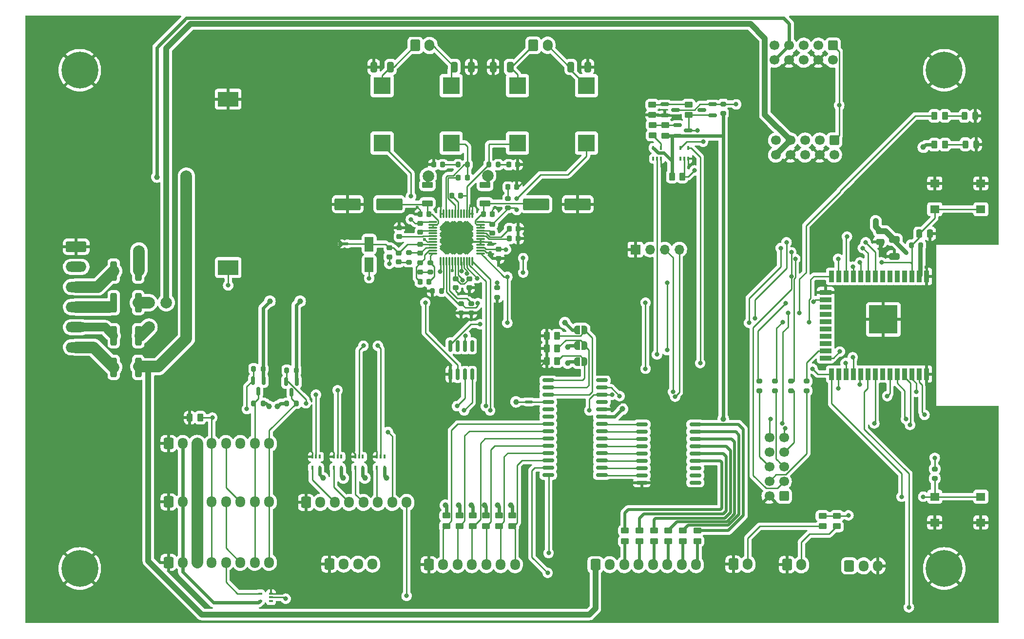
<source format=gbr>
%TF.GenerationSoftware,KiCad,Pcbnew,6.0.9-8da3e8f707~117~ubuntu20.04.1*%
%TF.CreationDate,2022-12-14T18:18:59+01:00*%
%TF.ProjectId,anna_elsa_esp32_cpu,616e6e61-5f65-46c7-9361-5f6573703332,rev?*%
%TF.SameCoordinates,Original*%
%TF.FileFunction,Copper,L1,Top*%
%TF.FilePolarity,Positive*%
%FSLAX46Y46*%
G04 Gerber Fmt 4.6, Leading zero omitted, Abs format (unit mm)*
G04 Created by KiCad (PCBNEW 6.0.9-8da3e8f707~117~ubuntu20.04.1) date 2022-12-14 18:18:59*
%MOMM*%
%LPD*%
G01*
G04 APERTURE LIST*
G04 Aperture macros list*
%AMRoundRect*
0 Rectangle with rounded corners*
0 $1 Rounding radius*
0 $2 $3 $4 $5 $6 $7 $8 $9 X,Y pos of 4 corners*
0 Add a 4 corners polygon primitive as box body*
4,1,4,$2,$3,$4,$5,$6,$7,$8,$9,$2,$3,0*
0 Add four circle primitives for the rounded corners*
1,1,$1+$1,$2,$3*
1,1,$1+$1,$4,$5*
1,1,$1+$1,$6,$7*
1,1,$1+$1,$8,$9*
0 Add four rect primitives between the rounded corners*
20,1,$1+$1,$2,$3,$4,$5,0*
20,1,$1+$1,$4,$5,$6,$7,0*
20,1,$1+$1,$6,$7,$8,$9,0*
20,1,$1+$1,$8,$9,$2,$3,0*%
%AMFreePoly0*
4,1,22,0.500000,-0.750000,0.000000,-0.750000,0.000000,-0.745033,-0.079941,-0.743568,-0.215256,-0.701293,-0.333266,-0.622738,-0.424486,-0.514219,-0.481581,-0.384460,-0.499164,-0.250000,-0.500000,-0.250000,-0.500000,0.250000,-0.499164,0.250000,-0.499963,0.256109,-0.478152,0.396186,-0.417904,0.524511,-0.324060,0.630769,-0.204165,0.706417,-0.067858,0.745374,0.000000,0.744959,0.000000,0.750000,
0.500000,0.750000,0.500000,-0.750000,0.500000,-0.750000,$1*%
%AMFreePoly1*
4,1,20,0.000000,0.744959,0.073905,0.744508,0.209726,0.703889,0.328688,0.626782,0.421226,0.519385,0.479903,0.390333,0.500000,0.250000,0.500000,-0.250000,0.499851,-0.262216,0.476331,-0.402017,0.414519,-0.529596,0.319384,-0.634700,0.198574,-0.708877,0.061801,-0.746166,0.000000,-0.745033,0.000000,-0.750000,-0.500000,-0.750000,-0.500000,0.750000,0.000000,0.750000,0.000000,0.744959,
0.000000,0.744959,$1*%
G04 Aperture macros list end*
%TA.AperFunction,SMDPad,CuDef*%
%ADD10R,0.400000X0.650000*%
%TD*%
%TA.AperFunction,SMDPad,CuDef*%
%ADD11R,0.650000X0.400000*%
%TD*%
%TA.AperFunction,ComponentPad*%
%ADD12R,1.700000X1.700000*%
%TD*%
%TA.AperFunction,ComponentPad*%
%ADD13O,1.700000X1.700000*%
%TD*%
%TA.AperFunction,SMDPad,CuDef*%
%ADD14RoundRect,0.243750X0.243750X0.456250X-0.243750X0.456250X-0.243750X-0.456250X0.243750X-0.456250X0*%
%TD*%
%TA.AperFunction,SMDPad,CuDef*%
%ADD15RoundRect,0.250000X0.450000X-0.262500X0.450000X0.262500X-0.450000X0.262500X-0.450000X-0.262500X0*%
%TD*%
%TA.AperFunction,SMDPad,CuDef*%
%ADD16R,3.600000X2.600000*%
%TD*%
%TA.AperFunction,ComponentPad*%
%ADD17RoundRect,0.250000X-0.600000X-0.725000X0.600000X-0.725000X0.600000X0.725000X-0.600000X0.725000X0*%
%TD*%
%TA.AperFunction,ComponentPad*%
%ADD18O,1.700000X1.950000*%
%TD*%
%TA.AperFunction,SMDPad,CuDef*%
%ADD19R,1.600000X1.400000*%
%TD*%
%TA.AperFunction,ComponentPad*%
%ADD20C,0.800000*%
%TD*%
%TA.AperFunction,ComponentPad*%
%ADD21C,6.400000*%
%TD*%
%TA.AperFunction,SMDPad,CuDef*%
%ADD22R,0.900000X2.000000*%
%TD*%
%TA.AperFunction,SMDPad,CuDef*%
%ADD23R,2.000000X0.900000*%
%TD*%
%TA.AperFunction,SMDPad,CuDef*%
%ADD24R,5.000000X5.000000*%
%TD*%
%TA.AperFunction,ComponentPad*%
%ADD25RoundRect,0.250000X-0.600000X-0.750000X0.600000X-0.750000X0.600000X0.750000X-0.600000X0.750000X0*%
%TD*%
%TA.AperFunction,ComponentPad*%
%ADD26O,1.700000X2.000000*%
%TD*%
%TA.AperFunction,SMDPad,CuDef*%
%ADD27RoundRect,0.150000X-0.875000X-0.150000X0.875000X-0.150000X0.875000X0.150000X-0.875000X0.150000X0*%
%TD*%
%TA.AperFunction,SMDPad,CuDef*%
%ADD28RoundRect,0.150000X0.875000X0.150000X-0.875000X0.150000X-0.875000X-0.150000X0.875000X-0.150000X0*%
%TD*%
%TA.AperFunction,SMDPad,CuDef*%
%ADD29RoundRect,0.150000X-0.150000X0.825000X-0.150000X-0.825000X0.150000X-0.825000X0.150000X0.825000X0*%
%TD*%
%TA.AperFunction,SMDPad,CuDef*%
%ADD30RoundRect,0.250000X-0.262500X-0.450000X0.262500X-0.450000X0.262500X0.450000X-0.262500X0.450000X0*%
%TD*%
%TA.AperFunction,SMDPad,CuDef*%
%ADD31RoundRect,0.250000X0.262500X0.450000X-0.262500X0.450000X-0.262500X-0.450000X0.262500X-0.450000X0*%
%TD*%
%TA.AperFunction,ComponentPad*%
%ADD32RoundRect,0.250000X0.600000X0.600000X-0.600000X0.600000X-0.600000X-0.600000X0.600000X-0.600000X0*%
%TD*%
%TA.AperFunction,ComponentPad*%
%ADD33C,1.700000*%
%TD*%
%TA.AperFunction,SMDPad,CuDef*%
%ADD34FreePoly0,180.000000*%
%TD*%
%TA.AperFunction,SMDPad,CuDef*%
%ADD35FreePoly1,180.000000*%
%TD*%
%TA.AperFunction,SMDPad,CuDef*%
%ADD36RoundRect,0.200000X0.200000X0.275000X-0.200000X0.275000X-0.200000X-0.275000X0.200000X-0.275000X0*%
%TD*%
%TA.AperFunction,SMDPad,CuDef*%
%ADD37RoundRect,0.250000X-0.250000X-0.475000X0.250000X-0.475000X0.250000X0.475000X-0.250000X0.475000X0*%
%TD*%
%TA.AperFunction,SMDPad,CuDef*%
%ADD38RoundRect,0.250000X-0.475000X0.250000X-0.475000X-0.250000X0.475000X-0.250000X0.475000X0.250000X0*%
%TD*%
%TA.AperFunction,SMDPad,CuDef*%
%ADD39RoundRect,0.250000X-0.650000X0.325000X-0.650000X-0.325000X0.650000X-0.325000X0.650000X0.325000X0*%
%TD*%
%TA.AperFunction,SMDPad,CuDef*%
%ADD40RoundRect,0.200000X-0.200000X-0.275000X0.200000X-0.275000X0.200000X0.275000X-0.200000X0.275000X0*%
%TD*%
%TA.AperFunction,SMDPad,CuDef*%
%ADD41RoundRect,0.225000X-0.250000X0.225000X-0.250000X-0.225000X0.250000X-0.225000X0.250000X0.225000X0*%
%TD*%
%TA.AperFunction,SMDPad,CuDef*%
%ADD42RoundRect,0.150000X-0.587500X-0.150000X0.587500X-0.150000X0.587500X0.150000X-0.587500X0.150000X0*%
%TD*%
%TA.AperFunction,SMDPad,CuDef*%
%ADD43RoundRect,0.200000X-0.275000X0.200000X-0.275000X-0.200000X0.275000X-0.200000X0.275000X0.200000X0*%
%TD*%
%TA.AperFunction,SMDPad,CuDef*%
%ADD44RoundRect,0.150000X0.587500X0.150000X-0.587500X0.150000X-0.587500X-0.150000X0.587500X-0.150000X0*%
%TD*%
%TA.AperFunction,ComponentPad*%
%ADD45RoundRect,0.250000X-0.600000X0.600000X-0.600000X-0.600000X0.600000X-0.600000X0.600000X0.600000X0*%
%TD*%
%TA.AperFunction,SMDPad,CuDef*%
%ADD46RoundRect,0.225000X-0.225000X-0.250000X0.225000X-0.250000X0.225000X0.250000X-0.225000X0.250000X0*%
%TD*%
%TA.AperFunction,SMDPad,CuDef*%
%ADD47RoundRect,0.225000X0.250000X-0.225000X0.250000X0.225000X-0.250000X0.225000X-0.250000X-0.225000X0*%
%TD*%
%TA.AperFunction,SMDPad,CuDef*%
%ADD48RoundRect,0.250000X-0.312500X-1.450000X0.312500X-1.450000X0.312500X1.450000X-0.312500X1.450000X0*%
%TD*%
%TA.AperFunction,SMDPad,CuDef*%
%ADD49RoundRect,0.250000X0.325000X0.650000X-0.325000X0.650000X-0.325000X-0.650000X0.325000X-0.650000X0*%
%TD*%
%TA.AperFunction,SMDPad,CuDef*%
%ADD50RoundRect,0.250000X-0.325000X-0.650000X0.325000X-0.650000X0.325000X0.650000X-0.325000X0.650000X0*%
%TD*%
%TA.AperFunction,SMDPad,CuDef*%
%ADD51RoundRect,0.150000X-0.150000X0.587500X-0.150000X-0.587500X0.150000X-0.587500X0.150000X0.587500X0*%
%TD*%
%TA.AperFunction,ComponentPad*%
%ADD52RoundRect,0.250000X-1.550000X0.650000X-1.550000X-0.650000X1.550000X-0.650000X1.550000X0.650000X0*%
%TD*%
%TA.AperFunction,ComponentPad*%
%ADD53O,3.600000X1.800000*%
%TD*%
%TA.AperFunction,SMDPad,CuDef*%
%ADD54C,0.500000*%
%TD*%
%TA.AperFunction,SMDPad,CuDef*%
%ADD55RoundRect,0.225000X0.225000X0.250000X-0.225000X0.250000X-0.225000X-0.250000X0.225000X-0.250000X0*%
%TD*%
%TA.AperFunction,SMDPad,CuDef*%
%ADD56R,3.000000X3.000000*%
%TD*%
%TA.AperFunction,SMDPad,CuDef*%
%ADD57RoundRect,0.200000X0.275000X-0.200000X0.275000X0.200000X-0.275000X0.200000X-0.275000X-0.200000X0*%
%TD*%
%TA.AperFunction,SMDPad,CuDef*%
%ADD58RoundRect,0.250001X1.999999X0.799999X-1.999999X0.799999X-1.999999X-0.799999X1.999999X-0.799999X0*%
%TD*%
%TA.AperFunction,SMDPad,CuDef*%
%ADD59RoundRect,0.250001X-1.999999X-0.799999X1.999999X-0.799999X1.999999X0.799999X-1.999999X0.799999X0*%
%TD*%
%TA.AperFunction,SMDPad,CuDef*%
%ADD60RoundRect,0.250000X0.550000X-1.050000X0.550000X1.050000X-0.550000X1.050000X-0.550000X-1.050000X0*%
%TD*%
%TA.AperFunction,SMDPad,CuDef*%
%ADD61RoundRect,0.250000X-0.700000X0.275000X-0.700000X-0.275000X0.700000X-0.275000X0.700000X0.275000X0*%
%TD*%
%TA.AperFunction,SMDPad,CuDef*%
%ADD62RoundRect,0.075000X-0.662500X-0.075000X0.662500X-0.075000X0.662500X0.075000X-0.662500X0.075000X0*%
%TD*%
%TA.AperFunction,SMDPad,CuDef*%
%ADD63RoundRect,0.075000X-0.075000X-0.662500X0.075000X-0.662500X0.075000X0.662500X-0.075000X0.662500X0*%
%TD*%
%TA.AperFunction,ComponentPad*%
%ADD64C,0.500000*%
%TD*%
%TA.AperFunction,ViaPad*%
%ADD65C,1.000000*%
%TD*%
%TA.AperFunction,ViaPad*%
%ADD66C,0.800000*%
%TD*%
%TA.AperFunction,ViaPad*%
%ADD67C,0.600000*%
%TD*%
%TA.AperFunction,ViaPad*%
%ADD68C,2.000000*%
%TD*%
%TA.AperFunction,Conductor*%
%ADD69C,0.250000*%
%TD*%
%TA.AperFunction,Conductor*%
%ADD70C,0.600000*%
%TD*%
%TA.AperFunction,Conductor*%
%ADD71C,1.000000*%
%TD*%
%TA.AperFunction,Conductor*%
%ADD72C,2.000000*%
%TD*%
%TA.AperFunction,Conductor*%
%ADD73C,0.500000*%
%TD*%
%TA.AperFunction,Conductor*%
%ADD74C,1.500000*%
%TD*%
%TA.AperFunction,Conductor*%
%ADD75C,0.800000*%
%TD*%
G04 APERTURE END LIST*
%TO.C,NT1*%
G36*
X102250000Y-60750000D02*
G01*
X101250000Y-60750000D01*
X101250000Y-60250000D01*
X102250000Y-60250000D01*
X102250000Y-60750000D01*
G37*
%TO.C,NT2*%
G36*
X134250000Y-88250000D02*
G01*
X133250000Y-88250000D01*
X133250000Y-87750000D01*
X134250000Y-87750000D01*
X134250000Y-88250000D01*
G37*
%TD*%
D10*
%TO.P,U11,1,NC*%
%TO.N,unconnected-(U11-Pad1)*%
X97400000Y-97550000D03*
%TO.P,U11,2*%
%TO.N,MD_OE33*%
X96750000Y-97550000D03*
%TO.P,U11,3,GND*%
%TO.N,GND*%
X96100000Y-97550000D03*
%TO.P,U11,4*%
%TO.N,MD_OE*%
X96100000Y-99450000D03*
%TO.P,U11,5,VCC*%
%TO.N,+5V*%
X97400000Y-99450000D03*
%TD*%
%TO.P,U10,1,NC*%
%TO.N,unconnected-(U10-Pad1)*%
X104900000Y-97550000D03*
%TO.P,U10,2*%
%TO.N,MD_STROBE33*%
X104250000Y-97550000D03*
%TO.P,U10,3,GND*%
%TO.N,GND*%
X103600000Y-97550000D03*
%TO.P,U10,4*%
%TO.N,MD_STROBE*%
X103600000Y-99450000D03*
%TO.P,U10,5,VCC*%
%TO.N,+5V*%
X104900000Y-99450000D03*
%TD*%
D11*
%TO.P,U9,1,NC*%
%TO.N,unconnected-(U9-Pad1)*%
X88950000Y-122650000D03*
%TO.P,U9,2*%
%TO.N,LED_DOUT33*%
X88950000Y-122000000D03*
%TO.P,U9,3,GND*%
%TO.N,GND*%
X88950000Y-121350000D03*
%TO.P,U9,4*%
%TO.N,LED_DOUT*%
X87050000Y-121350000D03*
%TO.P,U9,5,VCC*%
%TO.N,+5V*%
X87050000Y-122650000D03*
%TD*%
D10*
%TO.P,U7,1,NC*%
%TO.N,unconnected-(U7-Pad1)*%
X101150000Y-97550000D03*
%TO.P,U7,2*%
%TO.N,MD_CLK33*%
X100500000Y-97550000D03*
%TO.P,U7,3,GND*%
%TO.N,GND*%
X99850000Y-97550000D03*
%TO.P,U7,4*%
%TO.N,MD_CLK*%
X99850000Y-99450000D03*
%TO.P,U7,5,VCC*%
%TO.N,+5V*%
X101150000Y-99450000D03*
%TD*%
%TO.P,U6,1,NC*%
%TO.N,unconnected-(U6-Pad1)*%
X108650000Y-97550000D03*
%TO.P,U6,2*%
%TO.N,MD_DOUT33*%
X108000000Y-97550000D03*
%TO.P,U6,3,GND*%
%TO.N,GND*%
X107350000Y-97550000D03*
%TO.P,U6,4*%
%TO.N,MD_DOUT*%
X107350000Y-99450000D03*
%TO.P,U6,5,VCC*%
%TO.N,+5V*%
X108650000Y-99450000D03*
%TD*%
%TO.P,U5,1,NC*%
%TO.N,unconnected-(U5-Pad1)*%
X155350000Y-45700000D03*
%TO.P,U5,2*%
%TO.N,HOST_TX33*%
X156000000Y-45700000D03*
%TO.P,U5,3,GND*%
%TO.N,GND*%
X156650000Y-45700000D03*
%TO.P,U5,4*%
%TO.N,HOST_TX*%
X156650000Y-43800000D03*
%TO.P,U5,5,VCC*%
%TO.N,+5V*%
X155350000Y-43800000D03*
%TD*%
%TO.P,U2,1,NC*%
%TO.N,unconnected-(U2-Pad1)*%
X160100000Y-45700000D03*
%TO.P,U2,2*%
%TO.N,HOST_RX*%
X160750000Y-45700000D03*
%TO.P,U2,3,GND*%
%TO.N,GND*%
X161400000Y-45700000D03*
%TO.P,U2,4*%
%TO.N,HOST_RX33*%
X161400000Y-43800000D03*
%TO.P,U2,5,VCC*%
%TO.N,+3.3V*%
X160100000Y-43800000D03*
%TD*%
D12*
%TO.P,J15,1,Pin_1*%
%TO.N,GND*%
X152250000Y-61500000D03*
D13*
%TO.P,J15,2,Pin_2*%
%TO.N,+3.3V*%
X154790000Y-61500000D03*
%TO.P,J15,3,Pin_3*%
%TO.N,SCL33*%
X157330000Y-61500000D03*
%TO.P,J15,4,Pin_4*%
%TO.N,SDA33*%
X159870000Y-61500000D03*
%TD*%
D14*
%TO.P,D2,1,K*%
%TO.N,GND*%
X211280500Y-38250000D03*
%TO.P,D2,2,A*%
%TO.N,Net-(D2-Pad2)*%
X209405500Y-38250000D03*
%TD*%
D15*
%TO.P,R16,1*%
%TO.N,Net-(J13-Pad2)*%
X184750000Y-109662500D03*
%TO.P,R16,2*%
%TO.N,+3.3V*%
X184750000Y-107837500D03*
%TD*%
D16*
%TO.P,BT1,1,+*%
%TO.N,/ESP32-Wroom/VBAT*%
X81500000Y-64650000D03*
%TO.P,BT1,2,-*%
%TO.N,GND*%
X81500000Y-35350000D03*
%TD*%
D17*
%TO.P,J5,1,Pin_1*%
%TO.N,+5V*%
X189382400Y-116535200D03*
D18*
%TO.P,J5,2,Pin_2*%
%TO.N,LED_DIN_SPLITTER*%
X191882400Y-116535200D03*
%TO.P,J5,3,Pin_3*%
%TO.N,GND*%
X194382400Y-116535200D03*
%TD*%
D17*
%TO.P,J22,1,Pin_1*%
%TO.N,GND*%
X116332000Y-116332000D03*
D18*
%TO.P,J22,2,Pin_2*%
%TO.N,Net-(J22-Pad2)*%
X118832000Y-116332000D03*
%TO.P,J22,3,Pin_3*%
%TO.N,Net-(J22-Pad3)*%
X121332000Y-116332000D03*
%TO.P,J22,4,Pin_4*%
%TO.N,Net-(J22-Pad4)*%
X123832000Y-116332000D03*
%TO.P,J22,5,Pin_5*%
%TO.N,Net-(J22-Pad5)*%
X126332000Y-116332000D03*
%TO.P,J22,6,Pin_6*%
%TO.N,Net-(J22-Pad6)*%
X128832000Y-116332000D03*
%TO.P,J22,7,Pin_7*%
%TO.N,Net-(J22-Pad7)*%
X131332000Y-116332000D03*
%TD*%
D19*
%TO.P,SW1,1,1*%
%TO.N,GND*%
X204250000Y-50000000D03*
X212250000Y-50000000D03*
%TO.P,SW1,2,2*%
%TO.N,~{RST}*%
X204250000Y-54500000D03*
X212250000Y-54500000D03*
%TD*%
D20*
%TO.P,H2,1,1*%
%TO.N,GND*%
X54022944Y-115302944D03*
X57417056Y-115302944D03*
D21*
X55720000Y-117000000D03*
D20*
X58120000Y-117000000D03*
X55720000Y-119400000D03*
X53320000Y-117000000D03*
X55720000Y-114600000D03*
X54022944Y-118697056D03*
X57417056Y-118697056D03*
%TD*%
%TO.P,H3,1,1*%
%TO.N,GND*%
X205900000Y-32720000D03*
X204202944Y-32017056D03*
D21*
X205900000Y-30320000D03*
D20*
X207597056Y-32017056D03*
X208300000Y-30320000D03*
X203500000Y-30320000D03*
X207597056Y-28622944D03*
X204202944Y-28622944D03*
X205900000Y-27920000D03*
%TD*%
D22*
%TO.P,U1,1,GND*%
%TO.N,GND*%
X202819000Y-66176000D03*
%TO.P,U1,2,VDD*%
%TO.N,+3.3V*%
X201549000Y-66176000D03*
%TO.P,U1,3,EN*%
%TO.N,~{RST}*%
X200279000Y-66176000D03*
%TO.P,U1,4,SENSOR_VP*%
%TO.N,unconnected-(U1-Pad4)*%
X199009000Y-66176000D03*
%TO.P,U1,5,SENSOR_VN*%
%TO.N,unconnected-(U1-Pad5)*%
X197739000Y-66176000D03*
%TO.P,U1,6,IO34*%
%TO.N,unconnected-(U1-Pad6)*%
X196469000Y-66176000D03*
%TO.P,U1,7,IO35*%
%TO.N,unconnected-(U1-Pad7)*%
X195199000Y-66176000D03*
%TO.P,U1,8,IO32*%
%TO.N,MD_STROBE33*%
X193929000Y-66176000D03*
%TO.P,U1,9,IO33*%
%TO.N,MD_DOUT33*%
X192659000Y-66176000D03*
%TO.P,U1,10,IO25*%
%TO.N,AUDIO_LRCLK*%
X191389000Y-66176000D03*
%TO.P,U1,11,IO26*%
%TO.N,AUDIO_SCLK*%
X190119000Y-66176000D03*
%TO.P,U1,12,IO27*%
%TO.N,AUDIO_SDIN*%
X188849000Y-66176000D03*
%TO.P,U1,13,IO14*%
%TO.N,Net-(R33-Pad1)*%
X187579000Y-66176000D03*
%TO.P,U1,14,IO12*%
%TO.N,Net-(R26-Pad1)*%
X186309000Y-66176000D03*
D23*
%TO.P,U1,15,GND*%
%TO.N,GND*%
X185309000Y-68961000D03*
%TO.P,U1,16,IO13*%
%TO.N,Net-(R28-Pad1)*%
X185309000Y-70231000D03*
%TO.P,U1,17,SHD/SD2*%
%TO.N,unconnected-(U1-Pad17)*%
X185309000Y-71501000D03*
%TO.P,U1,18,SWP/SD3*%
%TO.N,unconnected-(U1-Pad18)*%
X185309000Y-72771000D03*
%TO.P,U1,19,SCS/CMD*%
%TO.N,unconnected-(U1-Pad19)*%
X185309000Y-74041000D03*
%TO.P,U1,20,SCK/CLK*%
%TO.N,unconnected-(U1-Pad20)*%
X185309000Y-75311000D03*
%TO.P,U1,21,SDO/SD0*%
%TO.N,unconnected-(U1-Pad21)*%
X185309000Y-76581000D03*
%TO.P,U1,22,SDI/SD1*%
%TO.N,unconnected-(U1-Pad22)*%
X185309000Y-77851000D03*
%TO.P,U1,23,IO15*%
%TO.N,Net-(R34-Pad1)*%
X185309000Y-79121000D03*
%TO.P,U1,24,IO2*%
%TO.N,~{AUDIO_PDN}*%
X185309000Y-80391000D03*
D22*
%TO.P,U1,25,IO0*%
%TO.N,MCLK*%
X186309000Y-83176000D03*
%TO.P,U1,26,IO4*%
%TO.N,MD_OE33*%
X187579000Y-83176000D03*
%TO.P,U1,27,IO16*%
%TO.N,HOST_RX33*%
X188849000Y-83176000D03*
%TO.P,U1,28,IO17*%
%TO.N,HOST_TX33*%
X190119000Y-83176000D03*
%TO.P,U1,29,IO5*%
%TO.N,MD_CLK33*%
X191389000Y-83176000D03*
%TO.P,U1,30,IO18*%
%TO.N,LED_DOUT33*%
X192659000Y-83176000D03*
%TO.P,U1,31,IO19*%
%TO.N,CPU_RUN*%
X193929000Y-83176000D03*
%TO.P,U1,32,NC*%
%TO.N,unconnected-(U1-Pad32)*%
X195199000Y-83176000D03*
%TO.P,U1,33,IO21*%
%TO.N,SDA33*%
X196469000Y-83176000D03*
%TO.P,U1,34,RXD0/IO3*%
%TO.N,USB_RX*%
X197739000Y-83176000D03*
%TO.P,U1,35,TXD0/IO1*%
%TO.N,USB_TX*%
X199009000Y-83176000D03*
%TO.P,U1,36,IO22*%
%TO.N,SCL33*%
X200279000Y-83176000D03*
%TO.P,U1,37,IO23*%
%TO.N,EN_PWM*%
X201549000Y-83176000D03*
%TO.P,U1,38,GND*%
%TO.N,GND*%
X202819000Y-83176000D03*
D24*
%TO.P,U1,39,GND*%
X195319000Y-73676000D03*
%TD*%
D15*
%TO.P,R15,1*%
%TO.N,Net-(J14-Pad2)*%
X187250000Y-109662500D03*
%TO.P,R15,2*%
%TO.N,+3.3V*%
X187250000Y-107837500D03*
%TD*%
D17*
%TO.P,J10,1,Pin_1*%
%TO.N,GND*%
X99060000Y-116230400D03*
D18*
%TO.P,J10,2,Pin_2*%
%TO.N,+5V*%
X101560000Y-116230400D03*
%TO.P,J10,3,Pin_3*%
%TO.N,SDA*%
X104060000Y-116230400D03*
%TO.P,J10,4,Pin_4*%
%TO.N,SCL*%
X106560000Y-116230400D03*
%TD*%
D20*
%TO.P,H1,1,1*%
%TO.N,GND*%
X57417056Y-28622944D03*
X53320000Y-30320000D03*
D21*
X55720000Y-30320000D03*
D20*
X57417056Y-32017056D03*
X54022944Y-32017056D03*
X55720000Y-27920000D03*
X55720000Y-32720000D03*
X54022944Y-28622944D03*
X58120000Y-30320000D03*
%TD*%
%TO.P,H4,1,1*%
%TO.N,GND*%
X208300000Y-117000000D03*
X207597056Y-118697056D03*
X203500000Y-117000000D03*
D21*
X205900000Y-117000000D03*
D20*
X205900000Y-114600000D03*
X205900000Y-119400000D03*
X204202944Y-118697056D03*
X207597056Y-115302944D03*
X204202944Y-115302944D03*
%TD*%
D25*
%TO.P,J14,1*%
%TO.N,GND*%
X178562000Y-116332000D03*
D26*
%TO.P,J14,2*%
%TO.N,Net-(J14-Pad2)*%
X181062000Y-116332000D03*
%TD*%
D17*
%TO.P,J23,1,Pin_1*%
%TO.N,+12V*%
X145288000Y-116332000D03*
D18*
%TO.P,J23,2,Pin_2*%
%TO.N,unconnected-(J23-Pad2)*%
X147788000Y-116332000D03*
%TO.P,J23,3,Pin_3*%
%TO.N,Net-(J23-Pad3)*%
X150288000Y-116332000D03*
%TO.P,J23,4,Pin_4*%
%TO.N,Net-(J23-Pad4)*%
X152788000Y-116332000D03*
%TO.P,J23,5,Pin_5*%
%TO.N,Net-(J23-Pad5)*%
X155288000Y-116332000D03*
%TO.P,J23,6,Pin_6*%
%TO.N,Net-(J23-Pad6)*%
X157788000Y-116332000D03*
%TO.P,J23,7,Pin_7*%
%TO.N,Net-(J23-Pad7)*%
X160288000Y-116332000D03*
%TO.P,J23,8,Pin_8*%
%TO.N,Net-(J23-Pad8)*%
X162788000Y-116332000D03*
%TD*%
D15*
%TO.P,R13,1*%
%TO.N,Net-(J22-Pad6)*%
X128524000Y-109624500D03*
%TO.P,R13,2*%
%TO.N,+3.3V*%
X128524000Y-107799500D03*
%TD*%
%TO.P,R14,1*%
%TO.N,Net-(J22-Pad7)*%
X130810000Y-109624500D03*
%TO.P,R14,2*%
%TO.N,+3.3V*%
X130810000Y-107799500D03*
%TD*%
%TO.P,R24,1*%
%TO.N,Net-(J23-Pad8)*%
X162993000Y-112250000D03*
%TO.P,R24,2*%
%TO.N,Net-(Q3-Pad18)*%
X162993000Y-110425000D03*
%TD*%
%TO.P,R22,1*%
%TO.N,Net-(J23-Pad6)*%
X157913000Y-112250000D03*
%TO.P,R22,2*%
%TO.N,Net-(Q3-Pad16)*%
X157913000Y-110425000D03*
%TD*%
D27*
%TO.P,Q3,1,I1*%
%TO.N,Net-(Q3-Pad1)*%
X153350000Y-91920000D03*
%TO.P,Q3,2,I2*%
%TO.N,Net-(Q3-Pad2)*%
X153350000Y-93190000D03*
%TO.P,Q3,3,I3*%
%TO.N,Net-(Q3-Pad3)*%
X153350000Y-94460000D03*
%TO.P,Q3,4,I4*%
%TO.N,Net-(Q3-Pad4)*%
X153350000Y-95730000D03*
%TO.P,Q3,5,I5*%
%TO.N,Net-(Q3-Pad5)*%
X153350000Y-97000000D03*
%TO.P,Q3,6,I6*%
%TO.N,Net-(Q3-Pad6)*%
X153350000Y-98270000D03*
%TO.P,Q3,7,I7*%
%TO.N,Net-(Q3-Pad7)*%
X153350000Y-99540000D03*
%TO.P,Q3,8,I8*%
%TO.N,Net-(Q3-Pad8)*%
X153350000Y-100810000D03*
%TO.P,Q3,9,GND*%
%TO.N,GND*%
X153350000Y-102080000D03*
%TO.P,Q3,10,COM*%
%TO.N,unconnected-(Q3-Pad10)*%
X162650000Y-102080000D03*
%TO.P,Q3,11,O8*%
%TO.N,unconnected-(Q3-Pad11)*%
X162650000Y-100810000D03*
%TO.P,Q3,12,O7*%
%TO.N,unconnected-(Q3-Pad12)*%
X162650000Y-99540000D03*
%TO.P,Q3,13,O6*%
%TO.N,Net-(Q3-Pad13)*%
X162650000Y-98270000D03*
%TO.P,Q3,14,O5*%
%TO.N,Net-(Q3-Pad14)*%
X162650000Y-97000000D03*
%TO.P,Q3,15,O4*%
%TO.N,Net-(Q3-Pad15)*%
X162650000Y-95730000D03*
%TO.P,Q3,16,O3*%
%TO.N,Net-(Q3-Pad16)*%
X162650000Y-94460000D03*
%TO.P,Q3,17,O2*%
%TO.N,Net-(Q3-Pad17)*%
X162650000Y-93190000D03*
%TO.P,Q3,18,O1*%
%TO.N,Net-(Q3-Pad18)*%
X162650000Y-91920000D03*
%TD*%
D15*
%TO.P,R21,1*%
%TO.N,Net-(J23-Pad5)*%
X155500000Y-112250000D03*
%TO.P,R21,2*%
%TO.N,Net-(Q3-Pad15)*%
X155500000Y-110425000D03*
%TD*%
%TO.P,R9,1*%
%TO.N,Net-(J22-Pad2)*%
X119380000Y-109624500D03*
%TO.P,R9,2*%
%TO.N,+3.3V*%
X119380000Y-107799500D03*
%TD*%
%TO.P,R20,1*%
%TO.N,Net-(J23-Pad4)*%
X152960000Y-112250000D03*
%TO.P,R20,2*%
%TO.N,Net-(Q3-Pad14)*%
X152960000Y-110425000D03*
%TD*%
%TO.P,R11,1*%
%TO.N,Net-(J22-Pad4)*%
X123952000Y-109624500D03*
%TO.P,R11,2*%
%TO.N,+3.3V*%
X123952000Y-107799500D03*
%TD*%
%TO.P,R19,1*%
%TO.N,Net-(J23-Pad3)*%
X150420000Y-112250000D03*
%TO.P,R19,2*%
%TO.N,Net-(Q3-Pad13)*%
X150420000Y-110425000D03*
%TD*%
%TO.P,R12,1*%
%TO.N,Net-(J22-Pad5)*%
X126238000Y-109624500D03*
%TO.P,R12,2*%
%TO.N,+3.3V*%
X126238000Y-107799500D03*
%TD*%
%TO.P,R23,1*%
%TO.N,Net-(J23-Pad7)*%
X160453000Y-112250000D03*
%TO.P,R23,2*%
%TO.N,Net-(Q3-Pad17)*%
X160453000Y-110425000D03*
%TD*%
D28*
%TO.P,U8,1,GPB0*%
%TO.N,Net-(Q3-Pad8)*%
X146400000Y-100755000D03*
%TO.P,U8,2,GPB1*%
%TO.N,Net-(Q3-Pad7)*%
X146400000Y-99485000D03*
%TO.P,U8,3,GPB2*%
%TO.N,Net-(Q3-Pad6)*%
X146400000Y-98215000D03*
%TO.P,U8,4,GPB3*%
%TO.N,Net-(Q3-Pad5)*%
X146400000Y-96945000D03*
%TO.P,U8,5,GPB4*%
%TO.N,Net-(Q3-Pad4)*%
X146400000Y-95675000D03*
%TO.P,U8,6,GPB5*%
%TO.N,Net-(Q3-Pad3)*%
X146400000Y-94405000D03*
%TO.P,U8,7,GPB6*%
%TO.N,Net-(Q3-Pad2)*%
X146400000Y-93135000D03*
%TO.P,U8,8,GPB7*%
%TO.N,Net-(Q3-Pad1)*%
X146400000Y-91865000D03*
%TO.P,U8,9,VDD*%
%TO.N,+3.3V*%
X146400000Y-90595000D03*
%TO.P,U8,10,VSS*%
%TO.N,GND*%
X146400000Y-89325000D03*
%TO.P,U8,11,NC*%
%TO.N,unconnected-(U8-Pad11)*%
X146400000Y-88055000D03*
%TO.P,U8,12,SCK*%
%TO.N,SCL33*%
X146400000Y-86785000D03*
%TO.P,U8,13,SDA*%
%TO.N,SDA33*%
X146400000Y-85515000D03*
%TO.P,U8,14,NC*%
%TO.N,unconnected-(U8-Pad14)*%
X146400000Y-84245000D03*
%TO.P,U8,15,A0*%
%TO.N,Net-(JP3-Pad1)*%
X137100000Y-84245000D03*
%TO.P,U8,16,A1*%
%TO.N,Net-(JP2-Pad1)*%
X137100000Y-85515000D03*
%TO.P,U8,17,A2*%
%TO.N,Net-(JP1-Pad1)*%
X137100000Y-86785000D03*
%TO.P,U8,18,~{RESET}*%
%TO.N,Net-(NT2-Pad2)*%
X137100000Y-88055000D03*
%TO.P,U8,19,INTB*%
%TO.N,unconnected-(U8-Pad19)*%
X137100000Y-89325000D03*
%TO.P,U8,20,INTA*%
%TO.N,unconnected-(U8-Pad20)*%
X137100000Y-90595000D03*
%TO.P,U8,21,GPA0*%
%TO.N,Net-(J22-Pad2)*%
X137100000Y-91865000D03*
%TO.P,U8,22,GPA1*%
%TO.N,Net-(J22-Pad3)*%
X137100000Y-93135000D03*
%TO.P,U8,23,GPA2*%
%TO.N,Net-(J22-Pad4)*%
X137100000Y-94405000D03*
%TO.P,U8,24,GPA3*%
%TO.N,Net-(J22-Pad5)*%
X137100000Y-95675000D03*
%TO.P,U8,25,GPA4*%
%TO.N,Net-(J22-Pad6)*%
X137100000Y-96945000D03*
%TO.P,U8,26,GPA5*%
%TO.N,Net-(J22-Pad7)*%
X137100000Y-98215000D03*
%TO.P,U8,27,GPA6*%
%TO.N,Net-(J13-Pad2)*%
X137100000Y-99485000D03*
%TO.P,U8,28,GPA7*%
%TO.N,Net-(J14-Pad2)*%
X137100000Y-100755000D03*
%TD*%
D15*
%TO.P,R10,1*%
%TO.N,Net-(J22-Pad3)*%
X121666000Y-109624500D03*
%TO.P,R10,2*%
%TO.N,+3.3V*%
X121666000Y-107799500D03*
%TD*%
D29*
%TO.P,U4,1,32KHZ*%
%TO.N,unconnected-(U4-Pad1)*%
X123905000Y-78275000D03*
%TO.P,U4,2,VCC*%
%TO.N,+3.3V*%
X122635000Y-78275000D03*
%TO.P,U4,3,~{INT}/SQW*%
%TO.N,unconnected-(U4-Pad3)*%
X121365000Y-78275000D03*
%TO.P,U4,4,~{RST}*%
%TO.N,~{RST}*%
X120095000Y-78275000D03*
%TO.P,U4,5,GND*%
%TO.N,GND*%
X120095000Y-83225000D03*
%TO.P,U4,6,VBAT*%
%TO.N,/ESP32-Wroom/VBAT*%
X121365000Y-83225000D03*
%TO.P,U4,7,SDA*%
%TO.N,SDA33*%
X122635000Y-83225000D03*
%TO.P,U4,8,SCL*%
%TO.N,SCL33*%
X123905000Y-83225000D03*
%TD*%
D30*
%TO.P,R31,1*%
%TO.N,CPU_RUN*%
X204175000Y-38250000D03*
%TO.P,R31,2*%
%TO.N,Net-(D2-Pad2)*%
X206000000Y-38250000D03*
%TD*%
D17*
%TO.P,J1,1,Pin_1*%
%TO.N,GND*%
X71120000Y-95250000D03*
D18*
%TO.P,J1,2,Pin_2*%
%TO.N,+5V*%
X73620000Y-95250000D03*
%TO.P,J1,3,Pin_3*%
%TO.N,+24V*%
X76120000Y-95250000D03*
%TO.P,J1,4,Pin_4*%
%TO.N,EN_PWM*%
X78620000Y-95250000D03*
%TO.P,J1,5,Pin_5*%
%TO.N,Net-(J1-Pad5)*%
X81120000Y-95250000D03*
%TO.P,J1,6,Pin_6*%
%TO.N,LED_DOUT_SPLITTER*%
X83620000Y-95250000D03*
%TO.P,J1,7,Pin_7*%
%TO.N,SCL*%
X86120000Y-95250000D03*
%TO.P,J1,8,Pin_8*%
%TO.N,SDA*%
X88620000Y-95250000D03*
%TD*%
D17*
%TO.P,J2,1,Pin_1*%
%TO.N,GND*%
X71120000Y-105410000D03*
D18*
%TO.P,J2,2,Pin_2*%
%TO.N,+5V*%
X73620000Y-105410000D03*
%TO.P,J2,3,Pin_3*%
%TO.N,+24V*%
X76120000Y-105410000D03*
%TO.P,J2,4,Pin_4*%
%TO.N,EN_PWM*%
X78620000Y-105410000D03*
%TO.P,J2,5,Pin_5*%
%TO.N,Net-(J2-Pad5)*%
X81120000Y-105410000D03*
%TO.P,J2,6,Pin_6*%
%TO.N,Net-(J1-Pad5)*%
X83620000Y-105410000D03*
%TO.P,J2,7,Pin_7*%
%TO.N,SCL*%
X86120000Y-105410000D03*
%TO.P,J2,8,Pin_8*%
%TO.N,SDA*%
X88620000Y-105410000D03*
%TD*%
D17*
%TO.P,J3,1,Pin_1*%
%TO.N,GND*%
X71120000Y-115930000D03*
D18*
%TO.P,J3,2,Pin_2*%
%TO.N,+5V*%
X73620000Y-115930000D03*
%TO.P,J3,3,Pin_3*%
%TO.N,+24V*%
X76120000Y-115930000D03*
%TO.P,J3,4,Pin_4*%
%TO.N,EN_PWM*%
X78620000Y-115930000D03*
%TO.P,J3,5,Pin_5*%
%TO.N,LED_DOUT*%
X81120000Y-115930000D03*
%TO.P,J3,6,Pin_6*%
%TO.N,Net-(J2-Pad5)*%
X83620000Y-115930000D03*
%TO.P,J3,7,Pin_7*%
%TO.N,SCL*%
X86120000Y-115930000D03*
%TO.P,J3,8,Pin_8*%
%TO.N,SDA*%
X88620000Y-115930000D03*
%TD*%
D31*
%TO.P,R2,1*%
%TO.N,Net-(JP3-Pad1)*%
X138662500Y-80920000D03*
%TO.P,R2,2*%
%TO.N,GND*%
X136837500Y-80920000D03*
%TD*%
%TO.P,R18,1*%
%TO.N,Net-(JP2-Pad1)*%
X138662500Y-78750000D03*
%TO.P,R18,2*%
%TO.N,GND*%
X136837500Y-78750000D03*
%TD*%
%TO.P,R27,1*%
%TO.N,Net-(JP1-Pad1)*%
X138662500Y-76500000D03*
%TO.P,R27,2*%
%TO.N,GND*%
X136837500Y-76500000D03*
%TD*%
D32*
%TO.P,J12,1*%
%TO.N,+3.3V*%
X178054000Y-104394000D03*
D33*
%TO.P,J12,2*%
%TO.N,GND*%
X175514000Y-104394000D03*
%TO.P,J12,3*%
%TO.N,~{RST}*%
X178054000Y-101854000D03*
%TO.P,J12,4*%
%TO.N,JTAG_TDO*%
X175514000Y-101854000D03*
%TO.P,J12,5*%
%TO.N,JTAG_TDI*%
X178054000Y-99314000D03*
%TO.P,J12,6*%
%TO.N,JTAG_TCK*%
X175514000Y-99314000D03*
%TO.P,J12,7*%
%TO.N,JTAG_TMS*%
X178054000Y-96774000D03*
%TO.P,J12,8*%
%TO.N,unconnected-(J12-Pad8)*%
X175514000Y-96774000D03*
%TO.P,J12,9*%
%TO.N,USB_TX*%
X178054000Y-94234000D03*
%TO.P,J12,10*%
%TO.N,USB_RX*%
X175514000Y-94234000D03*
%TD*%
D34*
%TO.P,JP1,1,A*%
%TO.N,Net-(JP1-Pad1)*%
X143400000Y-75500000D03*
D35*
%TO.P,JP1,2,B*%
%TO.N,+3.3V*%
X142100000Y-75500000D03*
%TD*%
D34*
%TO.P,JP2,1,A*%
%TO.N,Net-(JP2-Pad1)*%
X143400000Y-78250000D03*
D35*
%TO.P,JP2,2,B*%
%TO.N,+3.3V*%
X142100000Y-78250000D03*
%TD*%
D34*
%TO.P,JP3,1,A*%
%TO.N,Net-(JP3-Pad1)*%
X143400000Y-81000000D03*
D35*
%TO.P,JP3,2,B*%
%TO.N,+3.3V*%
X142100000Y-81000000D03*
%TD*%
D36*
%TO.P,R25,1*%
%TO.N,+3.3V*%
X201825000Y-60750000D03*
%TO.P,R25,2*%
%TO.N,~{RST}*%
X200175000Y-60750000D03*
%TD*%
D37*
%TO.P,C21,1*%
%TO.N,~{RST}*%
X201550000Y-58750000D03*
%TO.P,C21,2*%
%TO.N,GND*%
X203450000Y-58750000D03*
%TD*%
D17*
%TO.P,J4,1,Pin_1*%
%TO.N,GND*%
X95000000Y-105500000D03*
D18*
%TO.P,J4,2,Pin_2*%
%TO.N,+5V*%
X97500000Y-105500000D03*
%TO.P,J4,3,Pin_3*%
%TO.N,MD_OE*%
X100000000Y-105500000D03*
%TO.P,J4,4,Pin_4*%
%TO.N,MD_CLK*%
X102500000Y-105500000D03*
%TO.P,J4,5,Pin_5*%
%TO.N,MD_STROBE*%
X105000000Y-105500000D03*
%TO.P,J4,6,Pin_6*%
%TO.N,MD_DOUT*%
X107500000Y-105500000D03*
%TO.P,J4,7,Pin_7*%
%TO.N,LED_DOUT_SPLITTER*%
X110000000Y-105500000D03*
%TO.P,J4,8,Pin_8*%
%TO.N,LED_DIN_SPLITTER*%
X112500000Y-105500000D03*
%TD*%
D38*
%TO.P,C23,1*%
%TO.N,+3.3V*%
X194750000Y-58300000D03*
%TO.P,C23,2*%
%TO.N,GND*%
X194750000Y-60200000D03*
%TD*%
D39*
%TO.P,C22,1*%
%TO.N,+3.3V*%
X197250000Y-59775000D03*
%TO.P,C22,2*%
%TO.N,GND*%
X197250000Y-62725000D03*
%TD*%
D40*
%TO.P,R36,1*%
%TO.N,+5V*%
X91675000Y-88250000D03*
%TO.P,R36,2*%
%TO.N,SDA*%
X93325000Y-88250000D03*
%TD*%
D41*
%TO.P,C7,1*%
%TO.N,Net-(C5-Pad1)*%
X123375000Y-66600000D03*
%TO.P,C7,2*%
%TO.N,GND*%
X123375000Y-68150000D03*
%TD*%
D42*
%TO.P,Q1,1,B*%
%TO.N,Net-(Q1-Pad1)*%
X157312500Y-36250000D03*
%TO.P,Q1,2,E*%
%TO.N,GND*%
X157312500Y-38150000D03*
%TO.P,Q1,3,C*%
%TO.N,CCTALK_DATA*%
X159187500Y-37200000D03*
%TD*%
D43*
%TO.P,R35,1*%
%TO.N,Net-(R35-Pad1)*%
X123750000Y-70925000D03*
%TO.P,R35,2*%
%TO.N,GND*%
X123750000Y-72575000D03*
%TD*%
D44*
%TO.P,D3,1,A*%
%TO.N,HOST_RX*%
X165625000Y-38150000D03*
%TO.P,D3,2,K*%
%TO.N,CCTALK_DATA*%
X165625000Y-36250000D03*
%TO.P,D3,3*%
%TO.N,N/C*%
X163750000Y-37200000D03*
%TD*%
D45*
%TO.P,J7,1,Pin_1*%
%TO.N,CCTALK_DATA*%
X186790000Y-42497500D03*
D33*
%TO.P,J7,2,Pin_2*%
%TO.N,unconnected-(J7-Pad2)*%
X186790000Y-45037500D03*
%TO.P,J7,3,Pin_3*%
%TO.N,unconnected-(J7-Pad3)*%
X184250000Y-42497500D03*
%TO.P,J7,4,Pin_4*%
%TO.N,GND*%
X184250000Y-45037500D03*
%TO.P,J7,5,Pin_5*%
%TO.N,unconnected-(J7-Pad5)*%
X181710000Y-42497500D03*
%TO.P,J7,6,Pin_6*%
%TO.N,unconnected-(J7-Pad6)*%
X181710000Y-45037500D03*
%TO.P,J7,7,Pin_7*%
%TO.N,+24V*%
X179170000Y-42497500D03*
%TO.P,J7,8,Pin_8*%
%TO.N,GND*%
X179170000Y-45037500D03*
%TO.P,J7,9,Pin_9*%
%TO.N,unconnected-(J7-Pad9)*%
X176630000Y-42497500D03*
%TO.P,J7,10,Pin_10*%
%TO.N,+24V*%
X176630000Y-45037500D03*
%TD*%
D46*
%TO.P,C14,1*%
%TO.N,GND*%
X117200000Y-46750000D03*
%TO.P,C14,2*%
%TO.N,Net-(C14-Pad2)*%
X118750000Y-46750000D03*
%TD*%
D47*
%TO.P,C26,1*%
%TO.N,/Audio/PLL_FLTM*%
X114875000Y-62150000D03*
%TO.P,C26,2*%
%TO.N,VSSA*%
X114875000Y-60600000D03*
%TD*%
D48*
%TO.P,F1,1*%
%TO.N,Net-(F1-Pad1)*%
X61612500Y-82000000D03*
%TO.P,F1,2*%
%TO.N,+12V*%
X65887500Y-82000000D03*
%TD*%
D49*
%TO.P,C16,1*%
%TO.N,GND*%
X123725000Y-29750000D03*
%TO.P,C16,2*%
%TO.N,Net-(C16-Pad2)*%
X120775000Y-29750000D03*
%TD*%
D15*
%TO.P,R7,1*%
%TO.N,+5V*%
X157437500Y-41712500D03*
%TO.P,R7,2*%
%TO.N,Net-(Q2-Pad1)*%
X157437500Y-39887500D03*
%TD*%
D42*
%TO.P,Q2,1,B*%
%TO.N,Net-(Q2-Pad1)*%
X159562500Y-39850000D03*
%TO.P,Q2,2,E*%
%TO.N,+5V*%
X159562500Y-41750000D03*
%TO.P,Q2,3,C*%
%TO.N,HOST_RX*%
X161437500Y-40800000D03*
%TD*%
D19*
%TO.P,SW2,1,1*%
%TO.N,MCLK*%
X212250000Y-104500000D03*
X204250000Y-104500000D03*
%TO.P,SW2,2,2*%
%TO.N,GND*%
X212250000Y-109000000D03*
X204250000Y-109000000D03*
%TD*%
D36*
%TO.P,R32,1*%
%TO.N,+3.3V*%
X93325000Y-82500000D03*
%TO.P,R32,2*%
%TO.N,SDA33*%
X91675000Y-82500000D03*
%TD*%
D50*
%TO.P,C11,1*%
%TO.N,GND*%
X106775000Y-29750000D03*
%TO.P,C11,2*%
%TO.N,Net-(C11-Pad2)*%
X109725000Y-29750000D03*
%TD*%
D51*
%TO.P,Q7,1,G*%
%TO.N,+3.3V*%
X87700000Y-84312500D03*
%TO.P,Q7,2,S*%
%TO.N,SCL33*%
X85800000Y-84312500D03*
%TO.P,Q7,3,D*%
%TO.N,SCL*%
X86750000Y-86187500D03*
%TD*%
D52*
%TO.P,J6,1*%
%TO.N,GND*%
X55107500Y-61017500D03*
D53*
%TO.P,J6,2*%
%TO.N,unconnected-(J6-Pad2)*%
X55107500Y-64517500D03*
%TO.P,J6,3*%
%TO.N,Net-(F3-Pad1)*%
X55107500Y-68017500D03*
%TO.P,J6,4*%
%TO.N,Net-(F4-Pad1)*%
X55107500Y-71517500D03*
%TO.P,J6,5*%
%TO.N,Net-(F2-Pad1)*%
X55107500Y-75017500D03*
%TO.P,J6,6*%
%TO.N,Net-(F1-Pad1)*%
X55107500Y-78517500D03*
%TD*%
D54*
%TO.P,NT1,1,1*%
%TO.N,GND*%
X101250000Y-60500000D03*
%TO.P,NT1,2,2*%
%TO.N,VSSA*%
X102250000Y-60500000D03*
%TD*%
D40*
%TO.P,R37,1*%
%TO.N,Net-(C14-Pad2)*%
X121425000Y-46750000D03*
%TO.P,R37,2*%
%TO.N,Net-(C12-Pad2)*%
X123075000Y-46750000D03*
%TD*%
D48*
%TO.P,F2,1*%
%TO.N,Net-(F2-Pad1)*%
X61612500Y-76500000D03*
%TO.P,F2,2*%
%TO.N,+5V*%
X65887500Y-76500000D03*
%TD*%
%TO.P,F3,1*%
%TO.N,Net-(F3-Pad1)*%
X61612500Y-65250000D03*
%TO.P,F3,2*%
%TO.N,+3.3V*%
X65887500Y-65250000D03*
%TD*%
%TO.P,F4,1*%
%TO.N,Net-(F4-Pad1)*%
X61612500Y-70750000D03*
%TO.P,F4,2*%
%TO.N,+24V*%
X65887500Y-70750000D03*
%TD*%
D54*
%TO.P,NT2,1,1*%
%TO.N,+3.3V*%
X133250000Y-88000000D03*
%TO.P,NT2,2,2*%
%TO.N,Net-(NT2-Pad2)*%
X134250000Y-88000000D03*
%TD*%
D36*
%TO.P,R41,1*%
%TO.N,+5V*%
X87575000Y-88250000D03*
%TO.P,R41,2*%
%TO.N,SCL*%
X85925000Y-88250000D03*
%TD*%
D55*
%TO.P,C18,1*%
%TO.N,GND*%
X131650000Y-50625000D03*
%TO.P,C18,2*%
%TO.N,Net-(C18-Pad2)*%
X130100000Y-50625000D03*
%TD*%
D56*
%TO.P,L4,1*%
%TO.N,Net-(C4-Pad2)*%
X143750000Y-43000000D03*
%TO.P,L4,2*%
%TO.N,Net-(C20-Pad2)*%
X143750000Y-33000000D03*
%TD*%
D30*
%TO.P,R5,1*%
%TO.N,+5V*%
X158587500Y-48800000D03*
%TO.P,R5,2*%
%TO.N,HOST_RX*%
X160412500Y-48800000D03*
%TD*%
D57*
%TO.P,R45,1*%
%TO.N,GND*%
X128250000Y-69825000D03*
%TO.P,R45,2*%
%TO.N,~{AUDIO_PDN}*%
X128250000Y-68175000D03*
%TD*%
D58*
%TO.P,C29,1*%
%TO.N,PVDD1*%
X109475000Y-53625000D03*
%TO.P,C29,2*%
%TO.N,GND*%
X102275000Y-53625000D03*
%TD*%
D47*
%TO.P,C4,1*%
%TO.N,Net-(C4-Pad1)*%
X127375000Y-58650000D03*
%TO.P,C4,2*%
%TO.N,Net-(C4-Pad2)*%
X127375000Y-57100000D03*
%TD*%
D50*
%TO.P,C17,1*%
%TO.N,GND*%
X127525000Y-29750000D03*
%TO.P,C17,2*%
%TO.N,Net-(C17-Pad2)*%
X130475000Y-29750000D03*
%TD*%
D25*
%TO.P,J9,1*%
%TO.N,Net-(C11-Pad2)*%
X114000000Y-26000000D03*
D26*
%TO.P,J9,2*%
%TO.N,Net-(C16-Pad2)*%
X116500000Y-26000000D03*
%TD*%
D59*
%TO.P,C30,1*%
%TO.N,PVDD2*%
X135025000Y-53625000D03*
%TO.P,C30,2*%
%TO.N,GND*%
X142225000Y-53625000D03*
%TD*%
D47*
%TO.P,C27,1*%
%TO.N,Net-(C27-Pad1)*%
X114875000Y-65400000D03*
%TO.P,C27,2*%
%TO.N,/Audio/PLL_FLTP*%
X114875000Y-63850000D03*
%TD*%
D60*
%TO.P,C6,1*%
%TO.N,+3.3V*%
X106000000Y-64175000D03*
%TO.P,C6,2*%
%TO.N,VSSA*%
X106000000Y-60575000D03*
%TD*%
D43*
%TO.P,R42,1*%
%TO.N,Net-(C18-Pad2)*%
X130125000Y-52625000D03*
%TO.P,R42,2*%
%TO.N,Net-(C4-Pad2)*%
X130125000Y-54275000D03*
%TD*%
D41*
%TO.P,C24,1*%
%TO.N,GND*%
X111250000Y-57725000D03*
%TO.P,C24,2*%
%TO.N,Net-(C24-Pad2)*%
X111250000Y-59275000D03*
%TD*%
D25*
%TO.P,J13,1*%
%TO.N,GND*%
X169250000Y-116250000D03*
D26*
%TO.P,J13,2*%
%TO.N,Net-(J13-Pad2)*%
X171750000Y-116250000D03*
%TD*%
D30*
%TO.P,R40,1*%
%TO.N,+3.3V*%
X204177500Y-43250000D03*
%TO.P,R40,2*%
%TO.N,Net-(D4-Pad2)*%
X206002500Y-43250000D03*
%TD*%
D57*
%TO.P,R3,1*%
%TO.N,+5V*%
X167500000Y-37825000D03*
%TO.P,R3,2*%
%TO.N,CCTALK_DATA*%
X167500000Y-36175000D03*
%TD*%
D61*
%TO.P,FB1,1*%
%TO.N,+12V*%
X116125000Y-50300000D03*
%TO.P,FB1,2*%
%TO.N,PVDD1*%
X116125000Y-53450000D03*
%TD*%
D51*
%TO.P,Q4,1,G*%
%TO.N,+3.3V*%
X93450000Y-84500000D03*
%TO.P,Q4,2,S*%
%TO.N,SDA33*%
X91550000Y-84500000D03*
%TO.P,Q4,3,D*%
%TO.N,SDA*%
X92500000Y-86375000D03*
%TD*%
D41*
%TO.P,C5,1*%
%TO.N,Net-(C5-Pad1)*%
X121000000Y-66600000D03*
%TO.P,C5,2*%
%TO.N,GND*%
X121000000Y-68150000D03*
%TD*%
D43*
%TO.P,R33,1*%
%TO.N,Net-(R33-Pad1)*%
X179250000Y-84425000D03*
%TO.P,R33,2*%
%TO.N,JTAG_TMS*%
X179250000Y-86075000D03*
%TD*%
D30*
%TO.P,R1,1*%
%TO.N,GND*%
X74837500Y-90750000D03*
%TO.P,R1,2*%
%TO.N,EN_PWM*%
X76662500Y-90750000D03*
%TD*%
D62*
%TO.P,U3,1,OUT_A*%
%TO.N,Net-(C10-Pad1)*%
X117025000Y-56687500D03*
%TO.P,U3,2,PVDD_AB*%
%TO.N,PVDD1*%
X117025000Y-57187500D03*
%TO.P,U3,3,PVDD_AB*%
X117025000Y-57687500D03*
%TO.P,U3,4,BST_A*%
%TO.N,Net-(C10-Pad2)*%
X117025000Y-58187500D03*
%TO.P,U3,5,NC*%
%TO.N,unconnected-(U3-Pad5)*%
X117025000Y-58687500D03*
%TO.P,U3,6,SSTIMER*%
%TO.N,Net-(C24-Pad2)*%
X117025000Y-59187500D03*
%TO.P,U3,7,NC*%
%TO.N,unconnected-(U3-Pad7)*%
X117025000Y-59687500D03*
%TO.P,U3,8,PBTL*%
%TO.N,GND*%
X117025000Y-60187500D03*
%TO.P,U3,9,AVSS*%
%TO.N,VSSA*%
X117025000Y-60687500D03*
%TO.P,U3,10,PLL_FLTM*%
%TO.N,/Audio/PLL_FLTM*%
X117025000Y-61187500D03*
%TO.P,U3,11,PLL_FLTP*%
%TO.N,/Audio/PLL_FLTP*%
X117025000Y-61687500D03*
%TO.P,U3,12,VR_ANA*%
%TO.N,/Audio/VR_ANA*%
X117025000Y-62187500D03*
D63*
%TO.P,U3,13,AVDD*%
%TO.N,+3.3V*%
X118437500Y-63600000D03*
%TO.P,U3,14,A_SEL*%
%TO.N,/Audio/A_SEL*%
X118937500Y-63600000D03*
%TO.P,U3,15,MCLK*%
%TO.N,MCLK*%
X119437500Y-63600000D03*
%TO.P,U3,16,OSC_RES*%
%TO.N,Net-(R35-Pad1)*%
X119937500Y-63600000D03*
%TO.P,U3,17,DVSSO*%
%TO.N,GND*%
X120437500Y-63600000D03*
%TO.P,U3,18,VR_DIG*%
%TO.N,Net-(C5-Pad1)*%
X120937500Y-63600000D03*
%TO.P,U3,19,\u002APDN*%
%TO.N,~{AUDIO_PDN}*%
X121437500Y-63600000D03*
%TO.P,U3,20,LRCLK*%
%TO.N,AUDIO_LRCLK*%
X121937500Y-63600000D03*
%TO.P,U3,21,SCLK*%
%TO.N,AUDIO_SCLK*%
X122437500Y-63600000D03*
%TO.P,U3,22,SDIN*%
%TO.N,AUDIO_SDIN*%
X122937500Y-63600000D03*
%TO.P,U3,23,SDA*%
%TO.N,SDA33*%
X123437500Y-63600000D03*
%TO.P,U3,24,SCL*%
%TO.N,SCL33*%
X123937500Y-63600000D03*
D62*
%TO.P,U3,25,\u002ARESET*%
%TO.N,~{RST}*%
X125350000Y-62187500D03*
%TO.P,U3,26,STEST*%
%TO.N,GND*%
X125350000Y-61687500D03*
%TO.P,U3,27,DVDD*%
%TO.N,+3.3V*%
X125350000Y-61187500D03*
%TO.P,U3,28,DVSS*%
%TO.N,GND*%
X125350000Y-60687500D03*
%TO.P,U3,29,GND*%
X125350000Y-60187500D03*
%TO.P,U3,30,AGND*%
X125350000Y-59687500D03*
%TO.P,U3,31,VREG*%
%TO.N,Net-(C2-Pad1)*%
X125350000Y-59187500D03*
%TO.P,U3,32,GVDD_OUT*%
%TO.N,Net-(C3-Pad1)*%
X125350000Y-58687500D03*
%TO.P,U3,33,BST_D*%
%TO.N,Net-(C4-Pad1)*%
X125350000Y-58187500D03*
%TO.P,U3,34,PVDD_CD*%
%TO.N,PVDD2*%
X125350000Y-57687500D03*
%TO.P,U3,35,PVDD_CD*%
X125350000Y-57187500D03*
%TO.P,U3,36,OUT_D*%
%TO.N,Net-(C4-Pad2)*%
X125350000Y-56687500D03*
D63*
%TO.P,U3,37,PGND_CD*%
%TO.N,GND*%
X123937500Y-55275000D03*
%TO.P,U3,38,PGND_CD*%
X123437500Y-55275000D03*
%TO.P,U3,39,OUT_C*%
%TO.N,Net-(C13-Pad2)*%
X122937500Y-55275000D03*
%TO.P,U3,40,NC*%
%TO.N,unconnected-(U3-Pad40)*%
X122437500Y-55275000D03*
%TO.P,U3,41,NC*%
%TO.N,unconnected-(U3-Pad41)*%
X121937500Y-55275000D03*
%TO.P,U3,42,BST_C*%
%TO.N,Net-(C13-Pad1)*%
X121437500Y-55275000D03*
%TO.P,U3,43,BST_B*%
%TO.N,Net-(C12-Pad1)*%
X120937500Y-55275000D03*
%TO.P,U3,44,NC*%
%TO.N,unconnected-(U3-Pad44)*%
X120437500Y-55275000D03*
%TO.P,U3,45,NC*%
%TO.N,unconnected-(U3-Pad45)*%
X119937500Y-55275000D03*
%TO.P,U3,46,OUT_B*%
%TO.N,Net-(C12-Pad2)*%
X119437500Y-55275000D03*
%TO.P,U3,47,PGND_AB*%
%TO.N,GND*%
X118937500Y-55275000D03*
%TO.P,U3,48,PGND_AB*%
X118437500Y-55275000D03*
D64*
%TO.P,U3,49,PGND*%
X118937500Y-61687500D03*
X121187500Y-60562500D03*
X120062500Y-58312500D03*
X122312500Y-60562500D03*
X121187500Y-61687500D03*
X118937500Y-57187500D03*
X121187500Y-57187500D03*
X118937500Y-60562500D03*
X120062500Y-61687500D03*
X123437500Y-61687500D03*
X123437500Y-58312500D03*
X121187500Y-58312500D03*
X123437500Y-57187500D03*
X123437500Y-60562500D03*
D24*
X121187500Y-59437500D03*
D64*
X122312500Y-58312500D03*
X122312500Y-57187500D03*
X123437500Y-59437500D03*
X120062500Y-59437500D03*
X121187500Y-59437500D03*
X120062500Y-60562500D03*
X122312500Y-61687500D03*
X122312500Y-59437500D03*
X118937500Y-59437500D03*
X118937500Y-58312500D03*
X120062500Y-57187500D03*
%TD*%
D43*
%TO.P,R26,1*%
%TO.N,Net-(R26-Pad1)*%
X176500000Y-84425000D03*
%TO.P,R26,2*%
%TO.N,JTAG_TDI*%
X176500000Y-86075000D03*
%TD*%
%TO.P,R34,1*%
%TO.N,Net-(R34-Pad1)*%
X182000000Y-84425000D03*
%TO.P,R34,2*%
%TO.N,JTAG_TDO*%
X182000000Y-86075000D03*
%TD*%
D41*
%TO.P,C10,1*%
%TO.N,Net-(C10-Pad1)*%
X114875000Y-56975000D03*
%TO.P,C10,2*%
%TO.N,Net-(C10-Pad2)*%
X114875000Y-58525000D03*
%TD*%
D25*
%TO.P,J11,1*%
%TO.N,Net-(C17-Pad2)*%
X134500000Y-25975000D03*
D26*
%TO.P,J11,2*%
%TO.N,Net-(C20-Pad2)*%
X137000000Y-25975000D03*
%TD*%
D47*
%TO.P,C28,1*%
%TO.N,Net-(C28-Pad1)*%
X111125000Y-63675000D03*
%TO.P,C28,2*%
%TO.N,VSSA*%
X111125000Y-62125000D03*
%TD*%
D46*
%TO.P,C3,1*%
%TO.N,Net-(C3-Pad1)*%
X130350000Y-57875000D03*
%TO.P,C3,2*%
%TO.N,GND*%
X131900000Y-57875000D03*
%TD*%
D36*
%TO.P,R39,1*%
%TO.N,Net-(C15-Pad2)*%
X128400000Y-46750000D03*
%TO.P,R39,2*%
%TO.N,Net-(C13-Pad2)*%
X126750000Y-46750000D03*
%TD*%
D15*
%TO.P,R4,1*%
%TO.N,GND*%
X155187500Y-38112500D03*
%TO.P,R4,2*%
%TO.N,Net-(Q1-Pad1)*%
X155187500Y-36287500D03*
%TD*%
D36*
%TO.P,R29,1*%
%TO.N,/Audio/A_SEL*%
X118575000Y-68750000D03*
%TO.P,R29,2*%
%TO.N,GND*%
X116925000Y-68750000D03*
%TD*%
%TO.P,R38,1*%
%TO.N,+3.3V*%
X87575000Y-82250000D03*
%TO.P,R38,2*%
%TO.N,SCL33*%
X85925000Y-82250000D03*
%TD*%
D47*
%TO.P,C8,1*%
%TO.N,+3.3V*%
X109500000Y-62775000D03*
%TO.P,C8,2*%
%TO.N,VSSA*%
X109500000Y-61225000D03*
%TD*%
D57*
%TO.P,R30,1*%
%TO.N,GND*%
X122000000Y-72575000D03*
%TO.P,R30,2*%
%TO.N,MCLK*%
X122000000Y-70925000D03*
%TD*%
D14*
%TO.P,D4,1,K*%
%TO.N,GND*%
X211437500Y-43205000D03*
%TO.P,D4,2,A*%
%TO.N,Net-(D4-Pad2)*%
X209562500Y-43205000D03*
%TD*%
D55*
%TO.P,C15,1*%
%TO.N,GND*%
X131775000Y-46750000D03*
%TO.P,C15,2*%
%TO.N,Net-(C15-Pad2)*%
X130225000Y-46750000D03*
%TD*%
D57*
%TO.P,R43,1*%
%TO.N,Net-(C27-Pad1)*%
X116625000Y-65450000D03*
%TO.P,R43,2*%
%TO.N,/Audio/VR_ANA*%
X116625000Y-63800000D03*
%TD*%
D55*
%TO.P,C1,1*%
%TO.N,PVDD1*%
X116400000Y-55375000D03*
%TO.P,C1,2*%
%TO.N,GND*%
X114850000Y-55375000D03*
%TD*%
D56*
%TO.P,L1,1*%
%TO.N,Net-(C10-Pad1)*%
X108250000Y-43000000D03*
%TO.P,L1,2*%
%TO.N,Net-(C11-Pad2)*%
X108250000Y-33000000D03*
%TD*%
D55*
%TO.P,C25,1*%
%TO.N,/Audio/VR_ANA*%
X116400000Y-67125000D03*
%TO.P,C25,2*%
%TO.N,/Audio/PLL_FLTP*%
X114850000Y-67125000D03*
%TD*%
D45*
%TO.P,J8,1,Pin_1*%
%TO.N,CCTALK_DATA*%
X186580000Y-25997500D03*
D33*
%TO.P,J8,2,Pin_2*%
%TO.N,unconnected-(J8-Pad2)*%
X186580000Y-28537500D03*
%TO.P,J8,3,Pin_3*%
%TO.N,unconnected-(J8-Pad3)*%
X184040000Y-25997500D03*
%TO.P,J8,4,Pin_4*%
%TO.N,GND*%
X184040000Y-28537500D03*
%TO.P,J8,5,Pin_5*%
%TO.N,unconnected-(J8-Pad5)*%
X181500000Y-25997500D03*
%TO.P,J8,6,Pin_6*%
%TO.N,unconnected-(J8-Pad6)*%
X181500000Y-28537500D03*
%TO.P,J8,7,Pin_7*%
%TO.N,+12V*%
X178960000Y-25997500D03*
%TO.P,J8,8,Pin_8*%
%TO.N,GND*%
X178960000Y-28537500D03*
%TO.P,J8,9,Pin_9*%
%TO.N,unconnected-(J8-Pad9)*%
X176420000Y-25997500D03*
%TO.P,J8,10,Pin_10*%
%TO.N,+12V*%
X176420000Y-28537500D03*
%TD*%
D56*
%TO.P,L2,1*%
%TO.N,Net-(C12-Pad2)*%
X120250000Y-43000000D03*
%TO.P,L2,2*%
%TO.N,Net-(C16-Pad2)*%
X120250000Y-33000000D03*
%TD*%
D46*
%TO.P,C2,1*%
%TO.N,Net-(C2-Pad1)*%
X130350000Y-59625000D03*
%TO.P,C2,2*%
%TO.N,GND*%
X131900000Y-59625000D03*
%TD*%
D56*
%TO.P,L3,1*%
%TO.N,Net-(C13-Pad2)*%
X131750000Y-43000000D03*
%TO.P,L3,2*%
%TO.N,Net-(C17-Pad2)*%
X131750000Y-33000000D03*
%TD*%
D15*
%TO.P,R8,1*%
%TO.N,HOST_TX*%
X155250000Y-41662500D03*
%TO.P,R8,2*%
%TO.N,Net-(Q2-Pad1)*%
X155250000Y-39837500D03*
%TD*%
D46*
%TO.P,C12,1*%
%TO.N,Net-(C12-Pad1)*%
X121475000Y-49000000D03*
%TO.P,C12,2*%
%TO.N,Net-(C12-Pad2)*%
X123025000Y-49000000D03*
%TD*%
D55*
%TO.P,C19,1*%
%TO.N,GND*%
X127400000Y-55375000D03*
%TO.P,C19,2*%
%TO.N,PVDD2*%
X125850000Y-55375000D03*
%TD*%
D61*
%TO.P,FB2,1*%
%TO.N,+12V*%
X126125000Y-50300000D03*
%TO.P,FB2,2*%
%TO.N,PVDD2*%
X126125000Y-53450000D03*
%TD*%
D57*
%TO.P,R44,1*%
%TO.N,Net-(C28-Pad1)*%
X112875000Y-63700000D03*
%TO.P,R44,2*%
%TO.N,/Audio/PLL_FLTM*%
X112875000Y-62050000D03*
%TD*%
D49*
%TO.P,C20,1*%
%TO.N,GND*%
X143975000Y-29750000D03*
%TO.P,C20,2*%
%TO.N,Net-(C20-Pad2)*%
X141025000Y-29750000D03*
%TD*%
D43*
%TO.P,R17,1*%
%TO.N,+3.3V*%
X204250000Y-99675000D03*
%TO.P,R17,2*%
%TO.N,MCLK*%
X204250000Y-101325000D03*
%TD*%
%TO.P,R28,1*%
%TO.N,Net-(R28-Pad1)*%
X173750000Y-84425000D03*
%TO.P,R28,2*%
%TO.N,JTAG_TCK*%
X173750000Y-86075000D03*
%TD*%
D41*
%TO.P,C9,1*%
%TO.N,+3.3V*%
X128500000Y-61475000D03*
%TO.P,C9,2*%
%TO.N,GND*%
X128500000Y-63025000D03*
%TD*%
D15*
%TO.P,R6,1*%
%TO.N,HOST_RX*%
X161500000Y-38112500D03*
%TO.P,R6,2*%
%TO.N,Net-(Q1-Pad1)*%
X161500000Y-36287500D03*
%TD*%
D46*
%TO.P,C13,1*%
%TO.N,Net-(C13-Pad1)*%
X120350000Y-52125000D03*
%TO.P,C13,2*%
%TO.N,Net-(C13-Pad2)*%
X121900000Y-52125000D03*
%TD*%
D65*
%TO.N,+5V*%
X109000000Y-101250000D03*
X105250000Y-101250000D03*
X101500000Y-101250000D03*
X98000000Y-101250000D03*
D66*
%TO.N,SCL33*%
X158750000Y-86250000D03*
%TO.N,SDA33*%
X159150499Y-87099501D03*
D67*
%TO.N,GND*%
X153250000Y-38700000D03*
X133125000Y-57875000D03*
X133250000Y-46750000D03*
X194005200Y-75438000D03*
X97875000Y-53625000D03*
X98750000Y-95750000D03*
X212750000Y-42750000D03*
X194005200Y-72085200D03*
X212707500Y-37996000D03*
X127125000Y-60375000D03*
X95000000Y-95750000D03*
X196799200Y-75336400D03*
X127500000Y-32000000D03*
X196697600Y-71983600D03*
X120000000Y-85000000D03*
X195427600Y-73507600D03*
X183667400Y-68961000D03*
X115625000Y-59712000D03*
X115500000Y-68750000D03*
X146625000Y-53625000D03*
X195000000Y-62500000D03*
X157250000Y-47750000D03*
X92000000Y-120250000D03*
X146250000Y-29750000D03*
X133125000Y-59625000D03*
X135500000Y-82000000D03*
X118375000Y-53875000D03*
X128250000Y-71250000D03*
X127000000Y-62000000D03*
X123750000Y-73750000D03*
X106500000Y-95750000D03*
X201500000Y-50000000D03*
X81500000Y-32250000D03*
X121500000Y-69250000D03*
X116000000Y-46750000D03*
X99250000Y-60500000D03*
X204500000Y-58750000D03*
D66*
X202000000Y-108250000D03*
D67*
X122000000Y-73750000D03*
X127875000Y-54149500D03*
X123375000Y-69375000D03*
X150750000Y-102250000D03*
X128500000Y-64250000D03*
X132875000Y-49625000D03*
X105000000Y-29750000D03*
X202793600Y-84988400D03*
X102250000Y-95750000D03*
X123625000Y-53875000D03*
X111250000Y-56500000D03*
X120413000Y-65187500D03*
X202742800Y-64566800D03*
X149500000Y-88250000D03*
X72750000Y-90000000D03*
X114375000Y-54149500D03*
X124000000Y-32500000D03*
X161500000Y-47250000D03*
D65*
%TO.N,+5V*%
X88582340Y-88775500D03*
X167500000Y-91000000D03*
X90082340Y-88775500D03*
D68*
X67750000Y-75000000D03*
%TO.N,+12V*%
X126586304Y-48645401D03*
D65*
X69137500Y-48887500D03*
D68*
X116250000Y-48750000D03*
X74250000Y-48750000D03*
D66*
%TO.N,CCTALK_DATA*%
X187654511Y-36404511D03*
X169750000Y-36250000D03*
%TO.N,HOST_RX*%
X163000000Y-40750000D03*
X162500000Y-47750000D03*
D68*
%TO.N,+24V*%
X67750000Y-70750000D03*
X70750000Y-70750000D03*
D66*
%TO.N,~{RST}*%
X130000000Y-74250000D03*
X125250000Y-74500000D03*
X195000000Y-63750000D03*
X130000000Y-66250000D03*
X179324000Y-61976000D03*
X179324000Y-66176000D03*
%TO.N,AUDIO_SDIN*%
X189000000Y-59250000D03*
X132750000Y-63000000D03*
X124750000Y-66500000D03*
X132750000Y-65500000D03*
%TO.N,AUDIO_SCLK*%
X190000000Y-64500000D03*
X122982914Y-65664569D03*
%TO.N,AUDIO_LRCLK*%
X122062000Y-65250000D03*
X191250000Y-63750000D03*
%TO.N,CPU_RUN*%
X177750000Y-91750000D03*
X180750000Y-72500000D03*
X193750000Y-91750000D03*
X178750000Y-72500000D03*
%TO.N,Net-(J14-Pad2)*%
X137160000Y-114300000D03*
%TO.N,EN_PWM*%
X202463996Y-90260774D03*
X78750000Y-90750000D03*
%TO.N,USB_TX*%
X199950500Y-92000000D03*
X178304707Y-92582060D03*
%TO.N,USB_RX*%
X175750000Y-91000000D03*
X199250000Y-91000000D03*
%TO.N,LED_DOUT_SPLITTER*%
X109250000Y-93250000D03*
%TO.N,LED_DIN_SPLITTER*%
X112500000Y-121750000D03*
%TO.N,MD_CLK33*%
X100500000Y-86000000D03*
X191250000Y-85000000D03*
%TO.N,MD_OE33*%
X96750000Y-86750000D03*
X187467303Y-85625500D03*
%TO.N,SDA33*%
X149500000Y-87000000D03*
X126250000Y-88750000D03*
X121250000Y-88750000D03*
X95000000Y-88250000D03*
X196000000Y-87000000D03*
%TO.N,MD_STROBE33*%
X105000000Y-78250000D03*
X173000000Y-73500000D03*
X178500000Y-60250000D03*
X192250000Y-60250000D03*
%TO.N,SCL33*%
X201000000Y-86250000D03*
X127000000Y-89500000D03*
X122500000Y-89500000D03*
X144250000Y-89500000D03*
X148250000Y-86750000D03*
X84750000Y-89250000D03*
%TO.N,MD_DOUT33*%
X172000000Y-74250000D03*
X191750000Y-61250000D03*
X107500000Y-78250000D03*
X177500000Y-61250000D03*
%TO.N,HOST_RX33*%
X188750000Y-81250000D03*
X163500000Y-81250000D03*
%TO.N,HOST_TX33*%
X156000000Y-79750000D03*
X190000000Y-80250000D03*
%TO.N,LED_DOUT33*%
X91500000Y-122250000D03*
X199750000Y-123750000D03*
%TO.N,Net-(R26-Pad1)*%
X182372000Y-74168000D03*
X177800000Y-74168000D03*
%TO.N,Net-(R28-Pad1)*%
X183142946Y-70573839D03*
X178308000Y-70866000D03*
%TO.N,Net-(R33-Pad1)*%
X187452000Y-63125500D03*
X180018672Y-63125500D03*
%TO.N,Net-(C4-Pad2)*%
X131625000Y-52625000D03*
X131625000Y-54625000D03*
%TO.N,Net-(C10-Pad1)*%
X113250000Y-56250000D03*
X113250000Y-52250000D03*
%TO.N,MCLK*%
X154000000Y-82250000D03*
X124875500Y-70836085D03*
X154000000Y-70750000D03*
X183000000Y-82250000D03*
X198500000Y-104500000D03*
X202250000Y-104500000D03*
%TO.N,/ESP32-Wroom/VBAT*%
X81500000Y-67750000D03*
X115750000Y-70750000D03*
%TO.N,+3.3V*%
X204250000Y-97750000D03*
D65*
X119250000Y-106000000D03*
D66*
X164000000Y-42750000D03*
D67*
X201750000Y-62000000D03*
D65*
X94000000Y-70500000D03*
X131500000Y-88000000D03*
D66*
X122750000Y-76500000D03*
X129750000Y-61500000D03*
D65*
X202250000Y-43705000D03*
X140500000Y-78500000D03*
X140500000Y-81250000D03*
X150000000Y-89250000D03*
X126037500Y-106000000D03*
X121500000Y-106000000D03*
D66*
X118313000Y-65375000D03*
D65*
X123750000Y-106000000D03*
D66*
X109500000Y-64000000D03*
X194000000Y-56500000D03*
D65*
X128323500Y-106000000D03*
D67*
X199250000Y-62000000D03*
D65*
X140000000Y-74250000D03*
X88750000Y-70500000D03*
D66*
X189250000Y-107750000D03*
D68*
X66000000Y-61750000D03*
D66*
X106000000Y-66500000D03*
D65*
X130609500Y-105987701D03*
D66*
%TO.N,~{AUDIO_PDN}*%
X157750000Y-79000000D03*
X157750000Y-67250000D03*
X128250000Y-67250000D03*
X122241456Y-66850367D03*
X187750000Y-79250000D03*
%TO.N,Net-(J13-Pad2)*%
X137000000Y-117750000D03*
%TD*%
D69*
%TO.N,GND*%
X156650000Y-45700000D02*
X156650000Y-47150000D01*
X156650000Y-47150000D02*
X157250000Y-47750000D01*
%TO.N,HOST_TX*%
X156650000Y-43800000D02*
X156650000Y-43062500D01*
X156650000Y-43062500D02*
X155250000Y-41662500D01*
%TO.N,HOST_RX33*%
X163500000Y-81250000D02*
X163500000Y-45412500D01*
X163500000Y-45412500D02*
X161887500Y-43800000D01*
X161887500Y-43800000D02*
X161400000Y-43800000D01*
D70*
%TO.N,+5V*%
X157177817Y-44675000D02*
X156225000Y-44675000D01*
X156225000Y-44675000D02*
X155350000Y-43800000D01*
D71*
%TO.N,+24V*%
X70750000Y-70750000D02*
X70750000Y-26500000D01*
X70750000Y-26500000D02*
X75000000Y-22250000D01*
X75000000Y-22250000D02*
X172250000Y-22250000D01*
X174750000Y-24750000D02*
X174750000Y-38077500D01*
X172250000Y-22250000D02*
X174750000Y-24750000D01*
X174750000Y-38077500D02*
X179170000Y-42497500D01*
D69*
%TO.N,GND*%
X161400000Y-45700000D02*
X161400000Y-47150000D01*
X161400000Y-47150000D02*
X161500000Y-47250000D01*
%TO.N,+3.3V*%
X160100000Y-43800000D02*
X161150000Y-42750000D01*
X161150000Y-42750000D02*
X164000000Y-42750000D01*
%TO.N,HOST_RX*%
X160412500Y-48800000D02*
X160750000Y-48462500D01*
X160750000Y-48462500D02*
X160750000Y-45700000D01*
%TO.N,LED_DOUT33*%
X88950000Y-122000000D02*
X91250000Y-122000000D01*
X91250000Y-122000000D02*
X91500000Y-122250000D01*
%TO.N,GND*%
X88950000Y-121350000D02*
X90900000Y-121350000D01*
X90900000Y-121350000D02*
X92000000Y-120250000D01*
%TO.N,LED_DOUT*%
X81120000Y-119370000D02*
X83100000Y-121350000D01*
X83100000Y-121350000D02*
X87050000Y-121350000D01*
D70*
%TO.N,+5V*%
X73620000Y-95250000D02*
X73620000Y-117620000D01*
X73620000Y-117620000D02*
X78950000Y-122950000D01*
X78950000Y-122950000D02*
X86750000Y-122950000D01*
X86750000Y-122950000D02*
X87050000Y-122650000D01*
D69*
%TO.N,GND*%
X107350000Y-97550000D02*
X107350000Y-96600000D01*
X107350000Y-96600000D02*
X106500000Y-95750000D01*
X103600000Y-97550000D02*
X103600000Y-97100000D01*
X103600000Y-97100000D02*
X102250000Y-95750000D01*
X99850000Y-97550000D02*
X99850000Y-96850000D01*
X99850000Y-96850000D02*
X98750000Y-95750000D01*
X96100000Y-97550000D02*
X96100000Y-96850000D01*
X96100000Y-96850000D02*
X95000000Y-95750000D01*
D70*
%TO.N,+5V*%
X108650000Y-99450000D02*
X108650000Y-100900000D01*
X108650000Y-100900000D02*
X109000000Y-101250000D01*
X104900000Y-99450000D02*
X104900000Y-100900000D01*
X104900000Y-100900000D02*
X105250000Y-101250000D01*
X101150000Y-99450000D02*
X101150000Y-100900000D01*
X101150000Y-100900000D02*
X101500000Y-101250000D01*
X97400000Y-99450000D02*
X97400000Y-100650000D01*
X97400000Y-100650000D02*
X98000000Y-101250000D01*
D69*
%TO.N,MD_DOUT*%
X107350000Y-99450000D02*
X107350000Y-105350000D01*
X107350000Y-105350000D02*
X107500000Y-105500000D01*
%TO.N,MD_STROBE*%
X103600000Y-99450000D02*
X103600000Y-104100000D01*
X103600000Y-104100000D02*
X105000000Y-105500000D01*
%TO.N,MD_CLK*%
X99850000Y-99450000D02*
X99850000Y-102850000D01*
X99850000Y-102850000D02*
X102500000Y-105500000D01*
%TO.N,MD_OE*%
X96100000Y-99450000D02*
X96100000Y-101600000D01*
X96100000Y-101600000D02*
X100000000Y-105500000D01*
%TO.N,SCL33*%
X157330000Y-61500000D02*
X158750000Y-62920000D01*
X158750000Y-62920000D02*
X158750000Y-86250000D01*
%TO.N,SDA33*%
X159870000Y-61500000D02*
X159870000Y-86380000D01*
X159870000Y-86380000D02*
X159150499Y-87099501D01*
%TO.N,GND*%
X123437500Y-55275000D02*
X123937500Y-55275000D01*
X203399160Y-58750000D02*
X204500000Y-58750000D01*
X195000000Y-62500000D02*
X195000000Y-60829120D01*
X131650000Y-50625000D02*
X131875000Y-50625000D01*
X74837500Y-90750000D02*
X73500000Y-90750000D01*
X120095000Y-84905000D02*
X120000000Y-85000000D01*
X212250000Y-43205000D02*
X212750000Y-42705000D01*
X185309000Y-68961000D02*
X183667400Y-68961000D01*
X128250000Y-69825000D02*
X128250000Y-71250000D01*
X116925000Y-68750000D02*
X115500000Y-68750000D01*
X123725000Y-29750000D02*
X123725000Y-32225000D01*
X197250000Y-62649540D02*
X195203550Y-62649540D01*
X157312500Y-38150000D02*
X153800000Y-38150000D01*
X195000000Y-60829120D02*
X195250000Y-60579120D01*
X212250000Y-50000000D02*
X201500000Y-50000000D01*
X136837500Y-80920000D02*
X136580000Y-80920000D01*
X118437500Y-55275000D02*
X118437500Y-53937500D01*
X125350000Y-59687500D02*
X125350000Y-60687500D01*
X202819000Y-64643000D02*
X202742800Y-64566800D01*
X127525000Y-29750000D02*
X127525000Y-31975000D01*
X111250000Y-57725000D02*
X111250000Y-56500000D01*
X202819000Y-66176000D02*
X202819000Y-64643000D01*
X73500000Y-90750000D02*
X72750000Y-90000000D01*
X131875000Y-50625000D02*
X132875000Y-49625000D01*
X122000000Y-72575000D02*
X122000000Y-73750000D01*
X153800000Y-38150000D02*
X153250000Y-38700000D01*
X127400000Y-55375000D02*
X127400000Y-54624500D01*
X120095000Y-83225000D02*
X120095000Y-84905000D01*
X120437499Y-65163001D02*
X120413000Y-65187500D01*
X123375000Y-68150000D02*
X123375000Y-69375000D01*
X136580000Y-80920000D02*
X135500000Y-82000000D01*
X102275000Y-53625000D02*
X97875000Y-53625000D01*
X121000000Y-68750000D02*
X121500000Y-69250000D01*
X148425000Y-89325000D02*
X149500000Y-88250000D01*
X125412500Y-61687501D02*
X126017495Y-61687501D01*
X153350000Y-102080000D02*
X150920000Y-102080000D01*
X211280500Y-38250000D02*
X212453500Y-38250000D01*
X126329494Y-61999500D02*
X126999500Y-61999500D01*
X142225000Y-53625000D02*
X146625000Y-53625000D01*
X204250000Y-109000000D02*
X202750000Y-109000000D01*
X116100500Y-60187500D02*
X115625000Y-59712000D01*
X126999500Y-61999500D02*
X127000000Y-62000000D01*
X202819000Y-84963000D02*
X202793600Y-84988400D01*
X150920000Y-102080000D02*
X150750000Y-102250000D01*
X117200000Y-46750000D02*
X116000000Y-46750000D01*
X143975000Y-29750000D02*
X146250000Y-29750000D01*
X114850000Y-54624500D02*
X114375000Y-54149500D01*
X118437500Y-55275000D02*
X118937500Y-55275000D01*
X118437500Y-53937500D02*
X118375000Y-53875000D01*
X123725000Y-32225000D02*
X124000000Y-32500000D01*
X202819000Y-83176000D02*
X202819000Y-84963000D01*
X212453500Y-38250000D02*
X212707500Y-37996000D01*
X117025000Y-60187500D02*
X116100500Y-60187500D01*
X203348360Y-63961240D02*
X202742800Y-64566800D01*
X114850000Y-55375000D02*
X114850000Y-54624500D01*
X81500000Y-35350000D02*
X81500000Y-32250000D01*
X127400000Y-54624500D02*
X127875000Y-54149500D01*
X126017495Y-61687501D02*
X126329494Y-61999500D01*
X136837500Y-76500000D02*
X136837500Y-80920000D01*
X202750000Y-109000000D02*
X202000000Y-108250000D01*
X106775000Y-29750000D02*
X105000000Y-29750000D01*
X101250000Y-60500000D02*
X99250000Y-60500000D01*
X123437500Y-55275000D02*
X123437500Y-54062500D01*
X128500000Y-63025000D02*
X128500000Y-64250000D01*
X131775000Y-46750000D02*
X133250000Y-46750000D01*
X127525000Y-31975000D02*
X127500000Y-32000000D01*
X126937500Y-60187500D02*
X127125000Y-60375000D01*
X123437500Y-54062500D02*
X123625000Y-53875000D01*
X131900000Y-59625000D02*
X133125000Y-59625000D01*
X146400000Y-89325000D02*
X148425000Y-89325000D01*
X211437500Y-43205000D02*
X212250000Y-43205000D01*
X125350000Y-60187500D02*
X126937500Y-60187500D01*
X120437499Y-63662500D02*
X120437499Y-65163001D01*
X121000000Y-68150000D02*
X121000000Y-68750000D01*
X203348360Y-58750000D02*
X203348360Y-63961240D01*
X131900000Y-57875000D02*
X133125000Y-57875000D01*
X123750000Y-72575000D02*
X123750000Y-73750000D01*
X212250000Y-109000000D02*
X204250000Y-109000000D01*
D70*
%TO.N,+5V*%
X158712500Y-41712500D02*
X159525000Y-41712500D01*
X65887500Y-76500000D02*
X66250000Y-76500000D01*
X158587500Y-46587500D02*
X158587500Y-41837500D01*
X158587500Y-41837500D02*
X158712500Y-41712500D01*
X87575000Y-88250000D02*
X88056840Y-88250000D01*
X158587500Y-48800000D02*
X158587500Y-46587500D01*
X88056840Y-88250000D02*
X88582340Y-88775500D01*
X167500000Y-39500000D02*
X167500000Y-41500000D01*
X90607840Y-88250000D02*
X90082340Y-88775500D01*
X158587500Y-46587500D02*
X158587500Y-46084683D01*
X159562500Y-41750000D02*
X167250000Y-41750000D01*
X167500000Y-91000000D02*
X167500000Y-41500000D01*
D72*
X66250000Y-76500000D02*
X67750000Y-75000000D01*
D70*
X91675000Y-88250000D02*
X90607840Y-88250000D01*
X167500000Y-39500000D02*
X167500000Y-37825000D01*
X157437500Y-41712500D02*
X158712500Y-41712500D01*
X159525000Y-41712500D02*
X159562500Y-41750000D01*
X158587500Y-46084683D02*
X157177817Y-44675000D01*
D69*
%TO.N,Net-(D2-Pad2)*%
X206000000Y-38250000D02*
X209405500Y-38250000D01*
D73*
%TO.N,Net-(Q3-Pad18)*%
X162650000Y-91920000D02*
X170170000Y-91920000D01*
X170170000Y-91920000D02*
X171000000Y-92750000D01*
X171000000Y-107750000D02*
X168325000Y-110425000D01*
X171000000Y-92750000D02*
X171000000Y-107750000D01*
X168325000Y-110425000D02*
X162993000Y-110425000D01*
%TO.N,Net-(Q3-Pad16)*%
X168150500Y-108849500D02*
X169500000Y-107500000D01*
X169500000Y-95000000D02*
X168960000Y-94460000D01*
X159488500Y-108849500D02*
X168150500Y-108849500D01*
X168960000Y-94460000D02*
X162650000Y-94460000D01*
X157913000Y-110425000D02*
X159488500Y-108849500D01*
X169500000Y-107500000D02*
X169500000Y-95000000D01*
%TO.N,Net-(Q3-Pad15)*%
X168750000Y-107250000D02*
X168750000Y-96500000D01*
X168750000Y-96500000D02*
X167980000Y-95730000D01*
X155500000Y-110425000D02*
X155500000Y-108500000D01*
X155750000Y-108250000D02*
X167750000Y-108250000D01*
X167750000Y-108250000D02*
X168750000Y-107250000D01*
X155500000Y-108500000D02*
X155750000Y-108250000D01*
X167980000Y-95730000D02*
X162650000Y-95730000D01*
D71*
%TO.N,+12V*%
X67637500Y-115681688D02*
X76955812Y-125000000D01*
D70*
X69137500Y-48887500D02*
X69137500Y-26362500D01*
D72*
X69137500Y-81887500D02*
X67637500Y-81887500D01*
X69362500Y-81887500D02*
X74250000Y-77000000D01*
D70*
X178960000Y-25997500D02*
X176420000Y-28537500D01*
D71*
X145288000Y-123962000D02*
X145288000Y-116332000D01*
D72*
X67637500Y-81887500D02*
X66000000Y-81887500D01*
X74250000Y-77000000D02*
X74250000Y-48750000D01*
D71*
X76955812Y-125000000D02*
X144250000Y-125000000D01*
D70*
X116125000Y-50300000D02*
X116125000Y-48875000D01*
X66000000Y-81887500D02*
X65887500Y-82000000D01*
X116125000Y-48875000D02*
X116250000Y-48750000D01*
X126125000Y-50300000D02*
X126586304Y-49838696D01*
D72*
X69137500Y-81887500D02*
X69362500Y-81887500D01*
D70*
X178960000Y-22210000D02*
X178960000Y-25997500D01*
D71*
X144250000Y-125000000D02*
X145288000Y-123962000D01*
D70*
X178000000Y-21250000D02*
X178960000Y-22210000D01*
X74250000Y-21250000D02*
X178000000Y-21250000D01*
D71*
X67637500Y-81887500D02*
X67637500Y-115681688D01*
D70*
X126586304Y-49838696D02*
X126586304Y-48645401D01*
X69137500Y-26362500D02*
X74250000Y-21250000D01*
D69*
%TO.N,CCTALK_DATA*%
X163432170Y-36250000D02*
X165625000Y-36250000D01*
X162482170Y-37200000D02*
X163432170Y-36250000D01*
X187654511Y-41632989D02*
X187654511Y-27072011D01*
X186790000Y-42497500D02*
X187654511Y-41632989D01*
X159187500Y-37200000D02*
X162482170Y-37200000D01*
X165625000Y-36250000D02*
X167425000Y-36250000D01*
X167500000Y-36175000D02*
X169675000Y-36175000D01*
X187654511Y-27072011D02*
X186580000Y-25997500D01*
X167425000Y-36250000D02*
X167500000Y-36175000D01*
X169675000Y-36175000D02*
X169750000Y-36250000D01*
%TO.N,HOST_RX*%
X161500000Y-40737500D02*
X161437500Y-40800000D01*
X165587500Y-38112500D02*
X165625000Y-38150000D01*
X163000000Y-40750000D02*
X161487500Y-40750000D01*
X161500000Y-38112500D02*
X161500000Y-40737500D01*
X161487500Y-40750000D02*
X161437500Y-40800000D01*
X161500000Y-38112500D02*
X165587500Y-38112500D01*
X161450000Y-48800000D02*
X162500000Y-47750000D01*
X160412500Y-48800000D02*
X161450000Y-48800000D01*
%TO.N,SCL*%
X86120000Y-88445000D02*
X86120000Y-95250000D01*
X86750000Y-86187500D02*
X86750000Y-87425000D01*
X86750000Y-87425000D02*
X85925000Y-88250000D01*
X86120000Y-115930000D02*
X86120000Y-95250000D01*
X85925000Y-88250000D02*
X86120000Y-88445000D01*
%TO.N,SDA*%
X92500000Y-86375000D02*
X92500000Y-87425000D01*
X92500000Y-87425000D02*
X93325000Y-88250000D01*
X88620000Y-92955000D02*
X88620000Y-95250000D01*
X93325000Y-88250000D02*
X88620000Y-92955000D01*
X88620000Y-95250000D02*
X88620000Y-115930000D01*
D71*
%TO.N,+24V*%
X179170000Y-42497500D02*
X176630000Y-45037500D01*
D72*
X67750000Y-70750000D02*
X65887500Y-70750000D01*
X76120000Y-115930000D02*
X76120000Y-95250000D01*
D69*
%TO.N,JTAG_TDO*%
X176689001Y-100678999D02*
X177571001Y-100678999D01*
X182000000Y-86075000D02*
X182000000Y-97029010D01*
X178350011Y-100678999D02*
X177571001Y-100678999D01*
X177571001Y-100678999D02*
X178428003Y-100678999D01*
X175514000Y-101854000D02*
X176689001Y-100678999D01*
X182000000Y-97029010D02*
X178350011Y-100678999D01*
%TO.N,JTAG_TCK*%
X175514000Y-99314000D02*
X173850000Y-97650000D01*
X173750000Y-86075000D02*
X173750000Y-97550000D01*
X173750000Y-97550000D02*
X175514000Y-99314000D01*
%TO.N,JTAG_TMS*%
X179750000Y-86075000D02*
X179750000Y-95078000D01*
X179750000Y-95078000D02*
X178054000Y-96774000D01*
%TO.N,JTAG_TDI*%
X176879489Y-98139489D02*
X177245000Y-98505000D01*
X176688511Y-86263511D02*
X176688511Y-97948511D01*
X177245000Y-98505000D02*
X178054000Y-99314000D01*
X176688511Y-97948511D02*
X178054000Y-99314000D01*
%TO.N,~{RST}*%
X200279000Y-60854000D02*
X200175000Y-60750000D01*
X176878999Y-103029001D02*
X178054000Y-101854000D01*
X172700480Y-75049520D02*
X172700480Y-100779482D01*
X172700480Y-100779482D02*
X174949999Y-103029001D01*
X120095000Y-78039670D02*
X123634670Y-74500000D01*
X123634670Y-74500000D02*
X125250000Y-74500000D01*
X125350000Y-62187500D02*
X125912500Y-62750000D01*
X125912500Y-62750000D02*
X129412500Y-66250000D01*
X174949999Y-103029001D02*
X176878999Y-103029001D01*
X201550000Y-58750000D02*
X204250000Y-56050000D01*
X204250000Y-54500000D02*
X212250000Y-54500000D01*
X201550000Y-59375000D02*
X201550000Y-58750000D01*
X179324000Y-68426000D02*
X172700480Y-75049520D01*
X200279000Y-63971000D02*
X200279000Y-60854000D01*
X129412500Y-66250000D02*
X130000000Y-66250000D01*
X120095000Y-78275000D02*
X120095000Y-78039670D01*
X195000000Y-63750000D02*
X200058000Y-63750000D01*
X200279000Y-66176000D02*
X200279000Y-63971000D01*
X200175000Y-60750000D02*
X201550000Y-59375000D01*
X179324000Y-61976000D02*
X179324000Y-68426000D01*
X130000000Y-74250000D02*
X130000000Y-66250000D01*
X204250000Y-56050000D02*
X204250000Y-54500000D01*
X200058000Y-63750000D02*
X200279000Y-63971000D01*
%TO.N,LED_DOUT*%
X81120000Y-119370000D02*
X81120000Y-115930000D01*
%TO.N,AUDIO_SDIN*%
X132750000Y-63000000D02*
X132750000Y-65500000D01*
X188849000Y-59401000D02*
X189000000Y-59250000D01*
X122937500Y-64687500D02*
X122937500Y-63600000D01*
X124750000Y-66500000D02*
X122937500Y-64687500D01*
X188849000Y-66176000D02*
X188849000Y-59401000D01*
%TO.N,AUDIO_SCLK*%
X190119000Y-66176000D02*
X190119000Y-64619000D01*
X122437500Y-64681770D02*
X122437500Y-63600000D01*
X122982914Y-65227184D02*
X122437500Y-64681770D01*
X122982914Y-65664569D02*
X122982914Y-65227184D01*
X190119000Y-64619000D02*
X190000000Y-64500000D01*
%TO.N,AUDIO_LRCLK*%
X191389000Y-63889000D02*
X191250000Y-63750000D01*
X121937500Y-63600000D02*
X122062000Y-63724500D01*
X191389000Y-66176000D02*
X191389000Y-63889000D01*
X122062000Y-63724500D02*
X122062000Y-65250000D01*
%TO.N,Net-(Q1-Pad1)*%
X157275000Y-36287500D02*
X157312500Y-36250000D01*
X161462500Y-36250000D02*
X161500000Y-36287500D01*
X155187500Y-36287500D02*
X157275000Y-36287500D01*
X157312500Y-36250000D02*
X161462500Y-36250000D01*
%TO.N,CPU_RUN*%
X181864000Y-65532000D02*
X181864000Y-57364000D01*
X200867500Y-38250000D02*
X204175000Y-38250000D01*
X180750000Y-66646000D02*
X181864000Y-65532000D01*
X193802000Y-91524988D02*
X193802000Y-91698000D01*
X177875000Y-91625000D02*
X177875000Y-75875000D01*
X178750000Y-75000000D02*
X178750000Y-72500000D01*
X177750000Y-91750000D02*
X177875000Y-91625000D01*
X187809500Y-51418500D02*
X187809500Y-51308000D01*
X181864000Y-57364000D02*
X187809500Y-51418500D01*
X187809500Y-51308000D02*
X200867500Y-38250000D01*
X177875000Y-75875000D02*
X178750000Y-75000000D01*
X193929000Y-91397988D02*
X193802000Y-91524988D01*
X193802000Y-91698000D02*
X193750000Y-91750000D01*
X180750000Y-72500000D02*
X180750000Y-66646000D01*
X193929000Y-83176000D02*
X193929000Y-91397988D01*
%TO.N,Net-(J14-Pad2)*%
X182500000Y-111000000D02*
X185912500Y-111000000D01*
X137160000Y-114300000D02*
X137160000Y-100815000D01*
X185912500Y-111000000D02*
X187250000Y-109662500D01*
X137160000Y-100815000D02*
X137100000Y-100755000D01*
X181062000Y-116332000D02*
X181062000Y-112438000D01*
X181062000Y-112438000D02*
X182500000Y-111000000D01*
%TO.N,EN_PWM*%
X78620000Y-95250000D02*
X78620000Y-115930000D01*
X78620000Y-95250000D02*
X78620000Y-90880000D01*
X202043999Y-85043999D02*
X201549000Y-84549000D01*
X202043999Y-89840777D02*
X202043999Y-85043999D01*
X78620000Y-90880000D02*
X78750000Y-90750000D01*
X202463996Y-90260774D02*
X202043999Y-89840777D01*
X201549000Y-84549000D02*
X201549000Y-83176000D01*
X78750000Y-90750000D02*
X76662500Y-90750000D01*
%TO.N,Net-(J2-Pad5)*%
X81120000Y-113430000D02*
X83620000Y-115930000D01*
X81120000Y-105410000D02*
X81120000Y-113430000D01*
%TO.N,Net-(Q2-Pad1)*%
X155250000Y-39837500D02*
X159550000Y-39837500D01*
X159550000Y-39837500D02*
X159562500Y-39850000D01*
%TO.N,USB_TX*%
X200000000Y-91950500D02*
X199950500Y-92000000D01*
X200000000Y-84717000D02*
X200000000Y-91950500D01*
X199009000Y-83176000D02*
X199009000Y-83726000D01*
X178054000Y-92832767D02*
X178304707Y-92582060D01*
X199009000Y-83726000D02*
X200000000Y-84717000D01*
X178054000Y-94234000D02*
X178054000Y-92832767D01*
%TO.N,USB_RX*%
X199050490Y-86063806D02*
X199050490Y-90800490D01*
X175514000Y-94234000D02*
X175514000Y-91236000D01*
X197739000Y-83176000D02*
X197739000Y-84752316D01*
X175514000Y-91236000D02*
X175750000Y-91000000D01*
X197739000Y-84752316D02*
X199050490Y-86063806D01*
X199050490Y-90800490D02*
X199250000Y-91000000D01*
%TO.N,LED_DOUT_SPLITTER*%
X110000000Y-94000000D02*
X109250000Y-93250000D01*
X110000000Y-105500000D02*
X110000000Y-94000000D01*
%TO.N,LED_DIN_SPLITTER*%
X112500000Y-121750000D02*
X112500000Y-105500000D01*
%TO.N,Net-(J1-Pad5)*%
X81120000Y-102910000D02*
X83620000Y-105410000D01*
X81120000Y-95250000D02*
X81120000Y-102910000D01*
%TO.N,Net-(J22-Pad2)*%
X119380000Y-109624500D02*
X119380000Y-109620000D01*
X120305000Y-108695000D02*
X120305000Y-92945000D01*
X121385000Y-91865000D02*
X137100000Y-91865000D01*
X118832000Y-110172500D02*
X118832000Y-116332000D01*
X120305000Y-92945000D02*
X121385000Y-91865000D01*
X119380000Y-109624500D02*
X118832000Y-110172500D01*
X119380000Y-109620000D02*
X120305000Y-108695000D01*
%TO.N,Net-(J22-Pad3)*%
X123365000Y-93135000D02*
X137100000Y-93135000D01*
X121666000Y-109624500D02*
X121666000Y-109584000D01*
X122591000Y-93909000D02*
X123365000Y-93135000D01*
X122591000Y-108659000D02*
X122591000Y-93909000D01*
X121332000Y-109958500D02*
X121332000Y-116332000D01*
X121666000Y-109584000D02*
X122591000Y-108659000D01*
X121666000Y-109624500D02*
X121332000Y-109958500D01*
%TO.N,Net-(J22-Pad4)*%
X123832000Y-109744500D02*
X123832000Y-116332000D01*
X126095000Y-94405000D02*
X137100000Y-94405000D01*
X125313000Y-95187000D02*
X126095000Y-94405000D01*
X123952000Y-109624500D02*
X124125500Y-109624500D01*
X124125500Y-109624500D02*
X125313000Y-108437000D01*
X125313000Y-108437000D02*
X125313000Y-95187000D01*
X123952000Y-109624500D02*
X123832000Y-109744500D01*
%TO.N,Net-(J22-Pad5)*%
X127825000Y-95675000D02*
X137100000Y-95675000D01*
X126238000Y-109624500D02*
X126375500Y-109624500D01*
X127163000Y-108837000D02*
X127163000Y-96337000D01*
X126238000Y-109624500D02*
X126332000Y-109718500D01*
X127163000Y-96337000D02*
X127825000Y-95675000D01*
X126375500Y-109624500D02*
X127163000Y-108837000D01*
X126332000Y-109718500D02*
X126332000Y-116332000D01*
%TO.N,Net-(J22-Pad6)*%
X130055000Y-96945000D02*
X137100000Y-96945000D01*
X128832000Y-109932500D02*
X128832000Y-116332000D01*
X129449000Y-108801000D02*
X129449000Y-97551000D01*
X128524000Y-109624500D02*
X128625500Y-109624500D01*
X129449000Y-97551000D02*
X130055000Y-96945000D01*
X128625500Y-109624500D02*
X129449000Y-108801000D01*
X128524000Y-109624500D02*
X128832000Y-109932500D01*
%TO.N,Net-(J22-Pad7)*%
X130810000Y-109624500D02*
X131125500Y-109624500D01*
X131735000Y-109015000D02*
X131735000Y-99015000D01*
X132535000Y-98215000D02*
X137100000Y-98215000D01*
X131125500Y-109624500D02*
X131735000Y-109015000D01*
X131332000Y-110146500D02*
X131332000Y-116332000D01*
X131735000Y-99015000D02*
X132535000Y-98215000D01*
X130810000Y-109624500D02*
X131332000Y-110146500D01*
%TO.N,Net-(JP1-Pad1)*%
X144215000Y-86785000D02*
X137100000Y-86785000D01*
X143400000Y-75768198D02*
X143400000Y-75500000D01*
X138662500Y-76500000D02*
X142668198Y-76500000D01*
X142668198Y-76500000D02*
X143400000Y-75768198D01*
X143400000Y-75500000D02*
X144750000Y-76850000D01*
X144750000Y-76850000D02*
X144750000Y-86250000D01*
X144750000Y-86250000D02*
X144215000Y-86785000D01*
%TO.N,Net-(JP2-Pad1)*%
X144125000Y-78975000D02*
X144125000Y-85125000D01*
X138662500Y-78750000D02*
X140137500Y-77275000D01*
X140137500Y-77275000D02*
X142693198Y-77275000D01*
X143400000Y-78250000D02*
X144125000Y-78975000D01*
X142693198Y-77275000D02*
X143400000Y-77981802D01*
X143400000Y-77981802D02*
X143400000Y-78250000D01*
X144125000Y-85125000D02*
X143735000Y-85515000D01*
X143735000Y-85515000D02*
X137100000Y-85515000D01*
%TO.N,Net-(JP3-Pad1)*%
X143400000Y-81000000D02*
X143400000Y-83850000D01*
X142693198Y-80025000D02*
X143400000Y-80731802D01*
X143005000Y-84245000D02*
X137100000Y-84245000D01*
X143400000Y-80731802D02*
X143400000Y-81000000D01*
X143400000Y-83850000D02*
X143005000Y-84245000D01*
X138662500Y-80920000D02*
X139557500Y-80025000D01*
X139557500Y-80025000D02*
X142693198Y-80025000D01*
%TO.N,Net-(Q3-Pad1)*%
X153350000Y-91920000D02*
X146455000Y-91920000D01*
X146455000Y-91920000D02*
X146400000Y-91865000D01*
%TO.N,Net-(Q3-Pad2)*%
X146455000Y-93190000D02*
X146400000Y-93135000D01*
X153350000Y-93190000D02*
X146455000Y-93190000D01*
%TO.N,Net-(Q3-Pad3)*%
X153350000Y-94460000D02*
X146455000Y-94460000D01*
X146455000Y-94460000D02*
X146400000Y-94405000D01*
%TO.N,Net-(Q3-Pad4)*%
X153350000Y-95730000D02*
X146455000Y-95730000D01*
X146455000Y-95730000D02*
X146400000Y-95675000D01*
%TO.N,Net-(Q3-Pad5)*%
X146455000Y-97000000D02*
X146400000Y-96945000D01*
X153350000Y-97000000D02*
X146455000Y-97000000D01*
%TO.N,Net-(Q3-Pad6)*%
X146455000Y-98270000D02*
X146400000Y-98215000D01*
X153350000Y-98270000D02*
X146455000Y-98270000D01*
%TO.N,Net-(Q3-Pad7)*%
X153350000Y-99540000D02*
X146455000Y-99540000D01*
X146455000Y-99540000D02*
X146400000Y-99485000D01*
%TO.N,Net-(Q3-Pad8)*%
X153350000Y-100810000D02*
X146455000Y-100810000D01*
X146455000Y-100810000D02*
X146400000Y-100755000D01*
D73*
%TO.N,Net-(Q3-Pad13)*%
X167250000Y-106500000D02*
X167000000Y-106750000D01*
X162650000Y-98270000D02*
X167020000Y-98270000D01*
X167250000Y-98500000D02*
X167250000Y-106500000D01*
X167020000Y-98270000D02*
X167250000Y-98500000D01*
X150420000Y-107330000D02*
X150420000Y-110425000D01*
X167000000Y-106750000D02*
X151000000Y-106750000D01*
X151000000Y-106750000D02*
X150420000Y-107330000D01*
%TO.N,Net-(Q3-Pad14)*%
X153750000Y-107500000D02*
X152960000Y-108290000D01*
X162650000Y-97000000D02*
X167500000Y-97000000D01*
X168000000Y-97500000D02*
X168000000Y-107000000D01*
X167500000Y-107500000D02*
X153750000Y-107500000D01*
X152960000Y-108290000D02*
X152960000Y-110425000D01*
X168000000Y-107000000D02*
X167500000Y-107500000D01*
X167500000Y-97000000D02*
X168000000Y-97500000D01*
%TO.N,Net-(Q3-Pad17)*%
X170250000Y-93750000D02*
X170250000Y-107597822D01*
X161428999Y-109449001D02*
X160453000Y-110425000D01*
X168398821Y-109449001D02*
X161428999Y-109449001D01*
X169690000Y-93190000D02*
X170250000Y-93750000D01*
X170250000Y-107597822D02*
X168398821Y-109449001D01*
X162650000Y-93190000D02*
X169690000Y-93190000D01*
D69*
%TO.N,Net-(NT2-Pad2)*%
X137045000Y-88000000D02*
X137100000Y-88055000D01*
X134250000Y-88000000D02*
X137045000Y-88000000D01*
%TO.N,MD_CLK33*%
X100500000Y-86000000D02*
X100500000Y-97400000D01*
X191250000Y-85000000D02*
X191250000Y-83315000D01*
%TO.N,MD_OE33*%
X187500000Y-83255000D02*
X187500000Y-85592803D01*
X96750000Y-86750000D02*
X96750000Y-97400000D01*
X187500000Y-85592803D02*
X187467303Y-85625500D01*
%TO.N,SDA33*%
X91675000Y-84375000D02*
X91550000Y-84500000D01*
X148015000Y-85515000D02*
X146400000Y-85515000D01*
X122635000Y-83225000D02*
X122635000Y-87365000D01*
X91675000Y-82500000D02*
X91675000Y-84375000D01*
X95000000Y-87607170D02*
X91892830Y-84500000D01*
X196469000Y-83176000D02*
X196469000Y-86531000D01*
X91892830Y-84500000D02*
X91550000Y-84500000D01*
X196469000Y-86531000D02*
X196000000Y-87000000D01*
X126250000Y-88750000D02*
X126250000Y-67074264D01*
X95000000Y-88250000D02*
X95000000Y-87607170D01*
X123437500Y-64261764D02*
X123437500Y-63600000D01*
X122635000Y-87365000D02*
X121250000Y-88750000D01*
X149500000Y-87000000D02*
X148015000Y-85515000D01*
X126250000Y-67074264D02*
X123437500Y-64261764D01*
%TO.N,MD_STROBE33*%
X178500000Y-64750000D02*
X173000000Y-70250000D01*
X193929000Y-66176000D02*
X193929000Y-61929000D01*
X104250000Y-79000000D02*
X104250000Y-97400000D01*
X178500000Y-60250000D02*
X178500000Y-64750000D01*
X105000000Y-78250000D02*
X104250000Y-79000000D01*
X173000000Y-70250000D02*
X173000000Y-73500000D01*
X193929000Y-61929000D02*
X192250000Y-60250000D01*
%TO.N,SCL33*%
X144250000Y-87500000D02*
X144965000Y-86785000D01*
X127000000Y-66662500D02*
X123937500Y-63600000D01*
X85925000Y-84187500D02*
X85800000Y-84312500D01*
X146435000Y-86750000D02*
X146400000Y-86785000D01*
X148250000Y-86750000D02*
X146435000Y-86750000D01*
X200279000Y-83176000D02*
X200279000Y-84029000D01*
X84750000Y-89250000D02*
X84750000Y-85362500D01*
X127000000Y-89500000D02*
X127000000Y-66662500D01*
X84750000Y-85362500D02*
X85800000Y-84312500D01*
X201000000Y-84750000D02*
X201000000Y-86250000D01*
X144965000Y-86785000D02*
X146400000Y-86785000D01*
X144250000Y-89500000D02*
X144250000Y-87500000D01*
X123905000Y-83225000D02*
X123905000Y-88095000D01*
X123905000Y-88095000D02*
X122500000Y-89500000D01*
X85925000Y-82250000D02*
X85925000Y-84187500D01*
X200279000Y-84029000D02*
X201000000Y-84750000D01*
%TO.N,MD_DOUT33*%
X192659000Y-66176000D02*
X192659000Y-62159000D01*
X177500000Y-61250000D02*
X177500000Y-64500000D01*
X108000000Y-78750000D02*
X108000000Y-97400000D01*
X177500000Y-64500000D02*
X172000000Y-70000000D01*
X192659000Y-62159000D02*
X191750000Y-61250000D01*
X107500000Y-78250000D02*
X108000000Y-78750000D01*
X172000000Y-74250000D02*
X172000000Y-70000000D01*
%TO.N,HOST_RX33*%
X188849000Y-81349000D02*
X188750000Y-81250000D01*
X188849000Y-83176000D02*
X188849000Y-81349000D01*
%TO.N,HOST_TX33*%
X190119000Y-83176000D02*
X190119000Y-80369000D01*
X190119000Y-80369000D02*
X190000000Y-80250000D01*
X156000000Y-79750000D02*
X156000000Y-45887500D01*
%TO.N,LED_DOUT33*%
X192000000Y-92750000D02*
X192000000Y-86250000D01*
X199750000Y-100500000D02*
X192000000Y-92750000D01*
X199750000Y-123750000D02*
X199750000Y-100500000D01*
X192000000Y-86250000D02*
X192589990Y-85660010D01*
X192589990Y-85660010D02*
X192589990Y-83743400D01*
%TO.N,Net-(R26-Pad1)*%
X176774999Y-84150001D02*
X176500000Y-84425000D01*
X182418138Y-70335911D02*
X182418138Y-70273328D01*
X177800000Y-74168000D02*
X176774999Y-75193001D01*
X182372000Y-74168000D02*
X182372000Y-70382049D01*
X182372000Y-70382049D02*
X182418138Y-70335911D01*
X183252000Y-66176000D02*
X186309000Y-66176000D01*
X182693129Y-66734871D02*
X183252000Y-66176000D01*
X182418138Y-70273328D02*
X182693129Y-69998337D01*
X176774999Y-75193001D02*
X176774999Y-84150001D01*
X182693129Y-69998337D02*
X182693129Y-66734871D01*
%TO.N,Net-(R28-Pad1)*%
X173482000Y-84157000D02*
X173750000Y-84425000D01*
X185309000Y-70231000D02*
X183485785Y-70231000D01*
X173482000Y-75692000D02*
X178308000Y-70866000D01*
X173482000Y-75692000D02*
X173482000Y-84157000D01*
X183485785Y-70231000D02*
X183142946Y-70573839D01*
%TO.N,Net-(R33-Pad1)*%
X179750000Y-84425000D02*
X179750000Y-66633177D01*
X179750000Y-66633177D02*
X180018672Y-66364505D01*
X180018672Y-66364505D02*
X180018672Y-63125500D01*
X187452000Y-66049000D02*
X187452000Y-63125500D01*
%TO.N,Net-(R34-Pad1)*%
X182000000Y-81180000D02*
X184059000Y-79121000D01*
X184059000Y-79121000D02*
X185309000Y-79121000D01*
X182000000Y-84425000D02*
X182000000Y-81180000D01*
D72*
%TO.N,Net-(F1-Pad1)*%
X55107500Y-78517500D02*
X58130000Y-78517500D01*
X58130000Y-78517500D02*
X61612500Y-82000000D01*
D74*
%TO.N,Net-(F2-Pad1)*%
X60130000Y-75017500D02*
X61612500Y-76500000D01*
X55107500Y-75017500D02*
X60130000Y-75017500D01*
D72*
%TO.N,Net-(F3-Pad1)*%
X55107500Y-68017500D02*
X58845000Y-68017500D01*
X58845000Y-68017500D02*
X61612500Y-65250000D01*
D69*
%TO.N,Net-(D4-Pad2)*%
X209517500Y-43250000D02*
X209562500Y-43205000D01*
X206002500Y-43250000D02*
X209517500Y-43250000D01*
%TO.N,Net-(C2-Pad1)*%
X126306834Y-59187500D02*
X125350000Y-59187500D01*
X130350000Y-59625000D02*
X130300499Y-59674501D01*
X126793835Y-59674501D02*
X126306834Y-59187500D01*
X130300499Y-59674501D02*
X126793835Y-59674501D01*
%TO.N,Net-(C3-Pad1)*%
X126301104Y-58687500D02*
X125350000Y-58687500D01*
X126938604Y-59325000D02*
X126301104Y-58687500D01*
X130350000Y-57875000D02*
X128900000Y-59325000D01*
X128900000Y-59325000D02*
X126938604Y-59325000D01*
%TO.N,Net-(C4-Pad1)*%
X127375000Y-58650000D02*
X126912500Y-58187500D01*
X126912500Y-58187500D02*
X125350000Y-58187500D01*
%TO.N,Net-(C4-Pad2)*%
X131275000Y-54275000D02*
X131625000Y-54625000D01*
X127375000Y-57100000D02*
X126962500Y-56687500D01*
X130125000Y-54350000D02*
X127375000Y-57100000D01*
X140500000Y-48500000D02*
X143750000Y-45250000D01*
X130125000Y-54275000D02*
X130125000Y-54350000D01*
X135750000Y-48500000D02*
X140500000Y-48500000D01*
X130125000Y-54275000D02*
X131275000Y-54275000D01*
X126962500Y-56687500D02*
X125350000Y-56687500D01*
X143750000Y-45250000D02*
X143750000Y-43000000D01*
X131625000Y-52625000D02*
X135750000Y-48500000D01*
%TO.N,Net-(C5-Pad1)*%
X120937500Y-66537500D02*
X121000000Y-66600000D01*
X122475000Y-67500000D02*
X123375000Y-66600000D01*
X120937500Y-63600000D02*
X120937500Y-66537500D01*
X121900000Y-67500000D02*
X122475000Y-67500000D01*
X121000000Y-66600000D02*
X121900000Y-67500000D01*
%TO.N,VSSA*%
X108850000Y-60575000D02*
X109500000Y-61225000D01*
X114875000Y-60600000D02*
X116937500Y-60600000D01*
X110225000Y-61225000D02*
X111125000Y-62125000D01*
X102250000Y-60500000D02*
X105925000Y-60500000D01*
X109500000Y-61225000D02*
X110225000Y-61225000D01*
X116937500Y-60600000D02*
X117025000Y-60687500D01*
X111125000Y-62125000D02*
X112650000Y-60600000D01*
X112850000Y-60600000D02*
X114875000Y-60600000D01*
X106000000Y-60575000D02*
X108850000Y-60575000D01*
X112650000Y-60600000D02*
X112850000Y-60600000D01*
X105925000Y-60500000D02*
X106000000Y-60575000D01*
%TO.N,Net-(C10-Pad1)*%
X113250000Y-48250000D02*
X108250000Y-43250000D01*
X115162500Y-56687500D02*
X114875000Y-56975000D01*
X113975000Y-56975000D02*
X113250000Y-56250000D01*
X113250000Y-52250000D02*
X113250000Y-48250000D01*
X108250000Y-43250000D02*
X108250000Y-43000000D01*
X117025000Y-56687500D02*
X115162500Y-56687500D01*
X114875000Y-56975000D02*
X113975000Y-56975000D01*
%TO.N,Net-(C10-Pad2)*%
X117025000Y-58187500D02*
X115212500Y-58187500D01*
X115212500Y-58187500D02*
X114875000Y-58525000D01*
%TO.N,Net-(C11-Pad2)*%
X109725000Y-29750000D02*
X110250000Y-29750000D01*
X110250000Y-29750000D02*
X114000000Y-26000000D01*
X108250000Y-33000000D02*
X108250000Y-31225000D01*
X108250000Y-31225000D02*
X109725000Y-29750000D01*
%TO.N,Net-(C12-Pad1)*%
X119675000Y-49075000D02*
X119750000Y-49000000D01*
X120937500Y-55275000D02*
X120937500Y-53823896D01*
X119750000Y-49000000D02*
X121475000Y-49000000D01*
X119675000Y-52561396D02*
X119675000Y-49075000D01*
X120937500Y-53823896D02*
X119675000Y-52561396D01*
%TO.N,Net-(C12-Pad2)*%
X119605231Y-48650499D02*
X119325499Y-48930232D01*
X123075000Y-46750000D02*
X123075000Y-43575000D01*
X122650000Y-43150000D02*
X120250000Y-43150000D01*
X122505731Y-46750000D02*
X120605232Y-48650499D01*
X119325499Y-55162999D02*
X119437500Y-55275000D01*
X120605232Y-48650499D02*
X119605231Y-48650499D01*
X123075000Y-46750000D02*
X123075000Y-48950000D01*
X119325499Y-48930232D02*
X119325499Y-55162999D01*
X123075000Y-46750000D02*
X122505731Y-46750000D01*
X123075000Y-48950000D02*
X123025000Y-49000000D01*
X123075000Y-43575000D02*
X122650000Y-43150000D01*
%TO.N,Net-(C13-Pad1)*%
X121437500Y-53212500D02*
X120350000Y-52125000D01*
X121437500Y-55275000D02*
X121437500Y-53212500D01*
%TO.N,Net-(C13-Pad2)*%
X122937500Y-52062500D02*
X122937500Y-50562500D01*
X122937500Y-50562500D02*
X126750000Y-46750000D01*
X121900000Y-52125000D02*
X122875000Y-52125000D01*
X130500000Y-43150000D02*
X126850000Y-43150000D01*
X126850000Y-43150000D02*
X126750000Y-43250000D01*
X126750000Y-43250000D02*
X126750000Y-46750000D01*
X122875000Y-52125000D02*
X122937500Y-52062500D01*
X122937500Y-55275000D02*
X122937500Y-52062500D01*
%TO.N,Net-(C14-Pad2)*%
X121425000Y-46750000D02*
X118750000Y-46750000D01*
%TO.N,Net-(C15-Pad2)*%
X128400000Y-46750000D02*
X130225000Y-46750000D01*
%TO.N,Net-(C16-Pad2)*%
X120250000Y-30275000D02*
X120775000Y-29750000D01*
X120775000Y-29750000D02*
X117025000Y-26000000D01*
X117025000Y-26000000D02*
X116500000Y-26000000D01*
X120250000Y-33000000D02*
X120250000Y-30275000D01*
%TO.N,Net-(C17-Pad2)*%
X131750000Y-33000000D02*
X131750000Y-31025000D01*
X131750000Y-31025000D02*
X130475000Y-29750000D01*
X130475000Y-29750000D02*
X130725000Y-29750000D01*
X130725000Y-29750000D02*
X134500000Y-25975000D01*
%TO.N,Net-(C18-Pad2)*%
X130125000Y-50650000D02*
X130100000Y-50625000D01*
X130125000Y-52625000D02*
X130125000Y-50650000D01*
%TO.N,Net-(C20-Pad2)*%
X143750000Y-33000000D02*
X141025000Y-30275000D01*
X140775000Y-29750000D02*
X137000000Y-25975000D01*
X141025000Y-29750000D02*
X140775000Y-29750000D01*
X141025000Y-30275000D02*
X141025000Y-29750000D01*
%TO.N,Net-(C24-Pad2)*%
X115323896Y-59187500D02*
X115236396Y-59275000D01*
X115236396Y-59275000D02*
X111250000Y-59275000D01*
X117025000Y-59187500D02*
X115323896Y-59187500D01*
%TO.N,/Audio/A_SEL*%
X118937500Y-68387500D02*
X118937500Y-63600000D01*
X118575000Y-68750000D02*
X118937500Y-68387500D01*
%TO.N,Net-(R35-Pad1)*%
X123750000Y-70750000D02*
X123000000Y-70000000D01*
X123000000Y-70000000D02*
X121250000Y-70000000D01*
X119888500Y-63649000D02*
X119937500Y-63600000D01*
X121250000Y-70000000D02*
X119888500Y-68638500D01*
X119888500Y-68638500D02*
X119888500Y-63649000D01*
X123750000Y-70925000D02*
X123750000Y-70750000D01*
%TO.N,MCLK*%
X204250000Y-104500000D02*
X204250000Y-101325000D01*
X186309000Y-88059000D02*
X186309000Y-88309000D01*
X154000000Y-82250000D02*
X154000000Y-70750000D01*
X124875500Y-71264449D02*
X124875500Y-70836085D01*
X122689949Y-71614949D02*
X124525000Y-71614949D01*
X121425000Y-70925000D02*
X119437500Y-68937500D01*
X186309000Y-83176000D02*
X186309000Y-88059000D01*
X183926000Y-83176000D02*
X183000000Y-82250000D01*
X202250000Y-104500000D02*
X204250000Y-104500000D01*
X198500000Y-100500000D02*
X198500000Y-104500000D01*
X186309000Y-83176000D02*
X183926000Y-83176000D01*
X122000000Y-70925000D02*
X121425000Y-70925000D01*
X119437500Y-68937500D02*
X119437500Y-63600000D01*
X122000000Y-70925000D02*
X122689949Y-71614949D01*
X124525000Y-71614949D02*
X124875500Y-71264449D01*
X186309000Y-88309000D02*
X198500000Y-100500000D01*
X204250000Y-104500000D02*
X212250000Y-104500000D01*
D73*
%TO.N,Net-(J23-Pad3)*%
X150420000Y-112250000D02*
X150420000Y-116200000D01*
X150420000Y-116200000D02*
X150288000Y-116332000D01*
%TO.N,Net-(J23-Pad6)*%
X157913000Y-112250000D02*
X157913000Y-116207000D01*
X157913000Y-116207000D02*
X157788000Y-116332000D01*
D69*
%TO.N,/ESP32-Wroom/VBAT*%
X121365000Y-81615000D02*
X121365000Y-83225000D01*
X81500000Y-64650000D02*
X81500000Y-67750000D01*
X115750000Y-70750000D02*
X115750000Y-76000000D01*
X115750000Y-76000000D02*
X121365000Y-81615000D01*
%TO.N,+3.3V*%
X122635000Y-76615000D02*
X122750000Y-76500000D01*
D70*
X123952000Y-106202000D02*
X123750000Y-106000000D01*
D75*
X201750000Y-65975000D02*
X201549000Y-66176000D01*
D70*
X146400000Y-90595000D02*
X148655000Y-90595000D01*
X204177500Y-43250000D02*
X202705000Y-43250000D01*
X141250000Y-75500000D02*
X140000000Y-74250000D01*
D69*
X118437500Y-65250500D02*
X118313000Y-65375000D01*
D70*
X126274500Y-107763000D02*
X126274500Y-106237000D01*
D69*
X129725000Y-61475000D02*
X129750000Y-61500000D01*
D70*
X87575000Y-84187500D02*
X87700000Y-84312500D01*
X130810000Y-106188201D02*
X130609500Y-105987701D01*
X87575000Y-82250000D02*
X87575000Y-71675000D01*
X202705000Y-43250000D02*
X202250000Y-43705000D01*
D75*
X197250000Y-60000000D02*
X199250000Y-62000000D01*
D69*
X126299264Y-61475000D02*
X128500000Y-61475000D01*
D70*
X93325000Y-82500000D02*
X93325000Y-84375000D01*
D69*
X106000000Y-64175000D02*
X106000000Y-66500000D01*
D72*
X66000000Y-65137500D02*
X66000000Y-61750000D01*
D70*
X126274500Y-106237000D02*
X126037500Y-106000000D01*
X93325000Y-82500000D02*
X93325000Y-71175000D01*
X87575000Y-71675000D02*
X88750000Y-70500000D01*
D71*
X194000000Y-56500000D02*
X194000000Y-57550000D01*
D70*
X87575000Y-82250000D02*
X87575000Y-84187500D01*
D69*
X109500000Y-62775000D02*
X109500000Y-64000000D01*
X184750000Y-107837500D02*
X189162500Y-107837500D01*
X189162500Y-107837500D02*
X189250000Y-107750000D01*
D70*
X93325000Y-84375000D02*
X93450000Y-84500000D01*
X130810000Y-107799500D02*
X130810000Y-106188201D01*
D75*
X201750000Y-60825000D02*
X201825000Y-60750000D01*
X201750000Y-62000000D02*
X201750000Y-60825000D01*
D70*
X140750000Y-78250000D02*
X140500000Y-78500000D01*
X93325000Y-71175000D02*
X94000000Y-70500000D01*
D71*
X194000000Y-57550000D02*
X194750000Y-58300000D01*
D70*
X142100000Y-78250000D02*
X140750000Y-78250000D01*
D71*
X194750000Y-58300000D02*
X195699540Y-58300000D01*
D70*
X126238000Y-107799500D02*
X126274500Y-107763000D01*
D69*
X125350000Y-61187500D02*
X126011764Y-61187500D01*
X126011764Y-61187500D02*
X126299264Y-61475000D01*
D70*
X119380000Y-107799500D02*
X119380000Y-106130000D01*
D69*
X122635000Y-78275000D02*
X122635000Y-76615000D01*
D75*
X201750000Y-62000000D02*
X201750000Y-65975000D01*
D70*
X142100000Y-81000000D02*
X140750000Y-81000000D01*
X128524000Y-106200500D02*
X128323500Y-106000000D01*
X148655000Y-90595000D02*
X150000000Y-89250000D01*
X140750000Y-81000000D02*
X140500000Y-81250000D01*
D71*
X195699540Y-58300000D02*
X197250000Y-59850460D01*
D70*
X119380000Y-106130000D02*
X119250000Y-106000000D01*
D69*
X204250000Y-99675000D02*
X204250000Y-97750000D01*
D70*
X123952000Y-107799500D02*
X123952000Y-106202000D01*
D69*
X133250000Y-88000000D02*
X131500000Y-88000000D01*
X128500000Y-61475000D02*
X129725000Y-61475000D01*
D70*
X121666000Y-107799500D02*
X121666000Y-106166000D01*
X142100000Y-75500000D02*
X141250000Y-75500000D01*
X121666000Y-106166000D02*
X121500000Y-106000000D01*
X128524000Y-107799500D02*
X128524000Y-106200500D01*
D69*
X118437500Y-63600000D02*
X118437500Y-65250500D01*
%TO.N,Net-(F4-Pad1)*%
X60845000Y-71517500D02*
X61612500Y-70750000D01*
D72*
X55107500Y-71517500D02*
X60845000Y-71517500D01*
D73*
%TO.N,Net-(J23-Pad4)*%
X152960000Y-116160000D02*
X152788000Y-116332000D01*
X152960000Y-112250000D02*
X152960000Y-116160000D01*
%TO.N,Net-(J23-Pad5)*%
X155500000Y-116120000D02*
X155288000Y-116332000D01*
X155500000Y-112250000D02*
X155500000Y-116120000D01*
%TO.N,Net-(J23-Pad7)*%
X160453000Y-116167000D02*
X160288000Y-116332000D01*
X160453000Y-112250000D02*
X160453000Y-116167000D01*
%TO.N,Net-(J23-Pad8)*%
X162993000Y-112250000D02*
X162993000Y-116127000D01*
X162993000Y-116127000D02*
X162788000Y-116332000D01*
D69*
%TO.N,/Audio/PLL_FLTM*%
X114875000Y-62150000D02*
X115837500Y-61187500D01*
X115837500Y-61187500D02*
X117025000Y-61187500D01*
X112875000Y-62050000D02*
X114775000Y-62050000D01*
X114775000Y-62050000D02*
X114875000Y-62150000D01*
%TO.N,/Audio/PLL_FLTP*%
X116363236Y-61687500D02*
X117025000Y-61687500D01*
X114875000Y-63850000D02*
X115575000Y-63150000D01*
X115575000Y-63150000D02*
X115575000Y-62475736D01*
X114175000Y-64550000D02*
X114875000Y-63850000D01*
X115575000Y-62475736D02*
X116363236Y-61687500D01*
X114175000Y-66450000D02*
X114175000Y-64550000D01*
X114850000Y-67125000D02*
X114175000Y-66450000D01*
%TO.N,PVDD1*%
X117987500Y-56886764D02*
X117686764Y-57187500D01*
X116400000Y-55375000D02*
X116874264Y-55375000D01*
X116125000Y-55100000D02*
X116400000Y-55375000D01*
X117025000Y-57187500D02*
X117025000Y-57687500D01*
X115950000Y-53625000D02*
X116125000Y-53450000D01*
X116874264Y-55375000D02*
X117987500Y-56488236D01*
X117686764Y-57187500D02*
X117025000Y-57187500D01*
X109475000Y-53625000D02*
X115950000Y-53625000D01*
X116125000Y-53450000D02*
X116125000Y-55100000D01*
X117987500Y-56488236D02*
X117987500Y-56886764D01*
%TO.N,PVDD2*%
X125500736Y-55375000D02*
X124387500Y-56488236D01*
X126125000Y-53450000D02*
X126050000Y-53450000D01*
X125350000Y-57187500D02*
X125350000Y-57687500D01*
X125850000Y-55375000D02*
X125500736Y-55375000D01*
X126125000Y-53450000D02*
X134850000Y-53450000D01*
X124387500Y-56886764D02*
X124688236Y-57187500D01*
X124688236Y-57187500D02*
X125350000Y-57187500D01*
X134850000Y-53450000D02*
X135025000Y-53625000D01*
X125850000Y-53725000D02*
X126125000Y-53450000D01*
X126050000Y-53450000D02*
X125850000Y-53650000D01*
X125850000Y-55375000D02*
X125850000Y-53725000D01*
X124387500Y-56488236D02*
X124387500Y-56886764D01*
%TO.N,/Audio/VR_ANA*%
X116625000Y-62587500D02*
X117025000Y-62187500D01*
X117325000Y-64500000D02*
X116625000Y-63800000D01*
X116625000Y-63800000D02*
X116625000Y-62587500D01*
X117325000Y-66200000D02*
X117325000Y-64500000D01*
X116400000Y-67125000D02*
X117325000Y-66200000D01*
%TO.N,~{AUDIO_PDN}*%
X121437500Y-63600000D02*
X121437500Y-65926104D01*
X186609000Y-80391000D02*
X187750000Y-79250000D01*
X185309000Y-80391000D02*
X186609000Y-80391000D01*
X128250000Y-68175000D02*
X128250000Y-67250000D01*
X122241456Y-66730060D02*
X122241456Y-66850367D01*
X157750000Y-79000000D02*
X157750000Y-67250000D01*
X121437500Y-65926104D02*
X122241456Y-66730060D01*
%TO.N,Net-(C27-Pad1)*%
X114875000Y-65400000D02*
X116575000Y-65400000D01*
X116575000Y-65400000D02*
X116625000Y-65450000D01*
%TO.N,Net-(C28-Pad1)*%
X112875000Y-63700000D02*
X111150000Y-63700000D01*
X111150000Y-63700000D02*
X111125000Y-63675000D01*
%TO.N,Net-(J13-Pad2)*%
X173837500Y-109662500D02*
X184750000Y-109662500D01*
X171750000Y-111750000D02*
X173837500Y-109662500D01*
X134250000Y-100000000D02*
X134250000Y-108750000D01*
X134250000Y-108750000D02*
X134250000Y-115000000D01*
X134250000Y-100000000D02*
X134765000Y-99485000D01*
X134765000Y-99485000D02*
X137100000Y-99485000D01*
X171750000Y-116250000D02*
X171750000Y-111750000D01*
X134250000Y-115000000D02*
X137000000Y-117750000D01*
%TD*%
%TA.AperFunction,Conductor*%
%TO.N,GND*%
G36*
X73292039Y-20848502D02*
G01*
X73338532Y-20902158D01*
X73348636Y-20972432D01*
X73319142Y-21037012D01*
X73313013Y-21043595D01*
X68572342Y-25784266D01*
X68571405Y-25785194D01*
X68506993Y-25848271D01*
X68483502Y-25884721D01*
X68476083Y-25895046D01*
X68449024Y-25928943D01*
X68445959Y-25935284D01*
X68445958Y-25935285D01*
X68434428Y-25959137D01*
X68426899Y-25972554D01*
X68408735Y-26000738D01*
X68406327Y-26007355D01*
X68406324Y-26007360D01*
X68393908Y-26041473D01*
X68388947Y-26053216D01*
X68373146Y-26085903D01*
X68373144Y-26085908D01*
X68370079Y-26092249D01*
X68368496Y-26099107D01*
X68368495Y-26099109D01*
X68362535Y-26124926D01*
X68358168Y-26139669D01*
X68346697Y-26171185D01*
X68345814Y-26178175D01*
X68345812Y-26178183D01*
X68341262Y-26214201D01*
X68339026Y-26226753D01*
X68331953Y-26257392D01*
X68329276Y-26268985D01*
X68329251Y-26276031D01*
X68329251Y-26276034D01*
X68329134Y-26309556D01*
X68329105Y-26310438D01*
X68329000Y-26311269D01*
X68329000Y-26347919D01*
X68328999Y-26348359D01*
X68328688Y-26437595D01*
X68328643Y-26450370D01*
X68328911Y-26451570D01*
X68329000Y-26453207D01*
X68329000Y-48236647D01*
X68306964Y-48307834D01*
X68305309Y-48310251D01*
X68301346Y-48314974D01*
X68206067Y-48488287D01*
X68204206Y-48494154D01*
X68204205Y-48494156D01*
X68154663Y-48650331D01*
X68146265Y-48676806D01*
X68124219Y-48873351D01*
X68124735Y-48879495D01*
X68139463Y-49054890D01*
X68140768Y-49070434D01*
X68163406Y-49149381D01*
X68191832Y-49248514D01*
X68195283Y-49260550D01*
X68198102Y-49266035D01*
X68281579Y-49428462D01*
X68285687Y-49436456D01*
X68408535Y-49591453D01*
X68413228Y-49595447D01*
X68413229Y-49595448D01*
X68547941Y-49710096D01*
X68559150Y-49719636D01*
X68731794Y-49816124D01*
X68919892Y-49877240D01*
X69116277Y-49900658D01*
X69122412Y-49900186D01*
X69122414Y-49900186D01*
X69307330Y-49885957D01*
X69307334Y-49885956D01*
X69313472Y-49885484D01*
X69503963Y-49832298D01*
X69509470Y-49829516D01*
X69509473Y-49829515D01*
X69558689Y-49804654D01*
X69628511Y-49791793D01*
X69694202Y-49818722D01*
X69734906Y-49876892D01*
X69741500Y-49917119D01*
X69741500Y-69569444D01*
X69721498Y-69637565D01*
X69697332Y-69665254D01*
X69690512Y-69671079D01*
X69680031Y-69680031D01*
X69525824Y-69860584D01*
X69523245Y-69864792D01*
X69523241Y-69864798D01*
X69415142Y-70041200D01*
X69401760Y-70063037D01*
X69399867Y-70067607D01*
X69399865Y-70067611D01*
X69366637Y-70147832D01*
X69322089Y-70203113D01*
X69254726Y-70225534D01*
X69185934Y-70207976D01*
X69136033Y-70152863D01*
X69131946Y-70144098D01*
X69129739Y-70139082D01*
X69100134Y-70067609D01*
X69100133Y-70067607D01*
X69098240Y-70063037D01*
X69084857Y-70041198D01*
X69078096Y-70028616D01*
X69068038Y-70007047D01*
X69065901Y-70002464D01*
X69063059Y-69998283D01*
X69063055Y-69998275D01*
X69018930Y-69933347D01*
X69015710Y-69928361D01*
X69015427Y-69927899D01*
X68974176Y-69860584D01*
X68955681Y-69838929D01*
X68947283Y-69827924D01*
X68932301Y-69805879D01*
X68932300Y-69805878D01*
X68929456Y-69801693D01*
X68905129Y-69775968D01*
X68874054Y-69743107D01*
X68869791Y-69738364D01*
X68823183Y-69683793D01*
X68823176Y-69683786D01*
X68819969Y-69680031D01*
X68796145Y-69659683D01*
X68786444Y-69650461D01*
X68762668Y-69625319D01*
X68745936Y-69612526D01*
X68700908Y-69578100D01*
X68695606Y-69573815D01*
X68684091Y-69563980D01*
X68639416Y-69525824D01*
X68635202Y-69523242D01*
X68635197Y-69523238D01*
X68610280Y-69507969D01*
X68599584Y-69500632D01*
X68573842Y-69480950D01*
X68573838Y-69480947D01*
X68569826Y-69477880D01*
X68565376Y-69475494D01*
X68565373Y-69475492D01*
X68503849Y-69442504D01*
X68497554Y-69438891D01*
X68487657Y-69432826D01*
X68436963Y-69401760D01*
X68402747Y-69387587D01*
X68391453Y-69382237D01*
X68355891Y-69363169D01*
X68287812Y-69339728D01*
X68280667Y-69337021D01*
X68217594Y-69310895D01*
X68178818Y-69301585D01*
X68167233Y-69298208D01*
X68131158Y-69285786D01*
X68131147Y-69285783D01*
X68126369Y-69284138D01*
X68058261Y-69272374D01*
X68050327Y-69270738D01*
X67991524Y-69256620D01*
X67991518Y-69256619D01*
X67986711Y-69255465D01*
X67944116Y-69252113D01*
X67932565Y-69250663D01*
X67887164Y-69242821D01*
X67883203Y-69242641D01*
X67883202Y-69242641D01*
X67859494Y-69241564D01*
X67859475Y-69241564D01*
X67858075Y-69241500D01*
X67814229Y-69241500D01*
X67804343Y-69241112D01*
X67754930Y-69237223D01*
X67750000Y-69236835D01*
X67745070Y-69237223D01*
X67695657Y-69241112D01*
X67685771Y-69241500D01*
X67069542Y-69241500D01*
X67001421Y-69221498D01*
X66954928Y-69167842D01*
X66947784Y-69146322D01*
X66947526Y-69143834D01*
X66891550Y-68976054D01*
X66798478Y-68825652D01*
X66673303Y-68700695D01*
X66639631Y-68679939D01*
X66528968Y-68611725D01*
X66528966Y-68611724D01*
X66522738Y-68607885D01*
X66442995Y-68581436D01*
X66361389Y-68554368D01*
X66361387Y-68554368D01*
X66354861Y-68552203D01*
X66348025Y-68551503D01*
X66348022Y-68551502D01*
X66304969Y-68547091D01*
X66250400Y-68541500D01*
X65524600Y-68541500D01*
X65521354Y-68541837D01*
X65521350Y-68541837D01*
X65425692Y-68551762D01*
X65425688Y-68551763D01*
X65418834Y-68552474D01*
X65412298Y-68554655D01*
X65412296Y-68554655D01*
X65367327Y-68569658D01*
X65251054Y-68608450D01*
X65100652Y-68701522D01*
X64975695Y-68826697D01*
X64971855Y-68832927D01*
X64971854Y-68832928D01*
X64894760Y-68957998D01*
X64882885Y-68977262D01*
X64863233Y-69036511D01*
X64840076Y-69106329D01*
X64827203Y-69145139D01*
X64826503Y-69151975D01*
X64826502Y-69151978D01*
X64823608Y-69180226D01*
X64816500Y-69249600D01*
X64816500Y-69632089D01*
X64796498Y-69700210D01*
X64787865Y-69712065D01*
X64652269Y-69877144D01*
X64644766Y-69886278D01*
X64598414Y-69965919D01*
X64531868Y-70080256D01*
X64522659Y-70096078D01*
X64520846Y-70100801D01*
X64440563Y-70309948D01*
X64435667Y-70322702D01*
X64434633Y-70327652D01*
X64434632Y-70327655D01*
X64393453Y-70524771D01*
X64386026Y-70560320D01*
X64375014Y-70802817D01*
X64375595Y-70807837D01*
X64375595Y-70807841D01*
X64400919Y-71026701D01*
X64402915Y-71043956D01*
X64404291Y-71048820D01*
X64404292Y-71048823D01*
X64435914Y-71160572D01*
X64469010Y-71277532D01*
X64471144Y-71282108D01*
X64471146Y-71282114D01*
X64565140Y-71483685D01*
X64571599Y-71497536D01*
X64708044Y-71698307D01*
X64711528Y-71701991D01*
X64782048Y-71776564D01*
X64814320Y-71839802D01*
X64816500Y-71863137D01*
X64816500Y-72250400D01*
X64816837Y-72253646D01*
X64816837Y-72253650D01*
X64826401Y-72345823D01*
X64827474Y-72356166D01*
X64829655Y-72362702D01*
X64829655Y-72362704D01*
X64847634Y-72416594D01*
X64883450Y-72523946D01*
X64976522Y-72674348D01*
X65101697Y-72799305D01*
X65107927Y-72803145D01*
X65107928Y-72803146D01*
X65245090Y-72887694D01*
X65252262Y-72892115D01*
X65270955Y-72898315D01*
X65413611Y-72945632D01*
X65413613Y-72945632D01*
X65420139Y-72947797D01*
X65426975Y-72948497D01*
X65426978Y-72948498D01*
X65470031Y-72952909D01*
X65524600Y-72958500D01*
X66250400Y-72958500D01*
X66253646Y-72958163D01*
X66253650Y-72958163D01*
X66349308Y-72948238D01*
X66349312Y-72948237D01*
X66356166Y-72947526D01*
X66362702Y-72945345D01*
X66362704Y-72945345D01*
X66503696Y-72898306D01*
X66523946Y-72891550D01*
X66674348Y-72798478D01*
X66799305Y-72673303D01*
X66803146Y-72667072D01*
X66888275Y-72528968D01*
X66888276Y-72528966D01*
X66892115Y-72522738D01*
X66947365Y-72356166D01*
X66947797Y-72354861D01*
X66948044Y-72354943D01*
X66980178Y-72295672D01*
X67042388Y-72261460D01*
X67069540Y-72258500D01*
X67685771Y-72258500D01*
X67695657Y-72258888D01*
X67750000Y-72263165D01*
X67807711Y-72258623D01*
X67809787Y-72258500D01*
X67811001Y-72258500D01*
X67813509Y-72258298D01*
X67813514Y-72258298D01*
X67888298Y-72252281D01*
X67888517Y-72252263D01*
X67984360Y-72244720D01*
X67984359Y-72244720D01*
X67986711Y-72244535D01*
X67987790Y-72244276D01*
X67991965Y-72243940D01*
X68112078Y-72214437D01*
X68112312Y-72214381D01*
X68217594Y-72189105D01*
X68220074Y-72188078D01*
X68221543Y-72187659D01*
X68222791Y-72187244D01*
X68227706Y-72186037D01*
X68232362Y-72184061D01*
X68232364Y-72184060D01*
X68265866Y-72169839D01*
X68336464Y-72139872D01*
X68337280Y-72139529D01*
X68436963Y-72098240D01*
X68440837Y-72095866D01*
X68445408Y-72093734D01*
X68446488Y-72093169D01*
X68451156Y-72091188D01*
X68547773Y-72030345D01*
X68548986Y-72029592D01*
X68564445Y-72020119D01*
X68639416Y-71974176D01*
X68643184Y-71970958D01*
X68647010Y-71968178D01*
X68651187Y-71965350D01*
X68652279Y-71964533D01*
X68656567Y-71961833D01*
X68739578Y-71888650D01*
X68741072Y-71887354D01*
X68816213Y-71823177D01*
X68819969Y-71819969D01*
X68823178Y-71816212D01*
X68826683Y-71812707D01*
X68826764Y-71812788D01*
X68834236Y-71805198D01*
X68838655Y-71801302D01*
X68871057Y-71761856D01*
X68906811Y-71718328D01*
X68908363Y-71716474D01*
X68949166Y-71668699D01*
X68974176Y-71639416D01*
X68977114Y-71634621D01*
X68987179Y-71620486D01*
X68989520Y-71617636D01*
X68989525Y-71617628D01*
X68992734Y-71613722D01*
X69039700Y-71533026D01*
X69045208Y-71523563D01*
X69046639Y-71521168D01*
X69098240Y-71436963D01*
X69101486Y-71429126D01*
X69108996Y-71413964D01*
X69112296Y-71408294D01*
X69114841Y-71403922D01*
X69133082Y-71356401D01*
X69176168Y-71299974D01*
X69242921Y-71275798D01*
X69312149Y-71291550D01*
X69361871Y-71342227D01*
X69367122Y-71353339D01*
X69399796Y-71432221D01*
X69401760Y-71436963D01*
X69404342Y-71441176D01*
X69404346Y-71441183D01*
X69523241Y-71635202D01*
X69523245Y-71635208D01*
X69525824Y-71639416D01*
X69680031Y-71819969D01*
X69860584Y-71974176D01*
X69864792Y-71976755D01*
X69864798Y-71976759D01*
X70055684Y-72093734D01*
X70063037Y-72098240D01*
X70067607Y-72100133D01*
X70067611Y-72100135D01*
X70273963Y-72185608D01*
X70282406Y-72189105D01*
X70331815Y-72200967D01*
X70508476Y-72243380D01*
X70508482Y-72243381D01*
X70513289Y-72244535D01*
X70750000Y-72263165D01*
X70986711Y-72244535D01*
X70991518Y-72243381D01*
X70991524Y-72243380D01*
X71168185Y-72200967D01*
X71217594Y-72189105D01*
X71226037Y-72185608D01*
X71432389Y-72100135D01*
X71432393Y-72100133D01*
X71436963Y-72098240D01*
X71444316Y-72093734D01*
X71635202Y-71976759D01*
X71635208Y-71976755D01*
X71639416Y-71974176D01*
X71819969Y-71819969D01*
X71974176Y-71639416D01*
X71976755Y-71635208D01*
X71976759Y-71635202D01*
X72095654Y-71441183D01*
X72095658Y-71441176D01*
X72098240Y-71436963D01*
X72100205Y-71432221D01*
X72187211Y-71222167D01*
X72187212Y-71222165D01*
X72189105Y-71217594D01*
X72211069Y-71126109D01*
X72243380Y-70991524D01*
X72243381Y-70991518D01*
X72244535Y-70986711D01*
X72263165Y-70750000D01*
X72244535Y-70513289D01*
X72242191Y-70503523D01*
X72193938Y-70302536D01*
X72189105Y-70282406D01*
X72179490Y-70259193D01*
X72100135Y-70067611D01*
X72100133Y-70067607D01*
X72098240Y-70063037D01*
X72084858Y-70041200D01*
X71976759Y-69864798D01*
X71976755Y-69864792D01*
X71974176Y-69860584D01*
X71819969Y-69680031D01*
X71809488Y-69671079D01*
X71802668Y-69665254D01*
X71763860Y-69605803D01*
X71758500Y-69569444D01*
X71758500Y-36694669D01*
X79192001Y-36694669D01*
X79192371Y-36701490D01*
X79197895Y-36752352D01*
X79201521Y-36767604D01*
X79246676Y-36888054D01*
X79255214Y-36903649D01*
X79331715Y-37005724D01*
X79344276Y-37018285D01*
X79446351Y-37094786D01*
X79461946Y-37103324D01*
X79582394Y-37148478D01*
X79597649Y-37152105D01*
X79648514Y-37157631D01*
X79655328Y-37158000D01*
X81227885Y-37158000D01*
X81243124Y-37153525D01*
X81244329Y-37152135D01*
X81246000Y-37144452D01*
X81246000Y-37139884D01*
X81754000Y-37139884D01*
X81758475Y-37155123D01*
X81759865Y-37156328D01*
X81767548Y-37157999D01*
X83344669Y-37157999D01*
X83351490Y-37157629D01*
X83402352Y-37152105D01*
X83417604Y-37148479D01*
X83538054Y-37103324D01*
X83553649Y-37094786D01*
X83655724Y-37018285D01*
X83668285Y-37005724D01*
X83744786Y-36903649D01*
X83753324Y-36888054D01*
X83798478Y-36767606D01*
X83802105Y-36752351D01*
X83807631Y-36701486D01*
X83808000Y-36694672D01*
X83808000Y-35622115D01*
X83803525Y-35606876D01*
X83802135Y-35605671D01*
X83794452Y-35604000D01*
X81772115Y-35604000D01*
X81756876Y-35608475D01*
X81755671Y-35609865D01*
X81754000Y-35617548D01*
X81754000Y-37139884D01*
X81246000Y-37139884D01*
X81246000Y-35622115D01*
X81241525Y-35606876D01*
X81240135Y-35605671D01*
X81232452Y-35604000D01*
X79210116Y-35604000D01*
X79194877Y-35608475D01*
X79193672Y-35609865D01*
X79192001Y-35617548D01*
X79192001Y-36694669D01*
X71758500Y-36694669D01*
X71758500Y-35077885D01*
X79192000Y-35077885D01*
X79196475Y-35093124D01*
X79197865Y-35094329D01*
X79205548Y-35096000D01*
X81227885Y-35096000D01*
X81243124Y-35091525D01*
X81244329Y-35090135D01*
X81246000Y-35082452D01*
X81246000Y-35077885D01*
X81754000Y-35077885D01*
X81758475Y-35093124D01*
X81759865Y-35094329D01*
X81767548Y-35096000D01*
X83789884Y-35096000D01*
X83805123Y-35091525D01*
X83806328Y-35090135D01*
X83807999Y-35082452D01*
X83807999Y-34005331D01*
X83807629Y-33998510D01*
X83802105Y-33947648D01*
X83798479Y-33932396D01*
X83753324Y-33811946D01*
X83744786Y-33796351D01*
X83668285Y-33694276D01*
X83655724Y-33681715D01*
X83553649Y-33605214D01*
X83538054Y-33596676D01*
X83417606Y-33551522D01*
X83402351Y-33547895D01*
X83351486Y-33542369D01*
X83344672Y-33542000D01*
X81772115Y-33542000D01*
X81756876Y-33546475D01*
X81755671Y-33547865D01*
X81754000Y-33555548D01*
X81754000Y-35077885D01*
X81246000Y-35077885D01*
X81246000Y-33560116D01*
X81241525Y-33544877D01*
X81240135Y-33543672D01*
X81232452Y-33542001D01*
X79655331Y-33542001D01*
X79648510Y-33542371D01*
X79597648Y-33547895D01*
X79582396Y-33551521D01*
X79461946Y-33596676D01*
X79446351Y-33605214D01*
X79344276Y-33681715D01*
X79331715Y-33694276D01*
X79255214Y-33796351D01*
X79246676Y-33811946D01*
X79201522Y-33932394D01*
X79197895Y-33947649D01*
X79192369Y-33998514D01*
X79192000Y-34005328D01*
X79192000Y-35077885D01*
X71758500Y-35077885D01*
X71758500Y-30447095D01*
X105692001Y-30447095D01*
X105692338Y-30453614D01*
X105702257Y-30549206D01*
X105705149Y-30562600D01*
X105756588Y-30716784D01*
X105762761Y-30729962D01*
X105848063Y-30867807D01*
X105857099Y-30879208D01*
X105971829Y-30993739D01*
X105983240Y-31002751D01*
X106121243Y-31087816D01*
X106134424Y-31093963D01*
X106209991Y-31119028D01*
X106268351Y-31159459D01*
X106295587Y-31225024D01*
X106288305Y-31282851D01*
X106248255Y-31389684D01*
X106241500Y-31451866D01*
X106241500Y-34548134D01*
X106248255Y-34610316D01*
X106299385Y-34746705D01*
X106386739Y-34863261D01*
X106503295Y-34950615D01*
X106639684Y-35001745D01*
X106701866Y-35008500D01*
X109798134Y-35008500D01*
X109860316Y-35001745D01*
X109996705Y-34950615D01*
X110113261Y-34863261D01*
X110200615Y-34746705D01*
X110251745Y-34610316D01*
X110258500Y-34548134D01*
X110258500Y-31451866D01*
X110251745Y-31389684D01*
X110211870Y-31283317D01*
X110206687Y-31212512D01*
X110240608Y-31150143D01*
X110289975Y-31119566D01*
X110366993Y-31093870D01*
X110366995Y-31093869D01*
X110373946Y-31091550D01*
X110524348Y-30998478D01*
X110530946Y-30991869D01*
X110644134Y-30878483D01*
X110649305Y-30873303D01*
X110663867Y-30849679D01*
X110738275Y-30728968D01*
X110738276Y-30728966D01*
X110742115Y-30722738D01*
X110797797Y-30554861D01*
X110808500Y-30450400D01*
X110808500Y-30139594D01*
X110828502Y-30071473D01*
X110845405Y-30050499D01*
X113350500Y-27545405D01*
X113412812Y-27511379D01*
X113439595Y-27508500D01*
X114650400Y-27508500D01*
X114653646Y-27508163D01*
X114653650Y-27508163D01*
X114749308Y-27498238D01*
X114749312Y-27498237D01*
X114756166Y-27497526D01*
X114762702Y-27495345D01*
X114762704Y-27495345D01*
X114916998Y-27443868D01*
X114923946Y-27441550D01*
X115074348Y-27348478D01*
X115199305Y-27223303D01*
X115208360Y-27208614D01*
X115255522Y-27132102D01*
X115289081Y-27077660D01*
X115341852Y-27030168D01*
X115411924Y-27018744D01*
X115477048Y-27047018D01*
X115487510Y-27056805D01*
X115506795Y-27077021D01*
X115596576Y-27171135D01*
X115600854Y-27174318D01*
X115624716Y-27192072D01*
X115781542Y-27308754D01*
X115786293Y-27311170D01*
X115786297Y-27311172D01*
X115867254Y-27352332D01*
X115987051Y-27413240D01*
X115992145Y-27414822D01*
X115992148Y-27414823D01*
X116128972Y-27457308D01*
X116207227Y-27481607D01*
X116212516Y-27482308D01*
X116430489Y-27511198D01*
X116430494Y-27511198D01*
X116435774Y-27511898D01*
X116441103Y-27511698D01*
X116441105Y-27511698D01*
X116550966Y-27507573D01*
X116666158Y-27503249D01*
X116891791Y-27455907D01*
X116896750Y-27453949D01*
X116896752Y-27453948D01*
X117101256Y-27373185D01*
X117101258Y-27373184D01*
X117106221Y-27371224D01*
X117134441Y-27354100D01*
X117259195Y-27278397D01*
X117266950Y-27273691D01*
X117335564Y-27255452D01*
X117403147Y-27277203D01*
X117421411Y-27292315D01*
X118540820Y-28411725D01*
X119654595Y-29525500D01*
X119688621Y-29587812D01*
X119691500Y-29614595D01*
X119691500Y-29943569D01*
X119675915Y-30004269D01*
X119656305Y-30039940D01*
X119654334Y-30047615D01*
X119654334Y-30047616D01*
X119651267Y-30059562D01*
X119644863Y-30078266D01*
X119636819Y-30096855D01*
X119635580Y-30104678D01*
X119635577Y-30104688D01*
X119629901Y-30140524D01*
X119627495Y-30152144D01*
X119616500Y-30194970D01*
X119616500Y-30215224D01*
X119614949Y-30234934D01*
X119611780Y-30254943D01*
X119612526Y-30262835D01*
X119615941Y-30298961D01*
X119616500Y-30310819D01*
X119616500Y-30865500D01*
X119596498Y-30933621D01*
X119542842Y-30980114D01*
X119490500Y-30991500D01*
X118701866Y-30991500D01*
X118639684Y-30998255D01*
X118503295Y-31049385D01*
X118386739Y-31136739D01*
X118299385Y-31253295D01*
X118248255Y-31389684D01*
X118241500Y-31451866D01*
X118241500Y-34548134D01*
X118248255Y-34610316D01*
X118299385Y-34746705D01*
X118386739Y-34863261D01*
X118503295Y-34950615D01*
X118639684Y-35001745D01*
X118701866Y-35008500D01*
X121798134Y-35008500D01*
X121860316Y-35001745D01*
X121996705Y-34950615D01*
X122113261Y-34863261D01*
X122200615Y-34746705D01*
X122251745Y-34610316D01*
X122258500Y-34548134D01*
X122258500Y-31451866D01*
X122251745Y-31389684D01*
X122200615Y-31253295D01*
X122113261Y-31136739D01*
X121996705Y-31049385D01*
X121860316Y-30998255D01*
X121835562Y-30995566D01*
X121770000Y-30968325D01*
X121729573Y-30909962D01*
X121727117Y-30839008D01*
X121741909Y-30804187D01*
X121788275Y-30728968D01*
X121788276Y-30728966D01*
X121792115Y-30722738D01*
X121847797Y-30554861D01*
X121858500Y-30450400D01*
X121858500Y-30447095D01*
X122642001Y-30447095D01*
X122642338Y-30453614D01*
X122652257Y-30549206D01*
X122655149Y-30562600D01*
X122706588Y-30716784D01*
X122712761Y-30729962D01*
X122798063Y-30867807D01*
X122807099Y-30879208D01*
X122921829Y-30993739D01*
X122933240Y-31002751D01*
X123071243Y-31087816D01*
X123084424Y-31093963D01*
X123238710Y-31145138D01*
X123252086Y-31148005D01*
X123346438Y-31157672D01*
X123352854Y-31158000D01*
X123452885Y-31158000D01*
X123468124Y-31153525D01*
X123469329Y-31152135D01*
X123471000Y-31144452D01*
X123471000Y-31139884D01*
X123979000Y-31139884D01*
X123983475Y-31155123D01*
X123984865Y-31156328D01*
X123992548Y-31157999D01*
X124097095Y-31157999D01*
X124103614Y-31157662D01*
X124199206Y-31147743D01*
X124212600Y-31144851D01*
X124366784Y-31093412D01*
X124379962Y-31087239D01*
X124517807Y-31001937D01*
X124529208Y-30992901D01*
X124643739Y-30878171D01*
X124652751Y-30866760D01*
X124737816Y-30728757D01*
X124743963Y-30715576D01*
X124795138Y-30561290D01*
X124798005Y-30547914D01*
X124807672Y-30453562D01*
X124808000Y-30447146D01*
X124808000Y-30447095D01*
X126442001Y-30447095D01*
X126442338Y-30453614D01*
X126452257Y-30549206D01*
X126455149Y-30562600D01*
X126506588Y-30716784D01*
X126512761Y-30729962D01*
X126598063Y-30867807D01*
X126607099Y-30879208D01*
X126721829Y-30993739D01*
X126733240Y-31002751D01*
X126871243Y-31087816D01*
X126884424Y-31093963D01*
X127038710Y-31145138D01*
X127052086Y-31148005D01*
X127146438Y-31157672D01*
X127152854Y-31158000D01*
X127252885Y-31158000D01*
X127268124Y-31153525D01*
X127269329Y-31152135D01*
X127271000Y-31144452D01*
X127271000Y-31139884D01*
X127779000Y-31139884D01*
X127783475Y-31155123D01*
X127784865Y-31156328D01*
X127792548Y-31157999D01*
X127897095Y-31157999D01*
X127903614Y-31157662D01*
X127999206Y-31147743D01*
X128012600Y-31144851D01*
X128166784Y-31093412D01*
X128179962Y-31087239D01*
X128317807Y-31001937D01*
X128329208Y-30992901D01*
X128443739Y-30878171D01*
X128452751Y-30866760D01*
X128537816Y-30728757D01*
X128543963Y-30715576D01*
X128595138Y-30561290D01*
X128598005Y-30547914D01*
X128607672Y-30453562D01*
X128607834Y-30450400D01*
X129391500Y-30450400D01*
X129391837Y-30453646D01*
X129391837Y-30453650D01*
X129401752Y-30549206D01*
X129402474Y-30556166D01*
X129404655Y-30562702D01*
X129404655Y-30562704D01*
X129426450Y-30628031D01*
X129458450Y-30723946D01*
X129551522Y-30874348D01*
X129676697Y-30999305D01*
X129682927Y-31003145D01*
X129682928Y-31003146D01*
X129773356Y-31058887D01*
X129820850Y-31111660D01*
X129832273Y-31181731D01*
X129808066Y-31241712D01*
X129799385Y-31253295D01*
X129748255Y-31389684D01*
X129741500Y-31451866D01*
X129741500Y-34548134D01*
X129748255Y-34610316D01*
X129799385Y-34746705D01*
X129886739Y-34863261D01*
X130003295Y-34950615D01*
X130139684Y-35001745D01*
X130201866Y-35008500D01*
X133298134Y-35008500D01*
X133360316Y-35001745D01*
X133496705Y-34950615D01*
X133613261Y-34863261D01*
X133700615Y-34746705D01*
X133751745Y-34610316D01*
X133758500Y-34548134D01*
X133758500Y-31451866D01*
X133751745Y-31389684D01*
X133700615Y-31253295D01*
X133613261Y-31136739D01*
X133496705Y-31049385D01*
X133360316Y-30998255D01*
X133298134Y-30991500D01*
X132495387Y-30991500D01*
X132427266Y-30971498D01*
X132380773Y-30917842D01*
X132370381Y-30881297D01*
X132370117Y-30879208D01*
X132368474Y-30866203D01*
X132357707Y-30839008D01*
X132352200Y-30825097D01*
X132348355Y-30813870D01*
X132345542Y-30804187D01*
X132336018Y-30771407D01*
X132331984Y-30764585D01*
X132331981Y-30764579D01*
X132325706Y-30753968D01*
X132317010Y-30736218D01*
X132312472Y-30724756D01*
X132312469Y-30724751D01*
X132309552Y-30717383D01*
X132296901Y-30699970D01*
X132283573Y-30681625D01*
X132277057Y-30671707D01*
X132258575Y-30640457D01*
X132254542Y-30633637D01*
X132240218Y-30619313D01*
X132227376Y-30604278D01*
X132215472Y-30587893D01*
X132181406Y-30559711D01*
X132172627Y-30551722D01*
X131595405Y-29974500D01*
X131561379Y-29912188D01*
X131558500Y-29885405D01*
X131558500Y-29864594D01*
X131578502Y-29796473D01*
X131595405Y-29775499D01*
X133850499Y-27520405D01*
X133912811Y-27486379D01*
X133939594Y-27483500D01*
X135150400Y-27483500D01*
X135153646Y-27483163D01*
X135153650Y-27483163D01*
X135249308Y-27473238D01*
X135249312Y-27473237D01*
X135256166Y-27472526D01*
X135262702Y-27470345D01*
X135262704Y-27470345D01*
X135416998Y-27418868D01*
X135423946Y-27416550D01*
X135574348Y-27323478D01*
X135591267Y-27306530D01*
X135694134Y-27203483D01*
X135699305Y-27198303D01*
X135789081Y-27052660D01*
X135841852Y-27005168D01*
X135911924Y-26993744D01*
X135977048Y-27022018D01*
X135987510Y-27031805D01*
X136026559Y-27072738D01*
X136096576Y-27146135D01*
X136281542Y-27283754D01*
X136286293Y-27286170D01*
X136286297Y-27286172D01*
X136349481Y-27318296D01*
X136487051Y-27388240D01*
X136492145Y-27389822D01*
X136492148Y-27389823D01*
X136658736Y-27441550D01*
X136707227Y-27456607D01*
X136712516Y-27457308D01*
X136930489Y-27486198D01*
X136930494Y-27486198D01*
X136935774Y-27486898D01*
X136941103Y-27486698D01*
X136941105Y-27486698D01*
X137058038Y-27482308D01*
X137166158Y-27478249D01*
X137391791Y-27430907D01*
X137435474Y-27413656D01*
X137506177Y-27407238D01*
X137570849Y-27441753D01*
X139904595Y-29775499D01*
X139938621Y-29837811D01*
X139941500Y-29864594D01*
X139941500Y-30450400D01*
X139941837Y-30453646D01*
X139941837Y-30453650D01*
X139951752Y-30549206D01*
X139952474Y-30556166D01*
X139954655Y-30562702D01*
X139954655Y-30562704D01*
X139976450Y-30628031D01*
X140008450Y-30723946D01*
X140101522Y-30874348D01*
X140226697Y-30999305D01*
X140232927Y-31003145D01*
X140232928Y-31003146D01*
X140370288Y-31087816D01*
X140377262Y-31092115D01*
X140386515Y-31095184D01*
X140538611Y-31145632D01*
X140538613Y-31145632D01*
X140545139Y-31147797D01*
X140551975Y-31148497D01*
X140551978Y-31148498D01*
X140595031Y-31152909D01*
X140649600Y-31158500D01*
X140960406Y-31158500D01*
X141028527Y-31178502D01*
X141049501Y-31195405D01*
X141704595Y-31850499D01*
X141738621Y-31912811D01*
X141741500Y-31939594D01*
X141741500Y-34548134D01*
X141748255Y-34610316D01*
X141799385Y-34746705D01*
X141886739Y-34863261D01*
X142003295Y-34950615D01*
X142139684Y-35001745D01*
X142201866Y-35008500D01*
X145298134Y-35008500D01*
X145360316Y-35001745D01*
X145496705Y-34950615D01*
X145613261Y-34863261D01*
X145700615Y-34746705D01*
X145751745Y-34610316D01*
X145758500Y-34548134D01*
X145758500Y-31451866D01*
X145751745Y-31389684D01*
X145700615Y-31253295D01*
X145613261Y-31136739D01*
X145496705Y-31049385D01*
X145360316Y-30998255D01*
X145298134Y-30991500D01*
X145051542Y-30991500D01*
X144983421Y-30971498D01*
X144936928Y-30917842D01*
X144926824Y-30847568D01*
X144944282Y-30799385D01*
X144987814Y-30728762D01*
X144993963Y-30715576D01*
X145045138Y-30561290D01*
X145048005Y-30547914D01*
X145057672Y-30453562D01*
X145058000Y-30447146D01*
X145058000Y-30022115D01*
X145053525Y-30006876D01*
X145052135Y-30005671D01*
X145044452Y-30004000D01*
X142910116Y-30004000D01*
X142894877Y-30008475D01*
X142893672Y-30009865D01*
X142892001Y-30017548D01*
X142892001Y-30447095D01*
X142892338Y-30453614D01*
X142902257Y-30549206D01*
X142905149Y-30562600D01*
X142956588Y-30716784D01*
X142962759Y-30729958D01*
X143005606Y-30799196D01*
X143024444Y-30867648D01*
X143003283Y-30935418D01*
X142948843Y-30980989D01*
X142898462Y-30991500D01*
X142689595Y-30991500D01*
X142621474Y-30971498D01*
X142600500Y-30954595D01*
X142145405Y-30499500D01*
X142111379Y-30437188D01*
X142108500Y-30410405D01*
X142108500Y-29477885D01*
X142892000Y-29477885D01*
X142896475Y-29493124D01*
X142897865Y-29494329D01*
X142905548Y-29496000D01*
X143702885Y-29496000D01*
X143718124Y-29491525D01*
X143719329Y-29490135D01*
X143721000Y-29482452D01*
X143721000Y-29477885D01*
X144229000Y-29477885D01*
X144233475Y-29493124D01*
X144234865Y-29494329D01*
X144242548Y-29496000D01*
X145039884Y-29496000D01*
X145055123Y-29491525D01*
X145056328Y-29490135D01*
X145057999Y-29482452D01*
X145057999Y-29052905D01*
X145057662Y-29046386D01*
X145047743Y-28950794D01*
X145044851Y-28937400D01*
X144993412Y-28783216D01*
X144987239Y-28770038D01*
X144901937Y-28632193D01*
X144892901Y-28620792D01*
X144778171Y-28506261D01*
X144766760Y-28497249D01*
X144628757Y-28412184D01*
X144615576Y-28406037D01*
X144461290Y-28354862D01*
X144447914Y-28351995D01*
X144353562Y-28342328D01*
X144347145Y-28342000D01*
X144247115Y-28342000D01*
X144231876Y-28346475D01*
X144230671Y-28347865D01*
X144229000Y-28355548D01*
X144229000Y-29477885D01*
X143721000Y-29477885D01*
X143721000Y-28360116D01*
X143716525Y-28344877D01*
X143715135Y-28343672D01*
X143707452Y-28342001D01*
X143602905Y-28342001D01*
X143596386Y-28342338D01*
X143500794Y-28352257D01*
X143487400Y-28355149D01*
X143333216Y-28406588D01*
X143320038Y-28412761D01*
X143182193Y-28498063D01*
X143170792Y-28507099D01*
X143056261Y-28621829D01*
X143047249Y-28633240D01*
X142962184Y-28771243D01*
X142956037Y-28784424D01*
X142904862Y-28938710D01*
X142901995Y-28952086D01*
X142892328Y-29046438D01*
X142892000Y-29052855D01*
X142892000Y-29477885D01*
X142108500Y-29477885D01*
X142108500Y-29049600D01*
X142108163Y-29046350D01*
X142098238Y-28950692D01*
X142098237Y-28950688D01*
X142097526Y-28943834D01*
X142083539Y-28901908D01*
X142043868Y-28783002D01*
X142041550Y-28776054D01*
X141948478Y-28625652D01*
X141823303Y-28500695D01*
X141758603Y-28460813D01*
X141678968Y-28411725D01*
X141678966Y-28411724D01*
X141672738Y-28407885D01*
X141543398Y-28364985D01*
X141511389Y-28354368D01*
X141511387Y-28354368D01*
X141504861Y-28352203D01*
X141498025Y-28351503D01*
X141498022Y-28351502D01*
X141454969Y-28347091D01*
X141400400Y-28341500D01*
X140649600Y-28341500D01*
X140646354Y-28341837D01*
X140646350Y-28341837D01*
X140550692Y-28351762D01*
X140550688Y-28351763D01*
X140543834Y-28352474D01*
X140537292Y-28354657D01*
X140537290Y-28354657D01*
X140414929Y-28395480D01*
X140343979Y-28398065D01*
X140285957Y-28365052D01*
X138375942Y-26455037D01*
X138341916Y-26392725D01*
X138341048Y-26343521D01*
X138356623Y-26257392D01*
X138356624Y-26257384D01*
X138357361Y-26253308D01*
X138358500Y-26229156D01*
X138358500Y-25767110D01*
X138346492Y-25625591D01*
X138344371Y-25600591D01*
X138344370Y-25600587D01*
X138343920Y-25595280D01*
X138342582Y-25590125D01*
X138342581Y-25590119D01*
X138287343Y-25377297D01*
X138287342Y-25377293D01*
X138286001Y-25372128D01*
X138191312Y-25161925D01*
X138062559Y-24970681D01*
X138028635Y-24935119D01*
X137980608Y-24884774D01*
X137903424Y-24803865D01*
X137865505Y-24775652D01*
X137771179Y-24705472D01*
X137718458Y-24666246D01*
X137713707Y-24663830D01*
X137713703Y-24663828D01*
X137562120Y-24586760D01*
X137512949Y-24561760D01*
X137507855Y-24560178D01*
X137507852Y-24560177D01*
X137297871Y-24494976D01*
X137292773Y-24493393D01*
X137258134Y-24488802D01*
X137069511Y-24463802D01*
X137069506Y-24463802D01*
X137064226Y-24463102D01*
X137058897Y-24463302D01*
X137058895Y-24463302D01*
X136949034Y-24467427D01*
X136833842Y-24471751D01*
X136828623Y-24472846D01*
X136806566Y-24477474D01*
X136608209Y-24519093D01*
X136603250Y-24521051D01*
X136603248Y-24521052D01*
X136398744Y-24601815D01*
X136398742Y-24601816D01*
X136393779Y-24603776D01*
X136389220Y-24606543D01*
X136389217Y-24606544D01*
X136268876Y-24679569D01*
X136196683Y-24723377D01*
X136192653Y-24726874D01*
X136033131Y-24865300D01*
X136022555Y-24874477D01*
X135993330Y-24910120D01*
X135934671Y-24950114D01*
X135863701Y-24952046D01*
X135802952Y-24915302D01*
X135788752Y-24896532D01*
X135702332Y-24756880D01*
X135698478Y-24750652D01*
X135573303Y-24625695D01*
X135567072Y-24621854D01*
X135428968Y-24536725D01*
X135428966Y-24536724D01*
X135422738Y-24532885D01*
X135313194Y-24496551D01*
X135261389Y-24479368D01*
X135261387Y-24479368D01*
X135254861Y-24477203D01*
X135248025Y-24476503D01*
X135248022Y-24476502D01*
X135204969Y-24472091D01*
X135150400Y-24466500D01*
X133849600Y-24466500D01*
X133846354Y-24466837D01*
X133846350Y-24466837D01*
X133750692Y-24476762D01*
X133750688Y-24476763D01*
X133743834Y-24477474D01*
X133737298Y-24479655D01*
X133737296Y-24479655D01*
X133671034Y-24501762D01*
X133576054Y-24533450D01*
X133425652Y-24626522D01*
X133420479Y-24631704D01*
X133413747Y-24638448D01*
X133300695Y-24751697D01*
X133296855Y-24757927D01*
X133296854Y-24757928D01*
X133232643Y-24862098D01*
X133207885Y-24902262D01*
X133152203Y-25070139D01*
X133151503Y-25076975D01*
X133151502Y-25076978D01*
X133149338Y-25098102D01*
X133141500Y-25174600D01*
X133141500Y-26385405D01*
X133121498Y-26453526D01*
X133104595Y-26474500D01*
X131214110Y-28364985D01*
X131151798Y-28399011D01*
X131085348Y-28395483D01*
X130961389Y-28354368D01*
X130961387Y-28354368D01*
X130954861Y-28352203D01*
X130948025Y-28351503D01*
X130948022Y-28351502D01*
X130904969Y-28347091D01*
X130850400Y-28341500D01*
X130099600Y-28341500D01*
X130096354Y-28341837D01*
X130096350Y-28341837D01*
X130000692Y-28351762D01*
X130000688Y-28351763D01*
X129993834Y-28352474D01*
X129987298Y-28354655D01*
X129987296Y-28354655D01*
X129956133Y-28365052D01*
X129826054Y-28408450D01*
X129675652Y-28501522D01*
X129550695Y-28626697D01*
X129546855Y-28632927D01*
X129546854Y-28632928D01*
X129488735Y-28727215D01*
X129457885Y-28777262D01*
X129448084Y-28806811D01*
X129414017Y-28909522D01*
X129402203Y-28945139D01*
X129391500Y-29049600D01*
X129391500Y-30450400D01*
X128607834Y-30450400D01*
X128608000Y-30447146D01*
X128608000Y-30022115D01*
X128603525Y-30006876D01*
X128602135Y-30005671D01*
X128594452Y-30004000D01*
X127797115Y-30004000D01*
X127781876Y-30008475D01*
X127780671Y-30009865D01*
X127779000Y-30017548D01*
X127779000Y-31139884D01*
X127271000Y-31139884D01*
X127271000Y-30022115D01*
X127266525Y-30006876D01*
X127265135Y-30005671D01*
X127257452Y-30004000D01*
X126460116Y-30004000D01*
X126444877Y-30008475D01*
X126443672Y-30009865D01*
X126442001Y-30017548D01*
X126442001Y-30447095D01*
X124808000Y-30447095D01*
X124808000Y-30022115D01*
X124803525Y-30006876D01*
X124802135Y-30005671D01*
X124794452Y-30004000D01*
X123997115Y-30004000D01*
X123981876Y-30008475D01*
X123980671Y-30009865D01*
X123979000Y-30017548D01*
X123979000Y-31139884D01*
X123471000Y-31139884D01*
X123471000Y-30022115D01*
X123466525Y-30006876D01*
X123465135Y-30005671D01*
X123457452Y-30004000D01*
X122660116Y-30004000D01*
X122644877Y-30008475D01*
X122643672Y-30009865D01*
X122642001Y-30017548D01*
X122642001Y-30447095D01*
X121858500Y-30447095D01*
X121858500Y-29477885D01*
X122642000Y-29477885D01*
X122646475Y-29493124D01*
X122647865Y-29494329D01*
X122655548Y-29496000D01*
X123452885Y-29496000D01*
X123468124Y-29491525D01*
X123469329Y-29490135D01*
X123471000Y-29482452D01*
X123471000Y-29477885D01*
X123979000Y-29477885D01*
X123983475Y-29493124D01*
X123984865Y-29494329D01*
X123992548Y-29496000D01*
X124789884Y-29496000D01*
X124805123Y-29491525D01*
X124806328Y-29490135D01*
X124807999Y-29482452D01*
X124807999Y-29477885D01*
X126442000Y-29477885D01*
X126446475Y-29493124D01*
X126447865Y-29494329D01*
X126455548Y-29496000D01*
X127252885Y-29496000D01*
X127268124Y-29491525D01*
X127269329Y-29490135D01*
X127271000Y-29482452D01*
X127271000Y-29477885D01*
X127779000Y-29477885D01*
X127783475Y-29493124D01*
X127784865Y-29494329D01*
X127792548Y-29496000D01*
X128589884Y-29496000D01*
X128605123Y-29491525D01*
X128606328Y-29490135D01*
X128607999Y-29482452D01*
X128607999Y-29052905D01*
X128607662Y-29046386D01*
X128597743Y-28950794D01*
X128594851Y-28937400D01*
X128543412Y-28783216D01*
X128537239Y-28770038D01*
X128451937Y-28632193D01*
X128442901Y-28620792D01*
X128328171Y-28506261D01*
X128316760Y-28497249D01*
X128178757Y-28412184D01*
X128165576Y-28406037D01*
X128011290Y-28354862D01*
X127997914Y-28351995D01*
X127903562Y-28342328D01*
X127897145Y-28342000D01*
X127797115Y-28342000D01*
X127781876Y-28346475D01*
X127780671Y-28347865D01*
X127779000Y-28355548D01*
X127779000Y-29477885D01*
X127271000Y-29477885D01*
X127271000Y-28360116D01*
X127266525Y-28344877D01*
X127265135Y-28343672D01*
X127257452Y-28342001D01*
X127152905Y-28342001D01*
X127146386Y-28342338D01*
X127050794Y-28352257D01*
X127037400Y-28355149D01*
X126883216Y-28406588D01*
X126870038Y-28412761D01*
X126732193Y-28498063D01*
X126720792Y-28507099D01*
X126606261Y-28621829D01*
X126597249Y-28633240D01*
X126512184Y-28771243D01*
X126506037Y-28784424D01*
X126454862Y-28938710D01*
X126451995Y-28952086D01*
X126442328Y-29046438D01*
X126442000Y-29052855D01*
X126442000Y-29477885D01*
X124807999Y-29477885D01*
X124807999Y-29052905D01*
X124807662Y-29046386D01*
X124797743Y-28950794D01*
X124794851Y-28937400D01*
X124743412Y-28783216D01*
X124737239Y-28770038D01*
X124651937Y-28632193D01*
X124642901Y-28620792D01*
X124528171Y-28506261D01*
X124516760Y-28497249D01*
X124378757Y-28412184D01*
X124365576Y-28406037D01*
X124211290Y-28354862D01*
X124197914Y-28351995D01*
X124103562Y-28342328D01*
X124097145Y-28342000D01*
X123997115Y-28342000D01*
X123981876Y-28346475D01*
X123980671Y-28347865D01*
X123979000Y-28355548D01*
X123979000Y-29477885D01*
X123471000Y-29477885D01*
X123471000Y-28360116D01*
X123466525Y-28344877D01*
X123465135Y-28343672D01*
X123457452Y-28342001D01*
X123352905Y-28342001D01*
X123346386Y-28342338D01*
X123250794Y-28352257D01*
X123237400Y-28355149D01*
X123083216Y-28406588D01*
X123070038Y-28412761D01*
X122932193Y-28498063D01*
X122920792Y-28507099D01*
X122806261Y-28621829D01*
X122797249Y-28633240D01*
X122712184Y-28771243D01*
X122706037Y-28784424D01*
X122654862Y-28938710D01*
X122651995Y-28952086D01*
X122642328Y-29046438D01*
X122642000Y-29052855D01*
X122642000Y-29477885D01*
X121858500Y-29477885D01*
X121858500Y-29049600D01*
X121858163Y-29046350D01*
X121848238Y-28950692D01*
X121848237Y-28950688D01*
X121847526Y-28943834D01*
X121833539Y-28901908D01*
X121793868Y-28783002D01*
X121791550Y-28776054D01*
X121698478Y-28625652D01*
X121573303Y-28500695D01*
X121508603Y-28460813D01*
X121428968Y-28411725D01*
X121428966Y-28411724D01*
X121422738Y-28407885D01*
X121293398Y-28364985D01*
X121261389Y-28354368D01*
X121261387Y-28354368D01*
X121254861Y-28352203D01*
X121248025Y-28351503D01*
X121248022Y-28351502D01*
X121204969Y-28347091D01*
X121150400Y-28341500D01*
X120399600Y-28341500D01*
X120396356Y-28341837D01*
X120396348Y-28341837D01*
X120334976Y-28348205D01*
X120265155Y-28335340D01*
X120232878Y-28311973D01*
X117895405Y-25974500D01*
X117861379Y-25912188D01*
X117858500Y-25885405D01*
X117858500Y-25792110D01*
X117843920Y-25620280D01*
X117842582Y-25615125D01*
X117842581Y-25615119D01*
X117787343Y-25402297D01*
X117787342Y-25402293D01*
X117786001Y-25397128D01*
X117774740Y-25372128D01*
X117693507Y-25191798D01*
X117691312Y-25186925D01*
X117562559Y-24995681D01*
X117542934Y-24975108D01*
X117475916Y-24904856D01*
X117403424Y-24828865D01*
X117218458Y-24691246D01*
X117213707Y-24688830D01*
X117213703Y-24688828D01*
X117091155Y-24626522D01*
X117012949Y-24586760D01*
X117007855Y-24585178D01*
X117007852Y-24585177D01*
X116797871Y-24519976D01*
X116792773Y-24518393D01*
X116787484Y-24517692D01*
X116569511Y-24488802D01*
X116569506Y-24488802D01*
X116564226Y-24488102D01*
X116558897Y-24488302D01*
X116558895Y-24488302D01*
X116449034Y-24492426D01*
X116333842Y-24496751D01*
X116328623Y-24497846D01*
X116306566Y-24502474D01*
X116108209Y-24544093D01*
X116103250Y-24546051D01*
X116103248Y-24546052D01*
X115898744Y-24626815D01*
X115898742Y-24626816D01*
X115893779Y-24628776D01*
X115889220Y-24631543D01*
X115889217Y-24631544D01*
X115790832Y-24691246D01*
X115696683Y-24748377D01*
X115692653Y-24751874D01*
X115539499Y-24884774D01*
X115522555Y-24899477D01*
X115493330Y-24935120D01*
X115434671Y-24975114D01*
X115363701Y-24977046D01*
X115302952Y-24940302D01*
X115288752Y-24921532D01*
X115202332Y-24781880D01*
X115198478Y-24775652D01*
X115162013Y-24739250D01*
X115078483Y-24655866D01*
X115073303Y-24650695D01*
X115054877Y-24639337D01*
X114928968Y-24561725D01*
X114928966Y-24561724D01*
X114922738Y-24557885D01*
X114840419Y-24530581D01*
X114761389Y-24504368D01*
X114761387Y-24504368D01*
X114754861Y-24502203D01*
X114748025Y-24501503D01*
X114748022Y-24501502D01*
X114704969Y-24497091D01*
X114650400Y-24491500D01*
X113349600Y-24491500D01*
X113346354Y-24491837D01*
X113346350Y-24491837D01*
X113250692Y-24501762D01*
X113250688Y-24501763D01*
X113243834Y-24502474D01*
X113237298Y-24504655D01*
X113237296Y-24504655D01*
X113139430Y-24537306D01*
X113076054Y-24558450D01*
X112925652Y-24651522D01*
X112920479Y-24656704D01*
X112898560Y-24678661D01*
X112800695Y-24776697D01*
X112796855Y-24782927D01*
X112796854Y-24782928D01*
X112718023Y-24910816D01*
X112707885Y-24927262D01*
X112652203Y-25095139D01*
X112651503Y-25101975D01*
X112651502Y-25101978D01*
X112647786Y-25138249D01*
X112641500Y-25199600D01*
X112641500Y-26410406D01*
X112621498Y-26478527D01*
X112604595Y-26499501D01*
X110643283Y-28460813D01*
X110580971Y-28494839D01*
X110510156Y-28489774D01*
X110488072Y-28478978D01*
X110378968Y-28411725D01*
X110378966Y-28411724D01*
X110372738Y-28407885D01*
X110243398Y-28364985D01*
X110211389Y-28354368D01*
X110211387Y-28354368D01*
X110204861Y-28352203D01*
X110198025Y-28351503D01*
X110198022Y-28351502D01*
X110154969Y-28347091D01*
X110100400Y-28341500D01*
X109349600Y-28341500D01*
X109346354Y-28341837D01*
X109346350Y-28341837D01*
X109250692Y-28351762D01*
X109250688Y-28351763D01*
X109243834Y-28352474D01*
X109237298Y-28354655D01*
X109237296Y-28354655D01*
X109206133Y-28365052D01*
X109076054Y-28408450D01*
X108925652Y-28501522D01*
X108800695Y-28626697D01*
X108796855Y-28632927D01*
X108796854Y-28632928D01*
X108738735Y-28727215D01*
X108707885Y-28777262D01*
X108698084Y-28806811D01*
X108664017Y-28909522D01*
X108652203Y-28945139D01*
X108641500Y-29049600D01*
X108641500Y-29885405D01*
X108621498Y-29953526D01*
X108604595Y-29974501D01*
X108073095Y-30506000D01*
X108010783Y-30540025D01*
X107939967Y-30534960D01*
X107883132Y-30492413D01*
X107858321Y-30425893D01*
X107858000Y-30416904D01*
X107858000Y-30022115D01*
X107853525Y-30006876D01*
X107852135Y-30005671D01*
X107844452Y-30004000D01*
X105710116Y-30004000D01*
X105694877Y-30008475D01*
X105693672Y-30009865D01*
X105692001Y-30017548D01*
X105692001Y-30447095D01*
X71758500Y-30447095D01*
X71758500Y-29477885D01*
X105692000Y-29477885D01*
X105696475Y-29493124D01*
X105697865Y-29494329D01*
X105705548Y-29496000D01*
X106502885Y-29496000D01*
X106518124Y-29491525D01*
X106519329Y-29490135D01*
X106521000Y-29482452D01*
X106521000Y-29477885D01*
X107029000Y-29477885D01*
X107033475Y-29493124D01*
X107034865Y-29494329D01*
X107042548Y-29496000D01*
X107839884Y-29496000D01*
X107855123Y-29491525D01*
X107856328Y-29490135D01*
X107857999Y-29482452D01*
X107857999Y-29052905D01*
X107857662Y-29046386D01*
X107847743Y-28950794D01*
X107844851Y-28937400D01*
X107793412Y-28783216D01*
X107787239Y-28770038D01*
X107701937Y-28632193D01*
X107692901Y-28620792D01*
X107578171Y-28506261D01*
X107566760Y-28497249D01*
X107428757Y-28412184D01*
X107415576Y-28406037D01*
X107261290Y-28354862D01*
X107247914Y-28351995D01*
X107153562Y-28342328D01*
X107147145Y-28342000D01*
X107047115Y-28342000D01*
X107031876Y-28346475D01*
X107030671Y-28347865D01*
X107029000Y-28355548D01*
X107029000Y-29477885D01*
X106521000Y-29477885D01*
X106521000Y-28360116D01*
X106516525Y-28344877D01*
X106515135Y-28343672D01*
X106507452Y-28342001D01*
X106402905Y-28342001D01*
X106396386Y-28342338D01*
X106300794Y-28352257D01*
X106287400Y-28355149D01*
X106133216Y-28406588D01*
X106120038Y-28412761D01*
X105982193Y-28498063D01*
X105970792Y-28507099D01*
X105856261Y-28621829D01*
X105847249Y-28633240D01*
X105762184Y-28771243D01*
X105756037Y-28784424D01*
X105704862Y-28938710D01*
X105701995Y-28952086D01*
X105692328Y-29046438D01*
X105692000Y-29052855D01*
X105692000Y-29477885D01*
X71758500Y-29477885D01*
X71758500Y-26969925D01*
X71778502Y-26901804D01*
X71795405Y-26880830D01*
X75380829Y-23295405D01*
X75443141Y-23261379D01*
X75469924Y-23258500D01*
X171780075Y-23258500D01*
X171848196Y-23278502D01*
X171869170Y-23295405D01*
X173704595Y-25130829D01*
X173738620Y-25193141D01*
X173741500Y-25219924D01*
X173741500Y-38015657D01*
X173740763Y-38029264D01*
X173736676Y-38066888D01*
X173737213Y-38073023D01*
X173741050Y-38116888D01*
X173741379Y-38121714D01*
X173741500Y-38124186D01*
X173741500Y-38127269D01*
X173741801Y-38130337D01*
X173745690Y-38170006D01*
X173745812Y-38171319D01*
X173753913Y-38263913D01*
X173755400Y-38269032D01*
X173755920Y-38274333D01*
X173782791Y-38363334D01*
X173783126Y-38364467D01*
X173801774Y-38428650D01*
X173809091Y-38453836D01*
X173811544Y-38458568D01*
X173813084Y-38463669D01*
X173815978Y-38469112D01*
X173856731Y-38545760D01*
X173857343Y-38546926D01*
X173897271Y-38623953D01*
X173900108Y-38629426D01*
X173903431Y-38633589D01*
X173905934Y-38638296D01*
X173964755Y-38710418D01*
X173965446Y-38711274D01*
X173996738Y-38750473D01*
X173999242Y-38752977D01*
X173999884Y-38753695D01*
X174003585Y-38758028D01*
X174030935Y-38791562D01*
X174035682Y-38795489D01*
X174035684Y-38795491D01*
X174066262Y-38820787D01*
X174075042Y-38828777D01*
X175230239Y-39983973D01*
X176247087Y-41000821D01*
X176281112Y-41063133D01*
X176276048Y-41133948D01*
X176233501Y-41190784D01*
X176197138Y-41209681D01*
X176196756Y-41209806D01*
X176101756Y-41240857D01*
X175903607Y-41344007D01*
X175899474Y-41347110D01*
X175899471Y-41347112D01*
X175764476Y-41448469D01*
X175724965Y-41478135D01*
X175570629Y-41639638D01*
X175444743Y-41824180D01*
X175427946Y-41860367D01*
X175358462Y-42010058D01*
X175350688Y-42026805D01*
X175290989Y-42242070D01*
X175267251Y-42464195D01*
X175267548Y-42469348D01*
X175267548Y-42469351D01*
X175277603Y-42643729D01*
X175280110Y-42687215D01*
X175281247Y-42692261D01*
X175281248Y-42692267D01*
X175295237Y-42754337D01*
X175329222Y-42905139D01*
X175381775Y-43034562D01*
X175410752Y-43105924D01*
X175413266Y-43112116D01*
X175461277Y-43190463D01*
X175527291Y-43298188D01*
X175529987Y-43302588D01*
X175676250Y-43471438D01*
X175848126Y-43614132D01*
X175883995Y-43635092D01*
X175921445Y-43656976D01*
X175970169Y-43708614D01*
X175983240Y-43778397D01*
X175956509Y-43844169D01*
X175916055Y-43877527D01*
X175903607Y-43884007D01*
X175899474Y-43887110D01*
X175899471Y-43887112D01*
X175729100Y-44015030D01*
X175724965Y-44018135D01*
X175686391Y-44058500D01*
X175604296Y-44144408D01*
X175570629Y-44179638D01*
X175567715Y-44183910D01*
X175567714Y-44183911D01*
X175522327Y-44250446D01*
X175444743Y-44364180D01*
X175401118Y-44458163D01*
X175353557Y-44560625D01*
X175350688Y-44566805D01*
X175290989Y-44782070D01*
X175267251Y-45004195D01*
X175267548Y-45009348D01*
X175267548Y-45009351D01*
X175278949Y-45207072D01*
X175280110Y-45227215D01*
X175281247Y-45232261D01*
X175281248Y-45232267D01*
X175303392Y-45330523D01*
X175329222Y-45445139D01*
X175413266Y-45652116D01*
X175433200Y-45684645D01*
X175527288Y-45838183D01*
X175529987Y-45842588D01*
X175676250Y-46011438D01*
X175848126Y-46154132D01*
X176041000Y-46266838D01*
X176045825Y-46268680D01*
X176045826Y-46268681D01*
X176113547Y-46294541D01*
X176249692Y-46346530D01*
X176254760Y-46347561D01*
X176254763Y-46347562D01*
X176359604Y-46368892D01*
X176468597Y-46391067D01*
X176473772Y-46391257D01*
X176473774Y-46391257D01*
X176686673Y-46399064D01*
X176686677Y-46399064D01*
X176691837Y-46399253D01*
X176696957Y-46398597D01*
X176696959Y-46398597D01*
X176908288Y-46371525D01*
X176908289Y-46371525D01*
X176913416Y-46370868D01*
X176918366Y-46369383D01*
X177122429Y-46308161D01*
X177122434Y-46308159D01*
X177127384Y-46306674D01*
X177327994Y-46208396D01*
X177392544Y-46162353D01*
X178409977Y-46162353D01*
X178415258Y-46169407D01*
X178576756Y-46263779D01*
X178586042Y-46268229D01*
X178785001Y-46344203D01*
X178794899Y-46347079D01*
X179003595Y-46389538D01*
X179013823Y-46390757D01*
X179226650Y-46398562D01*
X179236936Y-46398095D01*
X179448185Y-46371034D01*
X179458262Y-46368892D01*
X179662255Y-46307691D01*
X179671842Y-46303933D01*
X179863098Y-46210238D01*
X179871944Y-46204965D01*
X179919247Y-46171223D01*
X179927648Y-46160523D01*
X179920660Y-46147370D01*
X179182812Y-45409522D01*
X179168868Y-45401908D01*
X179167035Y-45402039D01*
X179160420Y-45406290D01*
X178416737Y-46149973D01*
X178409977Y-46162353D01*
X177392544Y-46162353D01*
X177509860Y-46078673D01*
X177515419Y-46073134D01*
X177636086Y-45952887D01*
X177668096Y-45920989D01*
X177681112Y-45902876D01*
X177798453Y-45739577D01*
X177799640Y-45740430D01*
X177846960Y-45696862D01*
X177916897Y-45684645D01*
X177982338Y-45712178D01*
X178010166Y-45744012D01*
X178036459Y-45786919D01*
X178046916Y-45796380D01*
X178055694Y-45792596D01*
X179923389Y-43924901D01*
X179930410Y-43912044D01*
X179923611Y-43902713D01*
X179919559Y-43900021D01*
X179882602Y-43879620D01*
X179832631Y-43829187D01*
X179817859Y-43759745D01*
X179842975Y-43693339D01*
X179870327Y-43666732D01*
X179937534Y-43618794D01*
X180049860Y-43538673D01*
X180057406Y-43531154D01*
X180160051Y-43428866D01*
X180208096Y-43380989D01*
X180212334Y-43375092D01*
X180338453Y-43199577D01*
X180339776Y-43200528D01*
X180386645Y-43157357D01*
X180456580Y-43145125D01*
X180522026Y-43172644D01*
X180549875Y-43204494D01*
X180609987Y-43302588D01*
X180756250Y-43471438D01*
X180928126Y-43614132D01*
X180963995Y-43635092D01*
X181001445Y-43656976D01*
X181050169Y-43708614D01*
X181063240Y-43778397D01*
X181036509Y-43844169D01*
X180996055Y-43877527D01*
X180983607Y-43884007D01*
X180979474Y-43887110D01*
X180979471Y-43887112D01*
X180809100Y-44015030D01*
X180804965Y-44018135D01*
X180766391Y-44058500D01*
X180684296Y-44144408D01*
X180650629Y-44179638D01*
X180647715Y-44183910D01*
X180647714Y-44183911D01*
X180602327Y-44250446D01*
X180577693Y-44286559D01*
X180542898Y-44337566D01*
X180487987Y-44382569D01*
X180417462Y-44390740D01*
X180353715Y-44359486D01*
X180333017Y-44335001D01*
X180303062Y-44288697D01*
X180292377Y-44279495D01*
X180282812Y-44283898D01*
X179542022Y-45024688D01*
X179534408Y-45038632D01*
X179534539Y-45040465D01*
X179538790Y-45047080D01*
X180280474Y-45788764D01*
X180292484Y-45795323D01*
X180304223Y-45786355D01*
X180338022Y-45739319D01*
X180339277Y-45740221D01*
X180386391Y-45696855D01*
X180456330Y-45684648D01*
X180521767Y-45712191D01*
X180549580Y-45744013D01*
X180607287Y-45838183D01*
X180607291Y-45838188D01*
X180609987Y-45842588D01*
X180756250Y-46011438D01*
X180928126Y-46154132D01*
X181121000Y-46266838D01*
X181125825Y-46268680D01*
X181125826Y-46268681D01*
X181193547Y-46294541D01*
X181329692Y-46346530D01*
X181334760Y-46347561D01*
X181334763Y-46347562D01*
X181439604Y-46368892D01*
X181548597Y-46391067D01*
X181553772Y-46391257D01*
X181553774Y-46391257D01*
X181766673Y-46399064D01*
X181766677Y-46399064D01*
X181771837Y-46399253D01*
X181776957Y-46398597D01*
X181776959Y-46398597D01*
X181988288Y-46371525D01*
X181988289Y-46371525D01*
X181993416Y-46370868D01*
X181998366Y-46369383D01*
X182202429Y-46308161D01*
X182202434Y-46308159D01*
X182207384Y-46306674D01*
X182407994Y-46208396D01*
X182472544Y-46162353D01*
X183489977Y-46162353D01*
X183495258Y-46169407D01*
X183656756Y-46263779D01*
X183666042Y-46268229D01*
X183865001Y-46344203D01*
X183874899Y-46347079D01*
X184083595Y-46389538D01*
X184093823Y-46390757D01*
X184306650Y-46398562D01*
X184316936Y-46398095D01*
X184528185Y-46371034D01*
X184538262Y-46368892D01*
X184742255Y-46307691D01*
X184751842Y-46303933D01*
X184943098Y-46210238D01*
X184951944Y-46204965D01*
X184999247Y-46171223D01*
X185007648Y-46160523D01*
X185000660Y-46147370D01*
X184262812Y-45409522D01*
X184248868Y-45401908D01*
X184247035Y-45402039D01*
X184240420Y-45406290D01*
X183496737Y-46149973D01*
X183489977Y-46162353D01*
X182472544Y-46162353D01*
X182589860Y-46078673D01*
X182595419Y-46073134D01*
X182716086Y-45952887D01*
X182748096Y-45920989D01*
X182761112Y-45902876D01*
X182878453Y-45739577D01*
X182879640Y-45740430D01*
X182926960Y-45696862D01*
X182996897Y-45684645D01*
X183062338Y-45712178D01*
X183090166Y-45744012D01*
X183116459Y-45786919D01*
X183126916Y-45796380D01*
X183135694Y-45792596D01*
X183877978Y-45050312D01*
X183885592Y-45036368D01*
X183885461Y-45034535D01*
X183881210Y-45027920D01*
X183139849Y-44286559D01*
X183128313Y-44280259D01*
X183116031Y-44289882D01*
X183083499Y-44337572D01*
X183028587Y-44382575D01*
X182958063Y-44390746D01*
X182894316Y-44359492D01*
X182873618Y-44335008D01*
X182792822Y-44210117D01*
X182792820Y-44210114D01*
X182790014Y-44205777D01*
X182639670Y-44040551D01*
X182635616Y-44037349D01*
X182635615Y-44037348D01*
X182468414Y-43905300D01*
X182468410Y-43905298D01*
X182464359Y-43902098D01*
X182423053Y-43879296D01*
X182373084Y-43828864D01*
X182358312Y-43759421D01*
X182383428Y-43693016D01*
X182410780Y-43666409D01*
X182477534Y-43618794D01*
X182589860Y-43538673D01*
X182597406Y-43531154D01*
X182700051Y-43428866D01*
X182748096Y-43380989D01*
X182752334Y-43375092D01*
X182878453Y-43199577D01*
X182879776Y-43200528D01*
X182926645Y-43157357D01*
X182996580Y-43145125D01*
X183062026Y-43172644D01*
X183089875Y-43204494D01*
X183149987Y-43302588D01*
X183296250Y-43471438D01*
X183468126Y-43614132D01*
X183503995Y-43635092D01*
X183541955Y-43657274D01*
X183590679Y-43708912D01*
X183603750Y-43778695D01*
X183577019Y-43844467D01*
X183536562Y-43877827D01*
X183528460Y-43882044D01*
X183519734Y-43887539D01*
X183499677Y-43902599D01*
X183491223Y-43913927D01*
X183497968Y-43926258D01*
X184237188Y-44665478D01*
X184251132Y-44673092D01*
X184252965Y-44672961D01*
X184259580Y-44668710D01*
X185003389Y-43924901D01*
X185010410Y-43912044D01*
X185003611Y-43902713D01*
X184999559Y-43900021D01*
X184962602Y-43879620D01*
X184912631Y-43829187D01*
X184897859Y-43759745D01*
X184922975Y-43693339D01*
X184950327Y-43666732D01*
X185017534Y-43618794D01*
X185129860Y-43538673D01*
X185137406Y-43531154D01*
X185240051Y-43428866D01*
X185288096Y-43380989D01*
X185288671Y-43381566D01*
X185344391Y-43345062D01*
X185415385Y-43344439D01*
X185475446Y-43382296D01*
X185495051Y-43412191D01*
X185496133Y-43414500D01*
X185498450Y-43421446D01*
X185591522Y-43571848D01*
X185716697Y-43696805D01*
X185722927Y-43700645D01*
X185722928Y-43700646D01*
X185857342Y-43783500D01*
X185867262Y-43789615D01*
X185874209Y-43791919D01*
X185876276Y-43792883D01*
X185929561Y-43839799D01*
X185949023Y-43908076D01*
X185928482Y-43976036D01*
X185898681Y-44007837D01*
X185884965Y-44018135D01*
X185846391Y-44058500D01*
X185764296Y-44144408D01*
X185730629Y-44179638D01*
X185727715Y-44183910D01*
X185727714Y-44183911D01*
X185682327Y-44250446D01*
X185657693Y-44286559D01*
X185622898Y-44337566D01*
X185567987Y-44382569D01*
X185497462Y-44390740D01*
X185433715Y-44359486D01*
X185413017Y-44335001D01*
X185383062Y-44288697D01*
X185372377Y-44279495D01*
X185362812Y-44283898D01*
X184622022Y-45024688D01*
X184614408Y-45038632D01*
X184614539Y-45040465D01*
X184618790Y-45047080D01*
X185360474Y-45788764D01*
X185372484Y-45795323D01*
X185384223Y-45786355D01*
X185418022Y-45739319D01*
X185419277Y-45740221D01*
X185466391Y-45696855D01*
X185536330Y-45684648D01*
X185601767Y-45712191D01*
X185629580Y-45744013D01*
X185687287Y-45838183D01*
X185687291Y-45838188D01*
X185689987Y-45842588D01*
X185836250Y-46011438D01*
X186008126Y-46154132D01*
X186201000Y-46266838D01*
X186205825Y-46268680D01*
X186205826Y-46268681D01*
X186273547Y-46294541D01*
X186409692Y-46346530D01*
X186414760Y-46347561D01*
X186414763Y-46347562D01*
X186519604Y-46368892D01*
X186628597Y-46391067D01*
X186633772Y-46391257D01*
X186633774Y-46391257D01*
X186846673Y-46399064D01*
X186846677Y-46399064D01*
X186851837Y-46399253D01*
X186856957Y-46398597D01*
X186856959Y-46398597D01*
X187068288Y-46371525D01*
X187068289Y-46371525D01*
X187073416Y-46370868D01*
X187078366Y-46369383D01*
X187282429Y-46308161D01*
X187282434Y-46308159D01*
X187287384Y-46306674D01*
X187487994Y-46208396D01*
X187669860Y-46078673D01*
X187675419Y-46073134D01*
X187796086Y-45952887D01*
X187828096Y-45920989D01*
X187841112Y-45902876D01*
X187955435Y-45743777D01*
X187958453Y-45739577D01*
X187964623Y-45727094D01*
X188055136Y-45543953D01*
X188055137Y-45543951D01*
X188057430Y-45539311D01*
X188108003Y-45372856D01*
X188120865Y-45330523D01*
X188120865Y-45330521D01*
X188122370Y-45325569D01*
X188151529Y-45104090D01*
X188151611Y-45100740D01*
X188153074Y-45040865D01*
X188153074Y-45040861D01*
X188153156Y-45037500D01*
X188134852Y-44814861D01*
X188080431Y-44598202D01*
X187991354Y-44393340D01*
X187902257Y-44255617D01*
X187872822Y-44210117D01*
X187872820Y-44210114D01*
X187870014Y-44205777D01*
X187719670Y-44040551D01*
X187677006Y-44006857D01*
X187635944Y-43948941D01*
X187632712Y-43878018D01*
X187668337Y-43816607D01*
X187701647Y-43793876D01*
X187707007Y-43791365D01*
X187713946Y-43789050D01*
X187864348Y-43695978D01*
X187989305Y-43570803D01*
X188009110Y-43538673D01*
X188078275Y-43426468D01*
X188078276Y-43426466D01*
X188082115Y-43420238D01*
X188119843Y-43306490D01*
X188135632Y-43258889D01*
X188135632Y-43258887D01*
X188137797Y-43252361D01*
X188139286Y-43237835D01*
X188144139Y-43190463D01*
X188148500Y-43147900D01*
X188148500Y-42078662D01*
X188171319Y-42008429D01*
X188171098Y-42008308D01*
X188171606Y-42007384D01*
X188180857Y-41990557D01*
X188191710Y-41974034D01*
X188199264Y-41964295D01*
X188204124Y-41958030D01*
X188221687Y-41917446D01*
X188226894Y-41906816D01*
X188248206Y-41868049D01*
X188250177Y-41860372D01*
X188250179Y-41860367D01*
X188253243Y-41848431D01*
X188259649Y-41829719D01*
X188260015Y-41828875D01*
X188267692Y-41811134D01*
X188268932Y-41803306D01*
X188268934Y-41803299D01*
X188274610Y-41767465D01*
X188277016Y-41755845D01*
X188286039Y-41720700D01*
X188286039Y-41720699D01*
X188288011Y-41713019D01*
X188288011Y-41692765D01*
X188289562Y-41673054D01*
X188291491Y-41660875D01*
X188292731Y-41653046D01*
X188288570Y-41609027D01*
X188288011Y-41597170D01*
X188288011Y-37107035D01*
X188308013Y-37038914D01*
X188320369Y-37022732D01*
X188393551Y-36941455D01*
X188489038Y-36776067D01*
X188548053Y-36594439D01*
X188568015Y-36404511D01*
X188567325Y-36397946D01*
X188548743Y-36221146D01*
X188548743Y-36221144D01*
X188548053Y-36214583D01*
X188489038Y-36032955D01*
X188393551Y-35867567D01*
X188320374Y-35786296D01*
X188289658Y-35722290D01*
X188288011Y-35701987D01*
X188288011Y-33117386D01*
X203467759Y-33117386D01*
X203475216Y-33127753D01*
X203714935Y-33321874D01*
X203720272Y-33325751D01*
X204040685Y-33533830D01*
X204046394Y-33537127D01*
X204386811Y-33710578D01*
X204392836Y-33713260D01*
X204749502Y-33850171D01*
X204755784Y-33852212D01*
X205124816Y-33951094D01*
X205131266Y-33952465D01*
X205508629Y-34012234D01*
X205515167Y-34012920D01*
X205896699Y-34032916D01*
X205903301Y-34032916D01*
X206284833Y-34012920D01*
X206291371Y-34012234D01*
X206668734Y-33952465D01*
X206675184Y-33951094D01*
X207044216Y-33852212D01*
X207050498Y-33850171D01*
X207407164Y-33713260D01*
X207413189Y-33710578D01*
X207753606Y-33537127D01*
X207759315Y-33533830D01*
X208079728Y-33325751D01*
X208085065Y-33321874D01*
X208323835Y-33128522D01*
X208332300Y-33116267D01*
X208325966Y-33105176D01*
X205912812Y-30692022D01*
X205898868Y-30684408D01*
X205897035Y-30684539D01*
X205890420Y-30688790D01*
X203474900Y-33104310D01*
X203467759Y-33117386D01*
X188288011Y-33117386D01*
X188288011Y-30323301D01*
X202187084Y-30323301D01*
X202207080Y-30704833D01*
X202207766Y-30711371D01*
X202267535Y-31088734D01*
X202268906Y-31095184D01*
X202367788Y-31464216D01*
X202369829Y-31470498D01*
X202506740Y-31827164D01*
X202509422Y-31833189D01*
X202682872Y-32173603D01*
X202686169Y-32179313D01*
X202894253Y-32499735D01*
X202898123Y-32505061D01*
X203091478Y-32743835D01*
X203103733Y-32752300D01*
X203114824Y-32745966D01*
X205527978Y-30332812D01*
X205534356Y-30321132D01*
X206264408Y-30321132D01*
X206264539Y-30322965D01*
X206268790Y-30329580D01*
X208684310Y-32745100D01*
X208697386Y-32752241D01*
X208707753Y-32744784D01*
X208901877Y-32505061D01*
X208905747Y-32499735D01*
X209113831Y-32179313D01*
X209117128Y-32173603D01*
X209290578Y-31833189D01*
X209293260Y-31827164D01*
X209430171Y-31470498D01*
X209432212Y-31464216D01*
X209531094Y-31095184D01*
X209532465Y-31088734D01*
X209592234Y-30711371D01*
X209592920Y-30704833D01*
X209612916Y-30323301D01*
X209612916Y-30316699D01*
X209592920Y-29935167D01*
X209592234Y-29928629D01*
X209532465Y-29551266D01*
X209531094Y-29544816D01*
X209432212Y-29175784D01*
X209430171Y-29169502D01*
X209293260Y-28812836D01*
X209290578Y-28806811D01*
X209117128Y-28466397D01*
X209113831Y-28460687D01*
X208905747Y-28140265D01*
X208901877Y-28134939D01*
X208708522Y-27896165D01*
X208696267Y-27887700D01*
X208685176Y-27894034D01*
X206272022Y-30307188D01*
X206264408Y-30321132D01*
X205534356Y-30321132D01*
X205535592Y-30318868D01*
X205535461Y-30317035D01*
X205531210Y-30310420D01*
X203115690Y-27894900D01*
X203102614Y-27887759D01*
X203092247Y-27895216D01*
X202898123Y-28134939D01*
X202894253Y-28140265D01*
X202686169Y-28460687D01*
X202682872Y-28466397D01*
X202509422Y-28806811D01*
X202506740Y-28812836D01*
X202369829Y-29169502D01*
X202367788Y-29175784D01*
X202268906Y-29544816D01*
X202267535Y-29551266D01*
X202207766Y-29928629D01*
X202207080Y-29935167D01*
X202187084Y-30316699D01*
X202187084Y-30323301D01*
X188288011Y-30323301D01*
X188288011Y-27523733D01*
X203467700Y-27523733D01*
X203474034Y-27534824D01*
X205887188Y-29947978D01*
X205901132Y-29955592D01*
X205902965Y-29955461D01*
X205909580Y-29951210D01*
X208325100Y-27535690D01*
X208332241Y-27522614D01*
X208324784Y-27512247D01*
X208085065Y-27318126D01*
X208079728Y-27314249D01*
X207759315Y-27106170D01*
X207753606Y-27102873D01*
X207413189Y-26929422D01*
X207407164Y-26926740D01*
X207050498Y-26789829D01*
X207044216Y-26787788D01*
X206675184Y-26688906D01*
X206668734Y-26687535D01*
X206291371Y-26627766D01*
X206284833Y-26627080D01*
X205903301Y-26607084D01*
X205896699Y-26607084D01*
X205515167Y-26627080D01*
X205508629Y-26627766D01*
X205131266Y-26687535D01*
X205124816Y-26688906D01*
X204755784Y-26787788D01*
X204749502Y-26789829D01*
X204392836Y-26926740D01*
X204386811Y-26929422D01*
X204046397Y-27102872D01*
X204040687Y-27106169D01*
X203720265Y-27314253D01*
X203714939Y-27318123D01*
X203476165Y-27511478D01*
X203467700Y-27523733D01*
X188288011Y-27523733D01*
X188288011Y-27150778D01*
X188288538Y-27139595D01*
X188290213Y-27132102D01*
X188288073Y-27064025D01*
X188288011Y-27060066D01*
X188288011Y-27032155D01*
X188287506Y-27028155D01*
X188286573Y-27016312D01*
X188285433Y-26980041D01*
X188285184Y-26972122D01*
X188279532Y-26952668D01*
X188275524Y-26933311D01*
X188273979Y-26921081D01*
X188273979Y-26921080D01*
X188272985Y-26913214D01*
X188269678Y-26904861D01*
X188256707Y-26872099D01*
X188252862Y-26860869D01*
X188242740Y-26826028D01*
X188242740Y-26826027D01*
X188240529Y-26818418D01*
X188236496Y-26811599D01*
X188236494Y-26811594D01*
X188230218Y-26800983D01*
X188221523Y-26783235D01*
X188214063Y-26764394D01*
X188188075Y-26728624D01*
X188181559Y-26718704D01*
X188163091Y-26687476D01*
X188163089Y-26687473D01*
X188159053Y-26680649D01*
X188144732Y-26666328D01*
X188131891Y-26651294D01*
X188124642Y-26641317D01*
X188119983Y-26634904D01*
X188085906Y-26606713D01*
X188077127Y-26598723D01*
X187975405Y-26497001D01*
X187941379Y-26434689D01*
X187938500Y-26407906D01*
X187938500Y-25347100D01*
X187938163Y-25343850D01*
X187928238Y-25248192D01*
X187928237Y-25248188D01*
X187927526Y-25241334D01*
X187913603Y-25199600D01*
X187873868Y-25080502D01*
X187871550Y-25073554D01*
X187778478Y-24923152D01*
X187766121Y-24910816D01*
X187687890Y-24832722D01*
X187653303Y-24798195D01*
X187647072Y-24794354D01*
X187508968Y-24709225D01*
X187508966Y-24709224D01*
X187502738Y-24705385D01*
X187398084Y-24670673D01*
X187341389Y-24651868D01*
X187341387Y-24651868D01*
X187334861Y-24649703D01*
X187328025Y-24649003D01*
X187328022Y-24649002D01*
X187284969Y-24644591D01*
X187230400Y-24639000D01*
X185929600Y-24639000D01*
X185926354Y-24639337D01*
X185926350Y-24639337D01*
X185830692Y-24649262D01*
X185830688Y-24649263D01*
X185823834Y-24649974D01*
X185817298Y-24652155D01*
X185817296Y-24652155D01*
X185754634Y-24673061D01*
X185656054Y-24705950D01*
X185505652Y-24799022D01*
X185500479Y-24804204D01*
X185442686Y-24862098D01*
X185380695Y-24924197D01*
X185376855Y-24930427D01*
X185376854Y-24930428D01*
X185331277Y-25004367D01*
X185287885Y-25074762D01*
X185285579Y-25081713D01*
X185283561Y-25086042D01*
X185236644Y-25139328D01*
X185168367Y-25158790D01*
X185100407Y-25138249D01*
X185076172Y-25117594D01*
X184973152Y-25004376D01*
X184973142Y-25004367D01*
X184969670Y-25000551D01*
X184965619Y-24997352D01*
X184965615Y-24997348D01*
X184798414Y-24865300D01*
X184798410Y-24865298D01*
X184794359Y-24862098D01*
X184761229Y-24843809D01*
X184728391Y-24825682D01*
X184598789Y-24754138D01*
X184593920Y-24752414D01*
X184593916Y-24752412D01*
X184393087Y-24681295D01*
X184393083Y-24681294D01*
X184388212Y-24679569D01*
X184383119Y-24678662D01*
X184383116Y-24678661D01*
X184173373Y-24641300D01*
X184173367Y-24641299D01*
X184168284Y-24640394D01*
X184094452Y-24639492D01*
X183950081Y-24637728D01*
X183950079Y-24637728D01*
X183944911Y-24637665D01*
X183724091Y-24671455D01*
X183511756Y-24740857D01*
X183481443Y-24756637D01*
X183378500Y-24810226D01*
X183313607Y-24844007D01*
X183309474Y-24847110D01*
X183309471Y-24847112D01*
X183139107Y-24975025D01*
X183134965Y-24978135D01*
X182980629Y-25139638D01*
X182873201Y-25297121D01*
X182818293Y-25342121D01*
X182747768Y-25350292D01*
X182684021Y-25319038D01*
X182663324Y-25294554D01*
X182582822Y-25170117D01*
X182582820Y-25170114D01*
X182580014Y-25165777D01*
X182429670Y-25000551D01*
X182425619Y-24997352D01*
X182425615Y-24997348D01*
X182258414Y-24865300D01*
X182258410Y-24865298D01*
X182254359Y-24862098D01*
X182221229Y-24843809D01*
X182188391Y-24825682D01*
X182058789Y-24754138D01*
X182053920Y-24752414D01*
X182053916Y-24752412D01*
X181853087Y-24681295D01*
X181853083Y-24681294D01*
X181848212Y-24679569D01*
X181843119Y-24678662D01*
X181843116Y-24678661D01*
X181633373Y-24641300D01*
X181633367Y-24641299D01*
X181628284Y-24640394D01*
X181554452Y-24639492D01*
X181410081Y-24637728D01*
X181410079Y-24637728D01*
X181404911Y-24637665D01*
X181184091Y-24671455D01*
X180971756Y-24740857D01*
X180941443Y-24756637D01*
X180838500Y-24810226D01*
X180773607Y-24844007D01*
X180769474Y-24847110D01*
X180769471Y-24847112D01*
X180599107Y-24975025D01*
X180594965Y-24978135D01*
X180440629Y-25139638D01*
X180333201Y-25297121D01*
X180278293Y-25342121D01*
X180207768Y-25350292D01*
X180144021Y-25319038D01*
X180123324Y-25294554D01*
X180042822Y-25170117D01*
X180042820Y-25170114D01*
X180040014Y-25165777D01*
X179889670Y-25000551D01*
X179885625Y-24997357D01*
X179885616Y-24997348D01*
X179816408Y-24942691D01*
X179775345Y-24884774D01*
X179768500Y-24843809D01*
X179768500Y-22219214D01*
X179768507Y-22217894D01*
X179769377Y-22134826D01*
X179769451Y-22127779D01*
X179760289Y-22085403D01*
X179758230Y-22072832D01*
X179756659Y-22058821D01*
X179753397Y-22029745D01*
X179742367Y-21998070D01*
X179738204Y-21983258D01*
X179732609Y-21957381D01*
X179731119Y-21950490D01*
X179712792Y-21911187D01*
X179708010Y-21899411D01*
X179693745Y-21858448D01*
X179690010Y-21852470D01*
X179675973Y-21830005D01*
X179668634Y-21816488D01*
X179657441Y-21792486D01*
X179657440Y-21792485D01*
X179654462Y-21786098D01*
X179627894Y-21751847D01*
X179620598Y-21741388D01*
X179601358Y-21710596D01*
X179601356Y-21710593D01*
X179597626Y-21704624D01*
X179569024Y-21675821D01*
X179568439Y-21675196D01*
X179567922Y-21674530D01*
X179541932Y-21648540D01*
X179469815Y-21575918D01*
X179468778Y-21575260D01*
X179467549Y-21574157D01*
X178936987Y-21043595D01*
X178902961Y-20981283D01*
X178908026Y-20910468D01*
X178950573Y-20853632D01*
X179017093Y-20828821D01*
X179026082Y-20828500D01*
X215265500Y-20828500D01*
X215333621Y-20848502D01*
X215380114Y-20902158D01*
X215391500Y-20954500D01*
X215391500Y-60550000D01*
X215371498Y-60618121D01*
X215317842Y-60664614D01*
X215265500Y-60676000D01*
X204534000Y-60676000D01*
X204534000Y-88676000D01*
X215265500Y-88676000D01*
X215333621Y-88696002D01*
X215380114Y-88749658D01*
X215391500Y-88802000D01*
X215391500Y-126365500D01*
X215371498Y-126433621D01*
X215317842Y-126480114D01*
X215265500Y-126491500D01*
X209995500Y-126491500D01*
X46500000Y-126250000D01*
X46484745Y-119797386D01*
X53287759Y-119797386D01*
X53295216Y-119807753D01*
X53534935Y-120001874D01*
X53540272Y-120005751D01*
X53860685Y-120213830D01*
X53866394Y-120217127D01*
X54206811Y-120390578D01*
X54212836Y-120393260D01*
X54569502Y-120530171D01*
X54575784Y-120532212D01*
X54944816Y-120631094D01*
X54951266Y-120632465D01*
X55328629Y-120692234D01*
X55335167Y-120692920D01*
X55716699Y-120712916D01*
X55723301Y-120712916D01*
X56104833Y-120692920D01*
X56111371Y-120692234D01*
X56488734Y-120632465D01*
X56495184Y-120631094D01*
X56864216Y-120532212D01*
X56870498Y-120530171D01*
X57227164Y-120393260D01*
X57233189Y-120390578D01*
X57573606Y-120217127D01*
X57579315Y-120213830D01*
X57899728Y-120005751D01*
X57905065Y-120001874D01*
X58143835Y-119808522D01*
X58152300Y-119796267D01*
X58145966Y-119785176D01*
X55732812Y-117372022D01*
X55718868Y-117364408D01*
X55717035Y-117364539D01*
X55710420Y-117368790D01*
X53294900Y-119784310D01*
X53287759Y-119797386D01*
X46484745Y-119797386D01*
X46478140Y-117003301D01*
X52007084Y-117003301D01*
X52027080Y-117384833D01*
X52027766Y-117391371D01*
X52087535Y-117768734D01*
X52088906Y-117775184D01*
X52187788Y-118144216D01*
X52189829Y-118150498D01*
X52326740Y-118507164D01*
X52329422Y-118513189D01*
X52502872Y-118853603D01*
X52506169Y-118859313D01*
X52714253Y-119179735D01*
X52718123Y-119185061D01*
X52911478Y-119423835D01*
X52923733Y-119432300D01*
X52934824Y-119425966D01*
X55347978Y-117012812D01*
X55354356Y-117001132D01*
X56084408Y-117001132D01*
X56084539Y-117002965D01*
X56088790Y-117009580D01*
X58504310Y-119425100D01*
X58517386Y-119432241D01*
X58527753Y-119424784D01*
X58721877Y-119185061D01*
X58725747Y-119179735D01*
X58933831Y-118859313D01*
X58937128Y-118853603D01*
X59110578Y-118513189D01*
X59113260Y-118507164D01*
X59250171Y-118150498D01*
X59252212Y-118144216D01*
X59351094Y-117775184D01*
X59352465Y-117768734D01*
X59412234Y-117391371D01*
X59412920Y-117384833D01*
X59432916Y-117003301D01*
X59432916Y-116996699D01*
X59412920Y-116615167D01*
X59412234Y-116608629D01*
X59352465Y-116231266D01*
X59351094Y-116224816D01*
X59252212Y-115855784D01*
X59250171Y-115849502D01*
X59113260Y-115492836D01*
X59110578Y-115486811D01*
X58937128Y-115146397D01*
X58933831Y-115140687D01*
X58725747Y-114820265D01*
X58721877Y-114814939D01*
X58528522Y-114576165D01*
X58516267Y-114567700D01*
X58505176Y-114574034D01*
X56092022Y-116987188D01*
X56084408Y-117001132D01*
X55354356Y-117001132D01*
X55355592Y-116998868D01*
X55355461Y-116997035D01*
X55351210Y-116990420D01*
X52935690Y-114574900D01*
X52922614Y-114567759D01*
X52912247Y-114575216D01*
X52718123Y-114814939D01*
X52714253Y-114820265D01*
X52506169Y-115140687D01*
X52502872Y-115146397D01*
X52329422Y-115486811D01*
X52326740Y-115492836D01*
X52189829Y-115849502D01*
X52187788Y-115855784D01*
X52088906Y-116224816D01*
X52087535Y-116231266D01*
X52027766Y-116608629D01*
X52027080Y-116615167D01*
X52007084Y-116996699D01*
X52007084Y-117003301D01*
X46478140Y-117003301D01*
X46471522Y-114203733D01*
X53287700Y-114203733D01*
X53294034Y-114214824D01*
X55707188Y-116627978D01*
X55721132Y-116635592D01*
X55722965Y-116635461D01*
X55729580Y-116631210D01*
X58145100Y-114215690D01*
X58152241Y-114202614D01*
X58144784Y-114192247D01*
X57905065Y-113998126D01*
X57899728Y-113994249D01*
X57579315Y-113786170D01*
X57573606Y-113782873D01*
X57233189Y-113609422D01*
X57227164Y-113606740D01*
X56870498Y-113469829D01*
X56864216Y-113467788D01*
X56495184Y-113368906D01*
X56488734Y-113367535D01*
X56111371Y-113307766D01*
X56104833Y-113307080D01*
X55723301Y-113287084D01*
X55716699Y-113287084D01*
X55335167Y-113307080D01*
X55328629Y-113307766D01*
X54951266Y-113367535D01*
X54944816Y-113368906D01*
X54575784Y-113467788D01*
X54569502Y-113469829D01*
X54212836Y-113606740D01*
X54206811Y-113609422D01*
X53866397Y-113782872D01*
X53860687Y-113786169D01*
X53540265Y-113994253D01*
X53534939Y-113998123D01*
X53296165Y-114191478D01*
X53287700Y-114203733D01*
X46471522Y-114203733D01*
X46386998Y-78450911D01*
X52795477Y-78450911D01*
X52795677Y-78456240D01*
X52795677Y-78456241D01*
X52796661Y-78482452D01*
X52804445Y-78689774D01*
X52853530Y-78923711D01*
X52941329Y-79146033D01*
X53065332Y-79350383D01*
X53068829Y-79354413D01*
X53207474Y-79514187D01*
X53221993Y-79530919D01*
X53226119Y-79534302D01*
X53226123Y-79534306D01*
X53332533Y-79621556D01*
X53406833Y-79682478D01*
X53411469Y-79685117D01*
X53411472Y-79685119D01*
X53514407Y-79743713D01*
X53614566Y-79800727D01*
X53839253Y-79882284D01*
X53844502Y-79883233D01*
X53844505Y-79883234D01*
X54070385Y-79924080D01*
X54070393Y-79924081D01*
X54074469Y-79924818D01*
X54092859Y-79925685D01*
X54098044Y-79925930D01*
X54098051Y-79925930D01*
X54099532Y-79926000D01*
X54543455Y-79926000D01*
X54584477Y-79932865D01*
X54623222Y-79946206D01*
X54731131Y-79983362D01*
X54830478Y-80000522D01*
X54966426Y-80024004D01*
X54966432Y-80024005D01*
X54970336Y-80024679D01*
X54974297Y-80024859D01*
X54974298Y-80024859D01*
X54998006Y-80025936D01*
X54998025Y-80025936D01*
X54999425Y-80026000D01*
X57452969Y-80026000D01*
X57521090Y-80046002D01*
X57542064Y-80062905D01*
X60504595Y-83025436D01*
X60538621Y-83087748D01*
X60541500Y-83114531D01*
X60541500Y-83500400D01*
X60541837Y-83503646D01*
X60541837Y-83503650D01*
X60551643Y-83598154D01*
X60552474Y-83606166D01*
X60554655Y-83612702D01*
X60554655Y-83612704D01*
X60571556Y-83663361D01*
X60608450Y-83773946D01*
X60701522Y-83924348D01*
X60826697Y-84049305D01*
X60832927Y-84053145D01*
X60832928Y-84053146D01*
X60970090Y-84137694D01*
X60977262Y-84142115D01*
X61047688Y-84165474D01*
X61138611Y-84195632D01*
X61138613Y-84195632D01*
X61145139Y-84197797D01*
X61151975Y-84198497D01*
X61151978Y-84198498D01*
X61195031Y-84202909D01*
X61249600Y-84208500D01*
X61975400Y-84208500D01*
X61978646Y-84208163D01*
X61978650Y-84208163D01*
X62074308Y-84198238D01*
X62074312Y-84198237D01*
X62081166Y-84197526D01*
X62087702Y-84195345D01*
X62087704Y-84195345D01*
X62219806Y-84151272D01*
X62248946Y-84141550D01*
X62399348Y-84048478D01*
X62524305Y-83923303D01*
X62582125Y-83829502D01*
X62613275Y-83778968D01*
X62613276Y-83778966D01*
X62617115Y-83772738D01*
X62657117Y-83652135D01*
X62670632Y-83611389D01*
X62670632Y-83611387D01*
X62672797Y-83604861D01*
X62675032Y-83583053D01*
X62679158Y-83542775D01*
X62683500Y-83500400D01*
X62683500Y-83119610D01*
X62703502Y-83051489D01*
X62716604Y-83034638D01*
X62719337Y-83032142D01*
X62756340Y-82985456D01*
X62866975Y-82845869D01*
X62866976Y-82845867D01*
X62870119Y-82841902D01*
X62872588Y-82837485D01*
X62986079Y-82634418D01*
X62986081Y-82634413D01*
X62988546Y-82630003D01*
X63020394Y-82542500D01*
X63069837Y-82406657D01*
X63069838Y-82406655D01*
X63071570Y-82401895D01*
X63117056Y-82163447D01*
X63122383Y-81972751D01*
X63123289Y-81940317D01*
X64487514Y-81940317D01*
X64488095Y-81945337D01*
X64488095Y-81945341D01*
X64514740Y-82175618D01*
X64515415Y-82181456D01*
X64516791Y-82186320D01*
X64516792Y-82186323D01*
X64537216Y-82258500D01*
X64581510Y-82415032D01*
X64583644Y-82419608D01*
X64583646Y-82419614D01*
X64681752Y-82630003D01*
X64684099Y-82635036D01*
X64686940Y-82639217D01*
X64686941Y-82639218D01*
X64794712Y-82797796D01*
X64816500Y-82868619D01*
X64816500Y-83500400D01*
X64816837Y-83503646D01*
X64816837Y-83503650D01*
X64826643Y-83598154D01*
X64827474Y-83606166D01*
X64829655Y-83612702D01*
X64829655Y-83612704D01*
X64846556Y-83663361D01*
X64883450Y-83773946D01*
X64976522Y-83924348D01*
X65101697Y-84049305D01*
X65107927Y-84053145D01*
X65107928Y-84053146D01*
X65245090Y-84137694D01*
X65252262Y-84142115D01*
X65322688Y-84165474D01*
X65413611Y-84195632D01*
X65413613Y-84195632D01*
X65420139Y-84197797D01*
X65426975Y-84198497D01*
X65426978Y-84198498D01*
X65470031Y-84202909D01*
X65524600Y-84208500D01*
X66250400Y-84208500D01*
X66253646Y-84208163D01*
X66253650Y-84208163D01*
X66349308Y-84198238D01*
X66349312Y-84198237D01*
X66356166Y-84197526D01*
X66362702Y-84195345D01*
X66362704Y-84195345D01*
X66463124Y-84161842D01*
X66534073Y-84159258D01*
X66595157Y-84195441D01*
X66626982Y-84258906D01*
X66629000Y-84281366D01*
X66629000Y-115619845D01*
X66628263Y-115633452D01*
X66625113Y-115662452D01*
X66624176Y-115671076D01*
X66624713Y-115677211D01*
X66628550Y-115721076D01*
X66628879Y-115725902D01*
X66629000Y-115728374D01*
X66629000Y-115731457D01*
X66629301Y-115734525D01*
X66633190Y-115774194D01*
X66633312Y-115775507D01*
X66641413Y-115868101D01*
X66642900Y-115873220D01*
X66643420Y-115878521D01*
X66670291Y-115967522D01*
X66670626Y-115968655D01*
X66692767Y-116044861D01*
X66696591Y-116058024D01*
X66699044Y-116062756D01*
X66700584Y-116067857D01*
X66703478Y-116073300D01*
X66744231Y-116149948D01*
X66744843Y-116151114D01*
X66761531Y-116183308D01*
X66787608Y-116233614D01*
X66790931Y-116237777D01*
X66793434Y-116242484D01*
X66852255Y-116314606D01*
X66852946Y-116315462D01*
X66884238Y-116354661D01*
X66886742Y-116357165D01*
X66887384Y-116357883D01*
X66891085Y-116362216D01*
X66918435Y-116395750D01*
X66923182Y-116399677D01*
X66923184Y-116399679D01*
X66953762Y-116424975D01*
X66962542Y-116432965D01*
X76198957Y-125669379D01*
X76208059Y-125679522D01*
X76231780Y-125709025D01*
X76243745Y-125719065D01*
X76270233Y-125741291D01*
X76273881Y-125744472D01*
X76275693Y-125746115D01*
X76277887Y-125748309D01*
X76311161Y-125775642D01*
X76311959Y-125776304D01*
X76383286Y-125836154D01*
X76387956Y-125838722D01*
X76392073Y-125842103D01*
X76411891Y-125852729D01*
X76473898Y-125885977D01*
X76475057Y-125886606D01*
X76551193Y-125928462D01*
X76551201Y-125928465D01*
X76556599Y-125931433D01*
X76561681Y-125933045D01*
X76566375Y-125935562D01*
X76655343Y-125962762D01*
X76656371Y-125963082D01*
X76745118Y-125991235D01*
X76750414Y-125991829D01*
X76755510Y-125993387D01*
X76848069Y-126002790D01*
X76849205Y-126002911D01*
X76882820Y-126006681D01*
X76895542Y-126008108D01*
X76895546Y-126008108D01*
X76899039Y-126008500D01*
X76902566Y-126008500D01*
X76903551Y-126008555D01*
X76909231Y-126009002D01*
X76938637Y-126011989D01*
X76946149Y-126012752D01*
X76946151Y-126012752D01*
X76952274Y-126013374D01*
X76997920Y-126009059D01*
X77009779Y-126008500D01*
X144188157Y-126008500D01*
X144201764Y-126009237D01*
X144233262Y-126012659D01*
X144233267Y-126012659D01*
X144239388Y-126013324D01*
X144265638Y-126011027D01*
X144289388Y-126008950D01*
X144294214Y-126008621D01*
X144296686Y-126008500D01*
X144299769Y-126008500D01*
X144311738Y-126007326D01*
X144342506Y-126004310D01*
X144343819Y-126004188D01*
X144388084Y-126000315D01*
X144436413Y-125996087D01*
X144441532Y-125994600D01*
X144446833Y-125994080D01*
X144535834Y-125967209D01*
X144536967Y-125966874D01*
X144620414Y-125942630D01*
X144620418Y-125942628D01*
X144626336Y-125940909D01*
X144631068Y-125938456D01*
X144636169Y-125936916D01*
X144643173Y-125933192D01*
X144718260Y-125893269D01*
X144719426Y-125892657D01*
X144796453Y-125852729D01*
X144801926Y-125849892D01*
X144806089Y-125846569D01*
X144810796Y-125844066D01*
X144882918Y-125785245D01*
X144883774Y-125784554D01*
X144922973Y-125753262D01*
X144925477Y-125750758D01*
X144926195Y-125750116D01*
X144930528Y-125746415D01*
X144964062Y-125719065D01*
X144993291Y-125683733D01*
X145001272Y-125674963D01*
X145957383Y-124718851D01*
X145967527Y-124709749D01*
X145992218Y-124689897D01*
X145997025Y-124686032D01*
X146029292Y-124647578D01*
X146032472Y-124643931D01*
X146034115Y-124642119D01*
X146036309Y-124639925D01*
X146063642Y-124606651D01*
X146064348Y-124605800D01*
X146120195Y-124539244D01*
X146124154Y-124534526D01*
X146126722Y-124529856D01*
X146130103Y-124525739D01*
X146174015Y-124443842D01*
X146174624Y-124442720D01*
X146182241Y-124428866D01*
X146186369Y-124421357D01*
X146216466Y-124366611D01*
X146216468Y-124366606D01*
X146219433Y-124361213D01*
X146221044Y-124356135D01*
X146223563Y-124351437D01*
X146250753Y-124262502D01*
X146251136Y-124261272D01*
X146277371Y-124178570D01*
X146279235Y-124172694D01*
X146279828Y-124167403D01*
X146281388Y-124162302D01*
X146290795Y-124069689D01*
X146290915Y-124068569D01*
X146296500Y-124018773D01*
X146296500Y-124015244D01*
X146296555Y-124014261D01*
X146297004Y-124008556D01*
X146300752Y-123971664D01*
X146300752Y-123971661D01*
X146301374Y-123965537D01*
X146297059Y-123919888D01*
X146296500Y-123908031D01*
X146296500Y-117766428D01*
X146316502Y-117698307D01*
X146350888Y-117664505D01*
X146350388Y-117663875D01*
X146356120Y-117659332D01*
X146362348Y-117655478D01*
X146487305Y-117530303D01*
X146497035Y-117514519D01*
X146541578Y-117442256D01*
X146577081Y-117384660D01*
X146629852Y-117337168D01*
X146699924Y-117325744D01*
X146765048Y-117354018D01*
X146775510Y-117363805D01*
X146816863Y-117407154D01*
X146884576Y-117478135D01*
X147069542Y-117615754D01*
X147074293Y-117618170D01*
X147074297Y-117618172D01*
X147134562Y-117648812D01*
X147275051Y-117720240D01*
X147280145Y-117721822D01*
X147280148Y-117721823D01*
X147450462Y-117774707D01*
X147495227Y-117788607D01*
X147500516Y-117789308D01*
X147718489Y-117818198D01*
X147718494Y-117818198D01*
X147723774Y-117818898D01*
X147729103Y-117818698D01*
X147729105Y-117818698D01*
X147846038Y-117814308D01*
X147954158Y-117810249D01*
X147959468Y-117809135D01*
X148120192Y-117775412D01*
X148179791Y-117762907D01*
X148184750Y-117760949D01*
X148184752Y-117760948D01*
X148389256Y-117680185D01*
X148389258Y-117680184D01*
X148394221Y-117678224D01*
X148399698Y-117674901D01*
X148586757Y-117561390D01*
X148586756Y-117561390D01*
X148591317Y-117558623D01*
X148631497Y-117523757D01*
X148761412Y-117411023D01*
X148761414Y-117411021D01*
X148765445Y-117407523D01*
X148829041Y-117329962D01*
X148908240Y-117233373D01*
X148908244Y-117233367D01*
X148911624Y-117229245D01*
X148929552Y-117197750D01*
X148980632Y-117148445D01*
X149050262Y-117134583D01*
X149116333Y-117160566D01*
X149143573Y-117189716D01*
X149225441Y-117311319D01*
X149229120Y-117315176D01*
X149229122Y-117315178D01*
X149276210Y-117364539D01*
X149384576Y-117478135D01*
X149569542Y-117615754D01*
X149574293Y-117618170D01*
X149574297Y-117618172D01*
X149634562Y-117648812D01*
X149775051Y-117720240D01*
X149780145Y-117721822D01*
X149780148Y-117721823D01*
X149950462Y-117774707D01*
X149995227Y-117788607D01*
X150000516Y-117789308D01*
X150218489Y-117818198D01*
X150218494Y-117818198D01*
X150223774Y-117818898D01*
X150229103Y-117818698D01*
X150229105Y-117818698D01*
X150346038Y-117814308D01*
X150454158Y-117810249D01*
X150459468Y-117809135D01*
X150620192Y-117775412D01*
X150679791Y-117762907D01*
X150684750Y-117760949D01*
X150684752Y-117760948D01*
X150889256Y-117680185D01*
X150889258Y-117680184D01*
X150894221Y-117678224D01*
X150899698Y-117674901D01*
X151086757Y-117561390D01*
X151086756Y-117561390D01*
X151091317Y-117558623D01*
X151131497Y-117523757D01*
X151261412Y-117411023D01*
X151261414Y-117411021D01*
X151265445Y-117407523D01*
X151329041Y-117329962D01*
X151408240Y-117233373D01*
X151408244Y-117233367D01*
X151411624Y-117229245D01*
X151429552Y-117197750D01*
X151480632Y-117148445D01*
X151550262Y-117134583D01*
X151616333Y-117160566D01*
X151643573Y-117189716D01*
X151725441Y-117311319D01*
X151729120Y-117315176D01*
X151729122Y-117315178D01*
X151776210Y-117364539D01*
X151884576Y-117478135D01*
X152069542Y-117615754D01*
X152074293Y-117618170D01*
X152074297Y-117618172D01*
X152134562Y-117648812D01*
X152275051Y-117720240D01*
X152280145Y-117721822D01*
X152280148Y-117721823D01*
X152450462Y-117774707D01*
X152495227Y-117788607D01*
X152500516Y-117789308D01*
X152718489Y-117818198D01*
X152718494Y-117818198D01*
X152723774Y-117818898D01*
X152729103Y-117818698D01*
X152729105Y-117818698D01*
X152846038Y-117814308D01*
X152954158Y-117810249D01*
X152959468Y-117809135D01*
X153120192Y-117775412D01*
X153179791Y-117762907D01*
X153184750Y-117760949D01*
X153184752Y-117760948D01*
X153389256Y-117680185D01*
X153389258Y-117680184D01*
X153394221Y-117678224D01*
X153399698Y-117674901D01*
X153586757Y-117561390D01*
X153586756Y-117561390D01*
X153591317Y-117558623D01*
X153631497Y-117523757D01*
X153761412Y-117411023D01*
X153761414Y-117411021D01*
X153765445Y-117407523D01*
X153829041Y-117329962D01*
X153908240Y-117233373D01*
X153908244Y-117233367D01*
X153911624Y-117229245D01*
X153929552Y-117197750D01*
X153980632Y-117148445D01*
X154050262Y-117134583D01*
X154116333Y-117160566D01*
X154143573Y-117189716D01*
X154225441Y-117311319D01*
X154229120Y-117315176D01*
X154229122Y-117315178D01*
X154276210Y-117364539D01*
X154384576Y-117478135D01*
X154569542Y-117615754D01*
X154574293Y-117618170D01*
X154574297Y-117618172D01*
X154634562Y-117648812D01*
X154775051Y-117720240D01*
X154780145Y-117721822D01*
X154780148Y-117721823D01*
X154950462Y-117774707D01*
X154995227Y-117788607D01*
X155000516Y-117789308D01*
X155218489Y-117818198D01*
X155218494Y-117818198D01*
X155223774Y-117818898D01*
X155229103Y-117818698D01*
X155229105Y-117818698D01*
X155346038Y-117814308D01*
X155454158Y-117810249D01*
X155459468Y-117809135D01*
X155620192Y-117775412D01*
X155679791Y-117762907D01*
X155684750Y-117760949D01*
X155684752Y-117760948D01*
X155889256Y-117680185D01*
X155889258Y-117680184D01*
X155894221Y-117678224D01*
X155899698Y-117674901D01*
X156086757Y-117561390D01*
X156086756Y-117561390D01*
X156091317Y-117558623D01*
X156131497Y-117523757D01*
X156261412Y-117411023D01*
X156261414Y-117411021D01*
X156265445Y-117407523D01*
X156329041Y-117329962D01*
X156408240Y-117233373D01*
X156408244Y-117233367D01*
X156411624Y-117229245D01*
X156429552Y-117197750D01*
X156480632Y-117148445D01*
X156550262Y-117134583D01*
X156616333Y-117160566D01*
X156643573Y-117189716D01*
X156725441Y-117311319D01*
X156729120Y-117315176D01*
X156729122Y-117315178D01*
X156776210Y-117364539D01*
X156884576Y-117478135D01*
X157069542Y-117615754D01*
X157074293Y-117618170D01*
X157074297Y-117618172D01*
X157134562Y-117648812D01*
X157275051Y-117720240D01*
X157280145Y-117721822D01*
X157280148Y-117721823D01*
X157450462Y-117774707D01*
X157495227Y-117788607D01*
X157500516Y-117789308D01*
X157718489Y-117818198D01*
X157718494Y-117818198D01*
X157723774Y-117818898D01*
X157729103Y-117818698D01*
X157729105Y-117818698D01*
X157846038Y-117814308D01*
X157954158Y-117810249D01*
X157959468Y-117809135D01*
X158120192Y-117775412D01*
X158179791Y-117762907D01*
X158184750Y-117760949D01*
X158184752Y-117760948D01*
X158389256Y-117680185D01*
X158389258Y-117680184D01*
X158394221Y-117678224D01*
X158399698Y-117674901D01*
X158586757Y-117561390D01*
X158586756Y-117561390D01*
X158591317Y-117558623D01*
X158631497Y-117523757D01*
X158761412Y-117411023D01*
X158761414Y-117411021D01*
X158765445Y-117407523D01*
X158829041Y-117329962D01*
X158908240Y-117233373D01*
X158908244Y-117233367D01*
X158911624Y-117229245D01*
X158929552Y-117197750D01*
X158980632Y-117148445D01*
X159050262Y-117134583D01*
X159116333Y-117160566D01*
X159143573Y-117189716D01*
X159225441Y-117311319D01*
X159229120Y-117315176D01*
X159229122Y-117315178D01*
X159276210Y-117364539D01*
X159384576Y-117478135D01*
X159569542Y-117615754D01*
X159574293Y-117618170D01*
X159574297Y-117618172D01*
X159634562Y-117648812D01*
X159775051Y-117720240D01*
X159780145Y-117721822D01*
X159780148Y-117721823D01*
X159950462Y-117774707D01*
X159995227Y-117788607D01*
X160000516Y-117789308D01*
X160218489Y-117818198D01*
X160218494Y-117818198D01*
X160223774Y-117818898D01*
X160229103Y-117818698D01*
X160229105Y-117818698D01*
X160346038Y-117814308D01*
X160454158Y-117810249D01*
X160459468Y-117809135D01*
X160620192Y-117775412D01*
X160679791Y-117762907D01*
X160684750Y-117760949D01*
X160684752Y-117760948D01*
X160889256Y-117680185D01*
X160889258Y-117680184D01*
X160894221Y-117678224D01*
X160899698Y-117674901D01*
X161086757Y-117561390D01*
X161086756Y-117561390D01*
X161091317Y-117558623D01*
X161131497Y-117523757D01*
X161261412Y-117411023D01*
X161261414Y-117411021D01*
X161265445Y-117407523D01*
X161329041Y-117329962D01*
X161408240Y-117233373D01*
X161408244Y-117233367D01*
X161411624Y-117229245D01*
X161429552Y-117197750D01*
X161480632Y-117148445D01*
X161550262Y-117134583D01*
X161616333Y-117160566D01*
X161643573Y-117189716D01*
X161725441Y-117311319D01*
X161729120Y-117315176D01*
X161729122Y-117315178D01*
X161776210Y-117364539D01*
X161884576Y-117478135D01*
X162069542Y-117615754D01*
X162074293Y-117618170D01*
X162074297Y-117618172D01*
X162134562Y-117648812D01*
X162275051Y-117720240D01*
X162280145Y-117721822D01*
X162280148Y-117721823D01*
X162450462Y-117774707D01*
X162495227Y-117788607D01*
X162500516Y-117789308D01*
X162718489Y-117818198D01*
X162718494Y-117818198D01*
X162723774Y-117818898D01*
X162729103Y-117818698D01*
X162729105Y-117818698D01*
X162846038Y-117814308D01*
X162954158Y-117810249D01*
X162959468Y-117809135D01*
X163120192Y-117775412D01*
X163179791Y-117762907D01*
X163184750Y-117760949D01*
X163184752Y-117760948D01*
X163389256Y-117680185D01*
X163389258Y-117680184D01*
X163394221Y-117678224D01*
X163399698Y-117674901D01*
X163586757Y-117561390D01*
X163586756Y-117561390D01*
X163591317Y-117558623D01*
X163631497Y-117523757D01*
X163761412Y-117411023D01*
X163761414Y-117411021D01*
X163765445Y-117407523D01*
X163829041Y-117329962D01*
X163908240Y-117233373D01*
X163908244Y-117233367D01*
X163911624Y-117229245D01*
X163915793Y-117221922D01*
X164015310Y-117047095D01*
X167892001Y-117047095D01*
X167892338Y-117053614D01*
X167902257Y-117149206D01*
X167905149Y-117162600D01*
X167956588Y-117316784D01*
X167962761Y-117329962D01*
X168048063Y-117467807D01*
X168057099Y-117479208D01*
X168171829Y-117593739D01*
X168183240Y-117602751D01*
X168321243Y-117687816D01*
X168334424Y-117693963D01*
X168488710Y-117745138D01*
X168502086Y-117748005D01*
X168596438Y-117757672D01*
X168602854Y-117758000D01*
X168977885Y-117758000D01*
X168993124Y-117753525D01*
X168994329Y-117752135D01*
X168996000Y-117744452D01*
X168996000Y-117739884D01*
X169504000Y-117739884D01*
X169508475Y-117755123D01*
X169509865Y-117756328D01*
X169517548Y-117757999D01*
X169897095Y-117757999D01*
X169903614Y-117757662D01*
X169999206Y-117747743D01*
X170012600Y-117744851D01*
X170166784Y-117693412D01*
X170179962Y-117687239D01*
X170317807Y-117601937D01*
X170329208Y-117592901D01*
X170443739Y-117478171D01*
X170452753Y-117466757D01*
X170538723Y-117327287D01*
X170591495Y-117279793D01*
X170661566Y-117268369D01*
X170726690Y-117296643D01*
X170737149Y-117306426D01*
X170846576Y-117421135D01*
X170850854Y-117424318D01*
X170875273Y-117442486D01*
X171031542Y-117558754D01*
X171036293Y-117561170D01*
X171036297Y-117561172D01*
X171081484Y-117584146D01*
X171237051Y-117663240D01*
X171242145Y-117664822D01*
X171242148Y-117664823D01*
X171425718Y-117721823D01*
X171457227Y-117731607D01*
X171462516Y-117732308D01*
X171680489Y-117761198D01*
X171680494Y-117761198D01*
X171685774Y-117761898D01*
X171691103Y-117761698D01*
X171691105Y-117761698D01*
X171827829Y-117756565D01*
X171916158Y-117753249D01*
X171921468Y-117752135D01*
X172127769Y-117708849D01*
X172141791Y-117705907D01*
X172146750Y-117703949D01*
X172146752Y-117703948D01*
X172351256Y-117623185D01*
X172351258Y-117623184D01*
X172356221Y-117621224D01*
X172365236Y-117615754D01*
X172548757Y-117504390D01*
X172548756Y-117504390D01*
X172553317Y-117501623D01*
X172580385Y-117478135D01*
X172723412Y-117354023D01*
X172723417Y-117354018D01*
X172727445Y-117350523D01*
X172771624Y-117296643D01*
X172870240Y-117176373D01*
X172870244Y-117176367D01*
X172873624Y-117172245D01*
X172879115Y-117162600D01*
X172898187Y-117129095D01*
X177204001Y-117129095D01*
X177204338Y-117135614D01*
X177214257Y-117231206D01*
X177217149Y-117244600D01*
X177268588Y-117398784D01*
X177274761Y-117411962D01*
X177360063Y-117549807D01*
X177369099Y-117561208D01*
X177483829Y-117675739D01*
X177495240Y-117684751D01*
X177633243Y-117769816D01*
X177646424Y-117775963D01*
X177800710Y-117827138D01*
X177814086Y-117830005D01*
X177908438Y-117839672D01*
X177914854Y-117840000D01*
X178289885Y-117840000D01*
X178305124Y-117835525D01*
X178306329Y-117834135D01*
X178308000Y-117826452D01*
X178308000Y-116604115D01*
X178303525Y-116588876D01*
X178302135Y-116587671D01*
X178294452Y-116586000D01*
X177222116Y-116586000D01*
X177206877Y-116590475D01*
X177205672Y-116591865D01*
X177204001Y-116599548D01*
X177204001Y-117129095D01*
X172898187Y-117129095D01*
X172985032Y-116976529D01*
X172987675Y-116971886D01*
X173066337Y-116755175D01*
X173067287Y-116749923D01*
X173106623Y-116532392D01*
X173106624Y-116532385D01*
X173107361Y-116528308D01*
X173108500Y-116504156D01*
X173108500Y-116059885D01*
X177204000Y-116059885D01*
X177208475Y-116075124D01*
X177209865Y-116076329D01*
X177217548Y-116078000D01*
X178289885Y-116078000D01*
X178305124Y-116073525D01*
X178306329Y-116072135D01*
X178308000Y-116064452D01*
X178308000Y-114842116D01*
X178303525Y-114826877D01*
X178302135Y-114825672D01*
X178294452Y-114824001D01*
X177914905Y-114824001D01*
X177908386Y-114824338D01*
X177812794Y-114834257D01*
X177799400Y-114837149D01*
X177645216Y-114888588D01*
X177632038Y-114894761D01*
X177494193Y-114980063D01*
X177482792Y-114989099D01*
X177368261Y-115103829D01*
X177359249Y-115115240D01*
X177274184Y-115253243D01*
X177268037Y-115266424D01*
X177216862Y-115420710D01*
X177213995Y-115434086D01*
X177204328Y-115528438D01*
X177204000Y-115534855D01*
X177204000Y-116059885D01*
X173108500Y-116059885D01*
X173108500Y-116042110D01*
X173101387Y-115958285D01*
X173094371Y-115875591D01*
X173094370Y-115875587D01*
X173093920Y-115870280D01*
X173092582Y-115865125D01*
X173092581Y-115865119D01*
X173037343Y-115652297D01*
X173037342Y-115652293D01*
X173036001Y-115647128D01*
X173030138Y-115634111D01*
X172954093Y-115465298D01*
X172941312Y-115436925D01*
X172812559Y-115245681D01*
X172805754Y-115238547D01*
X172729877Y-115159008D01*
X172653424Y-115078865D01*
X172468458Y-114941246D01*
X172463706Y-114938830D01*
X172463698Y-114938825D01*
X172452394Y-114933078D01*
X172400737Y-114884375D01*
X172383500Y-114820762D01*
X172383500Y-112064594D01*
X172403502Y-111996473D01*
X172420405Y-111975499D01*
X174063000Y-110332905D01*
X174125312Y-110298879D01*
X174152095Y-110296000D01*
X182003411Y-110296000D01*
X182071532Y-110316002D01*
X182118025Y-110369658D01*
X182128129Y-110439932D01*
X182098635Y-110504512D01*
X182077474Y-110523934D01*
X182062893Y-110534528D01*
X182057842Y-110540634D01*
X182034702Y-110568605D01*
X182026712Y-110577384D01*
X180669747Y-111934348D01*
X180661461Y-111941888D01*
X180654982Y-111946000D01*
X180649557Y-111951777D01*
X180608357Y-111995651D01*
X180605602Y-111998493D01*
X180585865Y-112018230D01*
X180583385Y-112021427D01*
X180575682Y-112030447D01*
X180545414Y-112062679D01*
X180541595Y-112069625D01*
X180541593Y-112069628D01*
X180535652Y-112080434D01*
X180524801Y-112096953D01*
X180512386Y-112112959D01*
X180509241Y-112120228D01*
X180509238Y-112120232D01*
X180494826Y-112153537D01*
X180489609Y-112164187D01*
X180468305Y-112202940D01*
X180466334Y-112210615D01*
X180466334Y-112210616D01*
X180463267Y-112222562D01*
X180456863Y-112241266D01*
X180448819Y-112259855D01*
X180447580Y-112267678D01*
X180447577Y-112267688D01*
X180441901Y-112303524D01*
X180439495Y-112315144D01*
X180428500Y-112357970D01*
X180428500Y-112378224D01*
X180426949Y-112397934D01*
X180423780Y-112417943D01*
X180424526Y-112425835D01*
X180427941Y-112461961D01*
X180428500Y-112473819D01*
X180428500Y-114906404D01*
X180408498Y-114974525D01*
X180367867Y-115014122D01*
X180258683Y-115080377D01*
X180254653Y-115083874D01*
X180102315Y-115216066D01*
X180084555Y-115231477D01*
X180072661Y-115245983D01*
X180054994Y-115267529D01*
X179996334Y-115307524D01*
X179925364Y-115309455D01*
X179864616Y-115272710D01*
X179850416Y-115253941D01*
X179763937Y-115114193D01*
X179754901Y-115102792D01*
X179640171Y-114988261D01*
X179628760Y-114979249D01*
X179490757Y-114894184D01*
X179477576Y-114888037D01*
X179323290Y-114836862D01*
X179309914Y-114833995D01*
X179215562Y-114824328D01*
X179209145Y-114824000D01*
X178834115Y-114824000D01*
X178818876Y-114828475D01*
X178817671Y-114829865D01*
X178816000Y-114837548D01*
X178816000Y-117821884D01*
X178820475Y-117837123D01*
X178821865Y-117838328D01*
X178829548Y-117839999D01*
X179209095Y-117839999D01*
X179215614Y-117839662D01*
X179311206Y-117829743D01*
X179324600Y-117826851D01*
X179478784Y-117775412D01*
X179491962Y-117769239D01*
X179629807Y-117683937D01*
X179641208Y-117674901D01*
X179755739Y-117560171D01*
X179764753Y-117548757D01*
X179850723Y-117409287D01*
X179903495Y-117361793D01*
X179973566Y-117350369D01*
X180038690Y-117378643D01*
X180049149Y-117388426D01*
X180158576Y-117503135D01*
X180162854Y-117506318D01*
X180201634Y-117535171D01*
X180343542Y-117640754D01*
X180348293Y-117643170D01*
X180348297Y-117643172D01*
X180430078Y-117684751D01*
X180549051Y-117745240D01*
X180554145Y-117746822D01*
X180554148Y-117746823D01*
X180726227Y-117800255D01*
X180769227Y-117813607D01*
X180774516Y-117814308D01*
X180992489Y-117843198D01*
X180992494Y-117843198D01*
X180997774Y-117843898D01*
X181003103Y-117843698D01*
X181003105Y-117843698D01*
X181122835Y-117839203D01*
X181228158Y-117835249D01*
X181233468Y-117834135D01*
X181411006Y-117796884D01*
X181453791Y-117787907D01*
X181458750Y-117785949D01*
X181458752Y-117785948D01*
X181663256Y-117705185D01*
X181663258Y-117705184D01*
X181668221Y-117703224D01*
X181673121Y-117700251D01*
X181833795Y-117602751D01*
X181865317Y-117583623D01*
X181904287Y-117549807D01*
X182035412Y-117436023D01*
X182035414Y-117436021D01*
X182039445Y-117432523D01*
X182058497Y-117409287D01*
X182139416Y-117310600D01*
X188023900Y-117310600D01*
X188024237Y-117313846D01*
X188024237Y-117313850D01*
X188034140Y-117409287D01*
X188034874Y-117416366D01*
X188037055Y-117422902D01*
X188037055Y-117422904D01*
X188073235Y-117531348D01*
X188090850Y-117584146D01*
X188183922Y-117734548D01*
X188189104Y-117739721D01*
X188194208Y-117744816D01*
X188309097Y-117859505D01*
X188315327Y-117863345D01*
X188315328Y-117863346D01*
X188452490Y-117947894D01*
X188459662Y-117952315D01*
X188495338Y-117964148D01*
X188621011Y-118005832D01*
X188621013Y-118005832D01*
X188627539Y-118007997D01*
X188634375Y-118008697D01*
X188634378Y-118008698D01*
X188670063Y-118012354D01*
X188732000Y-118018700D01*
X190032800Y-118018700D01*
X190036046Y-118018363D01*
X190036050Y-118018363D01*
X190131708Y-118008438D01*
X190131712Y-118008437D01*
X190138566Y-118007726D01*
X190145102Y-118005545D01*
X190145104Y-118005545D01*
X190277206Y-117961472D01*
X190306346Y-117951750D01*
X190456748Y-117858678D01*
X190581705Y-117733503D01*
X190589881Y-117720240D01*
X190624236Y-117664505D01*
X190671481Y-117587860D01*
X190724252Y-117540368D01*
X190794324Y-117528944D01*
X190859448Y-117557218D01*
X190869910Y-117567005D01*
X190911615Y-117610723D01*
X190978976Y-117681335D01*
X190983254Y-117684518D01*
X191020335Y-117712107D01*
X191163942Y-117818954D01*
X191168693Y-117821370D01*
X191168697Y-117821372D01*
X191213003Y-117843898D01*
X191369451Y-117923440D01*
X191374545Y-117925022D01*
X191374548Y-117925023D01*
X191539983Y-117976392D01*
X191589627Y-117991807D01*
X191594916Y-117992508D01*
X191812889Y-118021398D01*
X191812894Y-118021398D01*
X191818174Y-118022098D01*
X191823503Y-118021898D01*
X191823505Y-118021898D01*
X191933366Y-118017774D01*
X192048558Y-118013449D01*
X192071202Y-118008698D01*
X192268972Y-117967202D01*
X192274191Y-117966107D01*
X192279150Y-117964149D01*
X192279152Y-117964148D01*
X192483656Y-117883385D01*
X192483658Y-117883384D01*
X192488621Y-117881424D01*
X192493925Y-117878206D01*
X192681157Y-117764590D01*
X192681156Y-117764590D01*
X192685717Y-117761823D01*
X192691776Y-117756565D01*
X192855812Y-117614223D01*
X192855814Y-117614221D01*
X192859845Y-117610723D01*
X192924929Y-117531348D01*
X193002640Y-117436573D01*
X193002644Y-117436567D01*
X193006024Y-117432445D01*
X193011455Y-117422904D01*
X193024229Y-117400465D01*
X193075312Y-117351159D01*
X193144942Y-117337298D01*
X193211013Y-117363282D01*
X193238251Y-117392432D01*
X193317252Y-117509778D01*
X193323919Y-117518070D01*
X193475628Y-117677100D01*
X193483586Y-117684141D01*
X193659925Y-117815341D01*
X193668962Y-117820945D01*
X193864884Y-117920557D01*
X193874735Y-117924557D01*
X194084640Y-117989734D01*
X194095024Y-117992017D01*
X194110443Y-117994061D01*
X194124607Y-117991865D01*
X194128400Y-117978678D01*
X194128400Y-117976392D01*
X194636400Y-117976392D01*
X194640373Y-117989923D01*
X194650980Y-117991448D01*
X194768821Y-117966723D01*
X194779017Y-117963663D01*
X194983429Y-117882937D01*
X194992961Y-117878206D01*
X195180862Y-117764184D01*
X195189452Y-117757920D01*
X195355452Y-117613873D01*
X195362872Y-117606242D01*
X195502226Y-117436289D01*
X195508250Y-117427522D01*
X195616976Y-117236518D01*
X195621441Y-117226854D01*
X195696431Y-117020259D01*
X195699202Y-117009992D01*
X195735904Y-116807026D01*
X195734485Y-116793786D01*
X195719850Y-116789200D01*
X194654515Y-116789200D01*
X194639276Y-116793675D01*
X194638071Y-116795065D01*
X194636400Y-116802748D01*
X194636400Y-117976392D01*
X194128400Y-117976392D01*
X194128400Y-116263085D01*
X194636400Y-116263085D01*
X194640875Y-116278324D01*
X194642265Y-116279529D01*
X194649948Y-116281200D01*
X195716249Y-116281200D01*
X195730927Y-116276890D01*
X195732990Y-116265007D01*
X195726276Y-116185875D01*
X195724486Y-116175403D01*
X195669270Y-115962665D01*
X195665735Y-115952625D01*
X195575463Y-115752230D01*
X195570294Y-115742944D01*
X195447550Y-115560625D01*
X195440881Y-115552330D01*
X195289172Y-115393300D01*
X195281214Y-115386259D01*
X195104875Y-115255059D01*
X195095838Y-115249455D01*
X194899916Y-115149843D01*
X194890065Y-115145843D01*
X194680160Y-115080666D01*
X194669776Y-115078383D01*
X194654357Y-115076339D01*
X194640193Y-115078535D01*
X194636400Y-115091722D01*
X194636400Y-116263085D01*
X194128400Y-116263085D01*
X194128400Y-115094008D01*
X194124427Y-115080477D01*
X194113820Y-115078952D01*
X193995979Y-115103677D01*
X193985783Y-115106737D01*
X193781371Y-115187463D01*
X193771839Y-115192194D01*
X193583938Y-115306216D01*
X193575348Y-115312480D01*
X193409348Y-115456527D01*
X193401928Y-115464158D01*
X193262574Y-115634111D01*
X193256552Y-115642874D01*
X193241162Y-115669911D01*
X193190080Y-115719218D01*
X193120449Y-115733080D01*
X193054378Y-115707097D01*
X193027139Y-115677947D01*
X192981471Y-115610114D01*
X192944959Y-115555881D01*
X192886318Y-115494409D01*
X192857459Y-115464158D01*
X192785824Y-115389065D01*
X192779736Y-115384535D01*
X192644964Y-115284262D01*
X192600858Y-115251446D01*
X192596107Y-115249030D01*
X192596103Y-115249028D01*
X192475404Y-115187662D01*
X192395349Y-115146960D01*
X192390255Y-115145378D01*
X192390252Y-115145377D01*
X192180271Y-115080176D01*
X192175173Y-115078593D01*
X192167756Y-115077610D01*
X191951911Y-115049002D01*
X191951906Y-115049002D01*
X191946626Y-115048302D01*
X191941297Y-115048502D01*
X191941295Y-115048502D01*
X191831434Y-115052627D01*
X191716242Y-115056951D01*
X191711023Y-115058046D01*
X191688966Y-115062674D01*
X191490609Y-115104293D01*
X191485650Y-115106251D01*
X191485648Y-115106252D01*
X191281144Y-115187015D01*
X191281142Y-115187016D01*
X191276179Y-115188976D01*
X191271620Y-115191743D01*
X191271617Y-115191744D01*
X191124124Y-115281245D01*
X191079083Y-115308577D01*
X191075053Y-115312074D01*
X190912817Y-115452855D01*
X190904955Y-115459677D01*
X190875730Y-115495320D01*
X190817071Y-115535314D01*
X190746101Y-115537246D01*
X190685352Y-115500502D01*
X190671152Y-115481732D01*
X190584732Y-115342080D01*
X190580878Y-115335852D01*
X190455703Y-115210895D01*
X190446839Y-115205431D01*
X190311368Y-115121925D01*
X190311366Y-115121924D01*
X190305138Y-115118085D01*
X190203173Y-115084265D01*
X190143789Y-115064568D01*
X190143787Y-115064568D01*
X190137261Y-115062403D01*
X190130425Y-115061703D01*
X190130422Y-115061702D01*
X190085367Y-115057086D01*
X190032800Y-115051700D01*
X188732000Y-115051700D01*
X188728754Y-115052037D01*
X188728750Y-115052037D01*
X188633092Y-115061962D01*
X188633088Y-115061963D01*
X188626234Y-115062674D01*
X188619698Y-115064855D01*
X188619696Y-115064855D01*
X188487756Y-115108874D01*
X188458454Y-115118650D01*
X188308052Y-115211722D01*
X188183095Y-115336897D01*
X188179255Y-115343127D01*
X188179254Y-115343128D01*
X188101618Y-115469077D01*
X188090285Y-115487462D01*
X188073028Y-115539492D01*
X188041863Y-115633452D01*
X188034603Y-115655339D01*
X188033903Y-115662175D01*
X188033902Y-115662178D01*
X188031738Y-115683302D01*
X188023900Y-115759800D01*
X188023900Y-117310600D01*
X182139416Y-117310600D01*
X182182240Y-117258373D01*
X182182244Y-117258367D01*
X182185624Y-117254245D01*
X182189158Y-117248038D01*
X182297032Y-117058529D01*
X182299675Y-117053886D01*
X182378337Y-116837175D01*
X182380971Y-116822610D01*
X182418623Y-116614392D01*
X182418624Y-116614385D01*
X182419361Y-116610308D01*
X182420315Y-116590085D01*
X182420430Y-116587644D01*
X182420430Y-116587637D01*
X182420500Y-116586156D01*
X182420500Y-116124110D01*
X182409630Y-115996000D01*
X182406371Y-115957591D01*
X182406370Y-115957587D01*
X182405920Y-115952280D01*
X182404582Y-115947125D01*
X182404581Y-115947119D01*
X182349343Y-115734297D01*
X182349342Y-115734293D01*
X182348001Y-115729128D01*
X182324381Y-115676692D01*
X182271954Y-115560308D01*
X182253312Y-115518925D01*
X182124559Y-115327681D01*
X182111541Y-115314034D01*
X182013150Y-115210895D01*
X181965424Y-115160865D01*
X181944608Y-115145377D01*
X181832494Y-115061962D01*
X181780458Y-115023246D01*
X181775706Y-115020830D01*
X181775698Y-115020825D01*
X181764394Y-115015078D01*
X181712737Y-114966375D01*
X181695500Y-114902762D01*
X181695500Y-112752594D01*
X181715502Y-112684473D01*
X181732405Y-112663499D01*
X182725500Y-111670405D01*
X182787812Y-111636379D01*
X182814595Y-111633500D01*
X185833733Y-111633500D01*
X185844916Y-111634027D01*
X185852409Y-111635702D01*
X185860335Y-111635453D01*
X185860336Y-111635453D01*
X185920486Y-111633562D01*
X185924445Y-111633500D01*
X185952356Y-111633500D01*
X185956291Y-111633003D01*
X185956356Y-111632995D01*
X185968193Y-111632062D01*
X186000451Y-111631048D01*
X186004470Y-111630922D01*
X186012389Y-111630673D01*
X186031843Y-111625021D01*
X186051200Y-111621013D01*
X186063430Y-111619468D01*
X186063431Y-111619468D01*
X186071297Y-111618474D01*
X186078668Y-111615555D01*
X186078670Y-111615555D01*
X186112412Y-111602196D01*
X186123642Y-111598351D01*
X186158483Y-111588229D01*
X186158484Y-111588229D01*
X186166093Y-111586018D01*
X186172912Y-111581985D01*
X186172917Y-111581983D01*
X186183528Y-111575707D01*
X186201276Y-111567012D01*
X186220117Y-111559552D01*
X186255887Y-111533564D01*
X186265807Y-111527048D01*
X186297035Y-111508580D01*
X186297038Y-111508578D01*
X186303862Y-111504542D01*
X186318183Y-111490221D01*
X186333217Y-111477380D01*
X186334844Y-111476198D01*
X186349607Y-111465472D01*
X186377798Y-111431395D01*
X186385788Y-111422616D01*
X187087999Y-110720405D01*
X187150311Y-110686379D01*
X187177094Y-110683500D01*
X187750400Y-110683500D01*
X187753646Y-110683163D01*
X187753650Y-110683163D01*
X187849308Y-110673238D01*
X187849312Y-110673237D01*
X187856166Y-110672526D01*
X187862702Y-110670345D01*
X187862704Y-110670345D01*
X188016998Y-110618868D01*
X188023946Y-110616550D01*
X188174348Y-110523478D01*
X188299305Y-110398303D01*
X188320266Y-110364298D01*
X188388275Y-110253968D01*
X188388276Y-110253966D01*
X188392115Y-110247738D01*
X188426095Y-110145291D01*
X188445632Y-110086389D01*
X188445632Y-110086387D01*
X188447797Y-110079861D01*
X188451691Y-110041861D01*
X188455197Y-110007639D01*
X188458500Y-109975400D01*
X188458500Y-109349600D01*
X188454891Y-109314817D01*
X188448238Y-109250692D01*
X188448237Y-109250688D01*
X188447526Y-109243834D01*
X188444804Y-109235673D01*
X188400523Y-109102948D01*
X188391550Y-109076054D01*
X188298478Y-108925652D01*
X188211891Y-108839216D01*
X188177812Y-108776934D01*
X188182815Y-108706114D01*
X188211736Y-108661025D01*
X188294134Y-108578483D01*
X188299305Y-108573303D01*
X188303148Y-108567069D01*
X188325454Y-108530883D01*
X188378226Y-108483390D01*
X188432713Y-108471000D01*
X188655799Y-108471000D01*
X188729860Y-108495064D01*
X188786683Y-108536348D01*
X188793248Y-108541118D01*
X188799276Y-108543802D01*
X188799278Y-108543803D01*
X188961681Y-108616109D01*
X188967712Y-108618794D01*
X189061113Y-108638647D01*
X189148056Y-108657128D01*
X189148061Y-108657128D01*
X189154513Y-108658500D01*
X189345487Y-108658500D01*
X189351939Y-108657128D01*
X189351944Y-108657128D01*
X189438887Y-108638647D01*
X189532288Y-108618794D01*
X189538319Y-108616109D01*
X189700722Y-108543803D01*
X189700724Y-108543802D01*
X189706752Y-108541118D01*
X189713318Y-108536348D01*
X189846710Y-108439432D01*
X189861253Y-108428866D01*
X189872150Y-108416764D01*
X189984621Y-108291852D01*
X189984622Y-108291851D01*
X189989040Y-108286944D01*
X190061298Y-108161789D01*
X190081223Y-108127279D01*
X190081224Y-108127278D01*
X190084527Y-108121556D01*
X190143542Y-107939928D01*
X190154173Y-107838785D01*
X190162814Y-107756565D01*
X190163504Y-107750000D01*
X190143542Y-107560072D01*
X190084527Y-107378444D01*
X189989040Y-107213056D01*
X189984517Y-107208032D01*
X189865675Y-107076045D01*
X189865674Y-107076044D01*
X189861253Y-107071134D01*
X189744349Y-106986198D01*
X189712094Y-106962763D01*
X189712093Y-106962762D01*
X189706752Y-106958882D01*
X189700724Y-106956198D01*
X189700722Y-106956197D01*
X189538319Y-106883891D01*
X189538318Y-106883891D01*
X189532288Y-106881206D01*
X189438887Y-106861353D01*
X189351944Y-106842872D01*
X189351939Y-106842872D01*
X189345487Y-106841500D01*
X189154513Y-106841500D01*
X189148061Y-106842872D01*
X189148056Y-106842872D01*
X189061112Y-106861353D01*
X188967712Y-106881206D01*
X188961682Y-106883891D01*
X188961681Y-106883891D01*
X188799278Y-106956197D01*
X188799276Y-106956198D01*
X188793248Y-106958882D01*
X188787907Y-106962762D01*
X188787906Y-106962763D01*
X188755651Y-106986198D01*
X188638747Y-107071134D01*
X188572866Y-107144303D01*
X188556652Y-107162310D01*
X188496206Y-107199550D01*
X188463016Y-107204000D01*
X188432634Y-107204000D01*
X188364513Y-107183998D01*
X188325490Y-107144303D01*
X188302332Y-107106880D01*
X188298478Y-107100652D01*
X188256270Y-107058517D01*
X188178483Y-106980866D01*
X188173303Y-106975695D01*
X188164288Y-106970138D01*
X188028968Y-106886725D01*
X188028966Y-106886724D01*
X188022738Y-106882885D01*
X187899479Y-106842002D01*
X187861389Y-106829368D01*
X187861387Y-106829368D01*
X187854861Y-106827203D01*
X187848025Y-106826503D01*
X187848022Y-106826502D01*
X187804969Y-106822091D01*
X187750400Y-106816500D01*
X186749600Y-106816500D01*
X186746354Y-106816837D01*
X186746350Y-106816837D01*
X186650692Y-106826762D01*
X186650688Y-106826763D01*
X186643834Y-106827474D01*
X186637298Y-106829655D01*
X186637296Y-106829655D01*
X186574352Y-106850655D01*
X186476054Y-106883450D01*
X186325652Y-106976522D01*
X186200695Y-107101697D01*
X186196854Y-107107928D01*
X186196852Y-107107931D01*
X186174546Y-107144117D01*
X186121774Y-107191610D01*
X186067287Y-107204000D01*
X185932634Y-107204000D01*
X185864513Y-107183998D01*
X185825490Y-107144303D01*
X185802332Y-107106880D01*
X185798478Y-107100652D01*
X185756270Y-107058517D01*
X185678483Y-106980866D01*
X185673303Y-106975695D01*
X185664288Y-106970138D01*
X185528968Y-106886725D01*
X185528966Y-106886724D01*
X185522738Y-106882885D01*
X185399479Y-106842002D01*
X185361389Y-106829368D01*
X185361387Y-106829368D01*
X185354861Y-106827203D01*
X185348025Y-106826503D01*
X185348022Y-106826502D01*
X185304969Y-106822091D01*
X185250400Y-106816500D01*
X184249600Y-106816500D01*
X184246354Y-106816837D01*
X184246350Y-106816837D01*
X184150692Y-106826762D01*
X184150688Y-106826763D01*
X184143834Y-106827474D01*
X184137298Y-106829655D01*
X184137296Y-106829655D01*
X184074352Y-106850655D01*
X183976054Y-106883450D01*
X183825652Y-106976522D01*
X183700695Y-107101697D01*
X183696855Y-107107927D01*
X183696854Y-107107928D01*
X183631309Y-107214262D01*
X183607885Y-107252262D01*
X183605581Y-107259209D01*
X183562539Y-107388978D01*
X183552203Y-107420139D01*
X183541500Y-107524600D01*
X183541500Y-108150400D01*
X183541837Y-108153646D01*
X183541837Y-108153650D01*
X183551680Y-108248510D01*
X183552474Y-108256166D01*
X183554655Y-108262702D01*
X183554655Y-108262704D01*
X183576115Y-108327026D01*
X183608450Y-108423946D01*
X183701522Y-108574348D01*
X183784447Y-108657128D01*
X183788109Y-108660784D01*
X183822188Y-108723066D01*
X183817185Y-108793886D01*
X183788264Y-108838975D01*
X183743800Y-108883517D01*
X183700695Y-108926697D01*
X183696854Y-108932928D01*
X183696852Y-108932931D01*
X183674546Y-108969117D01*
X183621774Y-109016610D01*
X183567287Y-109029000D01*
X173916267Y-109029000D01*
X173905084Y-109028473D01*
X173897591Y-109026798D01*
X173889665Y-109027047D01*
X173889664Y-109027047D01*
X173829501Y-109028938D01*
X173825543Y-109029000D01*
X173797644Y-109029000D01*
X173793654Y-109029504D01*
X173781820Y-109030436D01*
X173737611Y-109031826D01*
X173729997Y-109034038D01*
X173729992Y-109034039D01*
X173718159Y-109037477D01*
X173698796Y-109041488D01*
X173678703Y-109044026D01*
X173671336Y-109046943D01*
X173671331Y-109046944D01*
X173637592Y-109060302D01*
X173626365Y-109064146D01*
X173583907Y-109076482D01*
X173577081Y-109080519D01*
X173566472Y-109086793D01*
X173548724Y-109095488D01*
X173529883Y-109102948D01*
X173523467Y-109107610D01*
X173523466Y-109107610D01*
X173494113Y-109128936D01*
X173484193Y-109135452D01*
X173452965Y-109153920D01*
X173452962Y-109153922D01*
X173446138Y-109157958D01*
X173431817Y-109172279D01*
X173416784Y-109185119D01*
X173400393Y-109197028D01*
X173386371Y-109213978D01*
X173372202Y-109231105D01*
X173364212Y-109239884D01*
X171357747Y-111246348D01*
X171349461Y-111253888D01*
X171342982Y-111258000D01*
X171337557Y-111263777D01*
X171296357Y-111307651D01*
X171293602Y-111310493D01*
X171273865Y-111330230D01*
X171271385Y-111333427D01*
X171263682Y-111342447D01*
X171233414Y-111374679D01*
X171229595Y-111381625D01*
X171229593Y-111381628D01*
X171223652Y-111392434D01*
X171212801Y-111408953D01*
X171200386Y-111424959D01*
X171197241Y-111432228D01*
X171197238Y-111432232D01*
X171182826Y-111465537D01*
X171177609Y-111476187D01*
X171156305Y-111514940D01*
X171154334Y-111522615D01*
X171154334Y-111522616D01*
X171151267Y-111534562D01*
X171144863Y-111553266D01*
X171136819Y-111571855D01*
X171135580Y-111579678D01*
X171135577Y-111579688D01*
X171129901Y-111615524D01*
X171127495Y-111627144D01*
X171120572Y-111654110D01*
X171116500Y-111669970D01*
X171116500Y-111690224D01*
X171114949Y-111709934D01*
X171111780Y-111729943D01*
X171112526Y-111737835D01*
X171115941Y-111773961D01*
X171116500Y-111785819D01*
X171116500Y-114824404D01*
X171096498Y-114892525D01*
X171055867Y-114932122D01*
X170946683Y-114998377D01*
X170942653Y-115001874D01*
X170776743Y-115145843D01*
X170772555Y-115149477D01*
X170760822Y-115163787D01*
X170742994Y-115185529D01*
X170684334Y-115225524D01*
X170613364Y-115227455D01*
X170552616Y-115190710D01*
X170538416Y-115171941D01*
X170451937Y-115032193D01*
X170442901Y-115020792D01*
X170328171Y-114906261D01*
X170316760Y-114897249D01*
X170178757Y-114812184D01*
X170165576Y-114806037D01*
X170011290Y-114754862D01*
X169997914Y-114751995D01*
X169903562Y-114742328D01*
X169897145Y-114742000D01*
X169522115Y-114742000D01*
X169506876Y-114746475D01*
X169505671Y-114747865D01*
X169504000Y-114755548D01*
X169504000Y-117739884D01*
X168996000Y-117739884D01*
X168996000Y-116522115D01*
X168991525Y-116506876D01*
X168990135Y-116505671D01*
X168982452Y-116504000D01*
X167910116Y-116504000D01*
X167894877Y-116508475D01*
X167893672Y-116509865D01*
X167892001Y-116517548D01*
X167892001Y-117047095D01*
X164015310Y-117047095D0
... [1259886 chars truncated]
</source>
